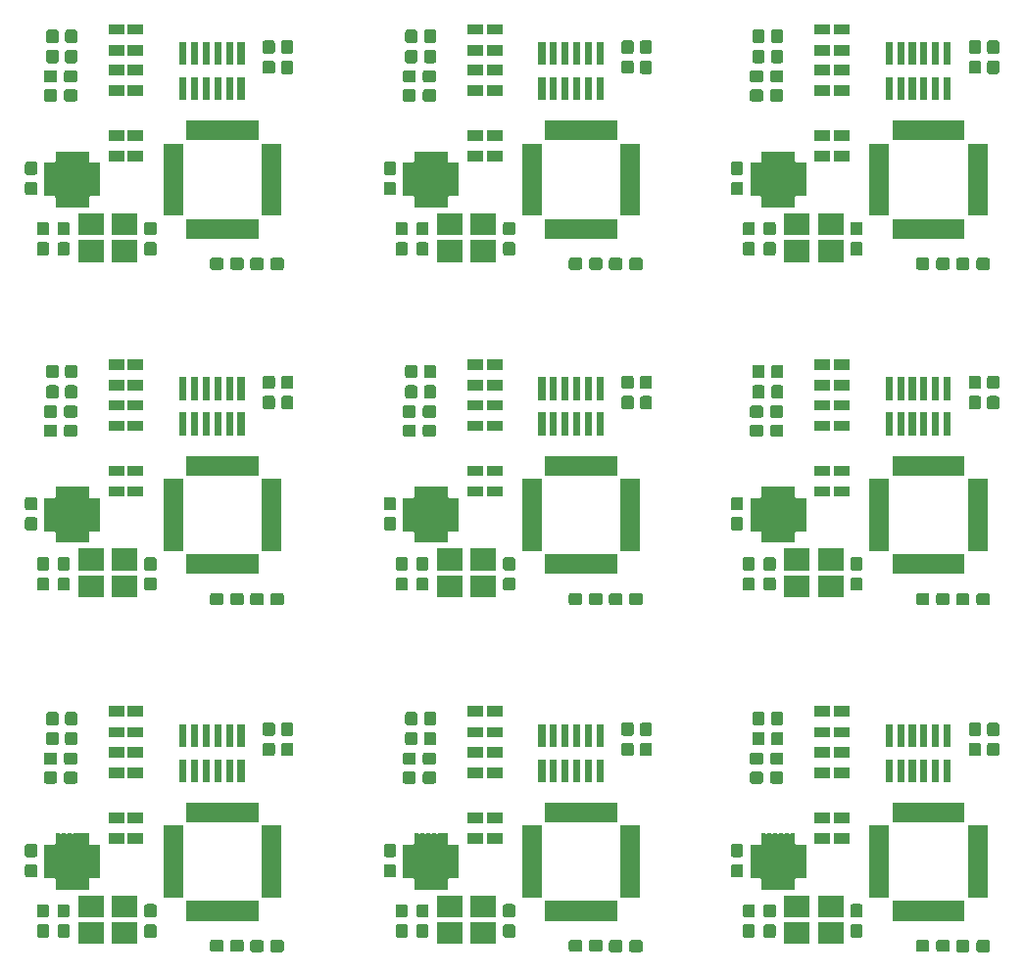
<source format=gts>
%MOIN*%
%OFA0B0*%
%FSLAX46Y46*%
%IPPOS*%
%LPD*%
%ADD10C,0.0039370078740157488*%
%ADD21C,0.0039370078740157488*%
%ADD22C,0.0039370078740157488*%
%ADD23C,0.0039370078740157488*%
%ADD24C,0.0039370078740157488*%
%ADD25C,0.0039370078740157488*%
%ADD26C,0.0039370078740157488*%
%ADD27C,0.0039370078740157488*%
%ADD28C,0.0039370078740157488*%
D10*
G36*
X0001188366Y0002706321D02*
G01*
X0001189842Y0002705873D01*
X0001191202Y0002705145D01*
X0001192395Y0002704167D01*
X0001193374Y0002702974D01*
X0001194101Y0002701613D01*
X0001194549Y0002700137D01*
X0001194724Y0002698360D01*
X0001194724Y0002673214D01*
X0001194549Y0002671437D01*
X0001194101Y0002669960D01*
X0001193374Y0002668600D01*
X0001192395Y0002667407D01*
X0001191202Y0002666428D01*
X0001189842Y0002665701D01*
X0001188366Y0002665253D01*
X0001186589Y0002665078D01*
X0001157505Y0002665078D01*
X0001155728Y0002665253D01*
X0001154252Y0002665701D01*
X0001152891Y0002666428D01*
X0001151698Y0002667407D01*
X0001150720Y0002668600D01*
X0001149992Y0002669960D01*
X0001149545Y0002671437D01*
X0001149370Y0002673214D01*
X0001149370Y0002698360D01*
X0001149545Y0002700137D01*
X0001149992Y0002701613D01*
X0001150720Y0002702974D01*
X0001151698Y0002704167D01*
X0001152891Y0002705145D01*
X0001154252Y0002705873D01*
X0001155728Y0002706321D01*
X0001157505Y0002706496D01*
X0001186589Y0002706496D01*
X0001188366Y0002706321D01*
X0001188366Y0002706321D01*
G37*
G36*
X0001119468Y0002706321D02*
G01*
X0001120944Y0002705873D01*
X0001122305Y0002705145D01*
X0001123497Y0002704167D01*
X0001124476Y0002702974D01*
X0001125203Y0002701613D01*
X0001125651Y0002700137D01*
X0001125826Y0002698360D01*
X0001125826Y0002673214D01*
X0001125651Y0002671437D01*
X0001125203Y0002669960D01*
X0001124476Y0002668600D01*
X0001123497Y0002667407D01*
X0001122305Y0002666428D01*
X0001120944Y0002665701D01*
X0001119468Y0002665253D01*
X0001117691Y0002665078D01*
X0001088607Y0002665078D01*
X0001086830Y0002665253D01*
X0001085354Y0002665701D01*
X0001083993Y0002666428D01*
X0001082801Y0002667407D01*
X0001081822Y0002668600D01*
X0001081095Y0002669960D01*
X0001080647Y0002671437D01*
X0001080472Y0002673214D01*
X0001080472Y0002698360D01*
X0001080647Y0002700137D01*
X0001081095Y0002701613D01*
X0001081822Y0002702974D01*
X0001082801Y0002704167D01*
X0001083993Y0002705145D01*
X0001085354Y0002705873D01*
X0001086830Y0002706321D01*
X0001088607Y0002706496D01*
X0001117691Y0002706496D01*
X0001119468Y0002706321D01*
X0001119468Y0002706321D01*
G37*
G36*
X0000982775Y0002707265D02*
G01*
X0000984251Y0002706818D01*
X0000985612Y0002706090D01*
X0000986804Y0002705112D01*
X0000987783Y0002703919D01*
X0000988511Y0002702558D01*
X0000988958Y0002701082D01*
X0000989133Y0002699305D01*
X0000989133Y0002674158D01*
X0000988958Y0002672381D01*
X0000988511Y0002670905D01*
X0000987783Y0002669545D01*
X0000986804Y0002668352D01*
X0000985612Y0002667373D01*
X0000984251Y0002666646D01*
X0000982775Y0002666198D01*
X0000980998Y0002666023D01*
X0000951914Y0002666023D01*
X0000950137Y0002666198D01*
X0000948661Y0002666646D01*
X0000947300Y0002667373D01*
X0000946108Y0002668352D01*
X0000945129Y0002669545D01*
X0000944402Y0002670905D01*
X0000943954Y0002672381D01*
X0000943779Y0002674158D01*
X0000943779Y0002699305D01*
X0000943954Y0002701082D01*
X0000944402Y0002702558D01*
X0000945129Y0002703919D01*
X0000946108Y0002705112D01*
X0000947300Y0002706090D01*
X0000948661Y0002706818D01*
X0000950137Y0002707265D01*
X0000951914Y0002707440D01*
X0000980998Y0002707440D01*
X0000982775Y0002707265D01*
X0000982775Y0002707265D01*
G37*
G36*
X0001051673Y0002707265D02*
G01*
X0001053149Y0002706818D01*
X0001054510Y0002706090D01*
X0001055702Y0002705112D01*
X0001056681Y0002703919D01*
X0001057408Y0002702558D01*
X0001057856Y0002701082D01*
X0001058031Y0002699305D01*
X0001058031Y0002674158D01*
X0001057856Y0002672381D01*
X0001057408Y0002670905D01*
X0001056681Y0002669545D01*
X0001055702Y0002668352D01*
X0001054510Y0002667373D01*
X0001053149Y0002666646D01*
X0001051673Y0002666198D01*
X0001049896Y0002666023D01*
X0001020812Y0002666023D01*
X0001019035Y0002666198D01*
X0001017559Y0002666646D01*
X0001016198Y0002667373D01*
X0001015005Y0002668352D01*
X0001014027Y0002669545D01*
X0001013300Y0002670905D01*
X0001012852Y0002672381D01*
X0001012677Y0002674158D01*
X0001012677Y0002699305D01*
X0001012852Y0002701082D01*
X0001013300Y0002702558D01*
X0001014027Y0002703919D01*
X0001015005Y0002705112D01*
X0001016198Y0002706090D01*
X0001017559Y0002706818D01*
X0001019035Y0002707265D01*
X0001020812Y0002707440D01*
X0001049896Y0002707440D01*
X0001051673Y0002707265D01*
X0001051673Y0002707265D01*
G37*
G36*
X0000696220Y0002692480D02*
G01*
X0000609527Y0002692480D01*
X0000609527Y0002767362D01*
X0000696220Y0002767362D01*
X0000696220Y0002692480D01*
X0000696220Y0002692480D01*
G37*
G36*
X0000582047Y0002692480D02*
G01*
X0000495354Y0002692480D01*
X0000495354Y0002767362D01*
X0000582047Y0002767362D01*
X0000582047Y0002692480D01*
X0000582047Y0002692480D01*
G37*
G36*
X0000389586Y0002759824D02*
G01*
X0000391062Y0002759377D01*
X0000392423Y0002758649D01*
X0000393616Y0002757671D01*
X0000394594Y0002756478D01*
X0000395322Y0002755117D01*
X0000395769Y0002753641D01*
X0000395944Y0002751864D01*
X0000395944Y0002722781D01*
X0000395769Y0002721003D01*
X0000395322Y0002719527D01*
X0000394594Y0002718167D01*
X0000393616Y0002716974D01*
X0000392423Y0002715995D01*
X0000391062Y0002715268D01*
X0000389586Y0002714820D01*
X0000387809Y0002714645D01*
X0000362662Y0002714645D01*
X0000360885Y0002714820D01*
X0000359409Y0002715268D01*
X0000358049Y0002715995D01*
X0000356856Y0002716974D01*
X0000355877Y0002718167D01*
X0000355150Y0002719527D01*
X0000354702Y0002721003D01*
X0000354527Y0002722781D01*
X0000354527Y0002751864D01*
X0000354702Y0002753641D01*
X0000355150Y0002755117D01*
X0000355877Y0002756478D01*
X0000356856Y0002757671D01*
X0000358049Y0002758649D01*
X0000359409Y0002759377D01*
X0000360885Y0002759824D01*
X0000362662Y0002760000D01*
X0000387809Y0002760000D01*
X0000389586Y0002759824D01*
X0000389586Y0002759824D01*
G37*
G36*
X0000460177Y0002759903D02*
G01*
X0000461653Y0002759455D01*
X0000463013Y0002758728D01*
X0000464206Y0002757749D01*
X0000465185Y0002756557D01*
X0000465912Y0002755196D01*
X0000466360Y0002753720D01*
X0000466535Y0002751943D01*
X0000466535Y0002722859D01*
X0000466360Y0002721082D01*
X0000465912Y0002719606D01*
X0000465185Y0002718245D01*
X0000464206Y0002717053D01*
X0000463013Y0002716074D01*
X0000461653Y0002715347D01*
X0000460177Y0002714899D01*
X0000458400Y0002714724D01*
X0000433253Y0002714724D01*
X0000431476Y0002714899D01*
X0000430000Y0002715347D01*
X0000428639Y0002716074D01*
X0000427446Y0002717053D01*
X0000426468Y0002718245D01*
X0000425740Y0002719606D01*
X0000425293Y0002721082D01*
X0000425118Y0002722859D01*
X0000425118Y0002751943D01*
X0000425293Y0002753720D01*
X0000425740Y0002755196D01*
X0000426468Y0002756557D01*
X0000427446Y0002757749D01*
X0000428639Y0002758728D01*
X0000430000Y0002759455D01*
X0000431476Y0002759903D01*
X0000433253Y0002760078D01*
X0000458400Y0002760078D01*
X0000460177Y0002759903D01*
X0000460177Y0002759903D01*
G37*
G36*
X0000755413Y0002759943D02*
G01*
X0000756889Y0002759495D01*
X0000758250Y0002758768D01*
X0000759442Y0002757789D01*
X0000760421Y0002756596D01*
X0000761148Y0002755236D01*
X0000761596Y0002753759D01*
X0000761771Y0002751982D01*
X0000761771Y0002722899D01*
X0000761596Y0002721122D01*
X0000761148Y0002719645D01*
X0000760421Y0002718285D01*
X0000759442Y0002717092D01*
X0000758250Y0002716113D01*
X0000756889Y0002715386D01*
X0000755413Y0002714938D01*
X0000753636Y0002714763D01*
X0000728489Y0002714763D01*
X0000726712Y0002714938D01*
X0000725236Y0002715386D01*
X0000723875Y0002716113D01*
X0000722683Y0002717092D01*
X0000721704Y0002718285D01*
X0000720977Y0002719645D01*
X0000720529Y0002721122D01*
X0000720354Y0002722899D01*
X0000720354Y0002751982D01*
X0000720529Y0002753759D01*
X0000720977Y0002755236D01*
X0000721704Y0002756596D01*
X0000722683Y0002757789D01*
X0000723875Y0002758768D01*
X0000725236Y0002759495D01*
X0000726712Y0002759943D01*
X0000728489Y0002760118D01*
X0000753636Y0002760118D01*
X0000755413Y0002759943D01*
X0000755413Y0002759943D01*
G37*
G36*
X0001109370Y0002772047D02*
G01*
X0000863228Y0002772047D01*
X0000863228Y0002839055D01*
X0001109370Y0002839055D01*
X0001109370Y0002772047D01*
X0001109370Y0002772047D01*
G37*
G36*
X0000696220Y0002783031D02*
G01*
X0000609527Y0002783031D01*
X0000609527Y0002857913D01*
X0000696220Y0002857913D01*
X0000696220Y0002783031D01*
X0000696220Y0002783031D01*
G37*
G36*
X0000582047Y0002783031D02*
G01*
X0000495354Y0002783031D01*
X0000495354Y0002857913D01*
X0000582047Y0002857913D01*
X0000582047Y0002783031D01*
X0000582047Y0002783031D01*
G37*
G36*
X0000389586Y0002828722D02*
G01*
X0000391062Y0002828274D01*
X0000392423Y0002827547D01*
X0000393616Y0002826568D01*
X0000394594Y0002825376D01*
X0000395322Y0002824015D01*
X0000395769Y0002822539D01*
X0000395944Y0002820762D01*
X0000395944Y0002791678D01*
X0000395769Y0002789901D01*
X0000395322Y0002788425D01*
X0000394594Y0002787064D01*
X0000393616Y0002785872D01*
X0000392423Y0002784893D01*
X0000391062Y0002784166D01*
X0000389586Y0002783718D01*
X0000387809Y0002783543D01*
X0000362662Y0002783543D01*
X0000360885Y0002783718D01*
X0000359409Y0002784166D01*
X0000358049Y0002784893D01*
X0000356856Y0002785872D01*
X0000355877Y0002787064D01*
X0000355150Y0002788425D01*
X0000354702Y0002789901D01*
X0000354527Y0002791678D01*
X0000354527Y0002820762D01*
X0000354702Y0002822539D01*
X0000355150Y0002824015D01*
X0000355877Y0002825376D01*
X0000356856Y0002826568D01*
X0000358049Y0002827547D01*
X0000359409Y0002828274D01*
X0000360885Y0002828722D01*
X0000362662Y0002828897D01*
X0000387809Y0002828897D01*
X0000389586Y0002828722D01*
X0000389586Y0002828722D01*
G37*
G36*
X0000460177Y0002828801D02*
G01*
X0000461653Y0002828353D01*
X0000463013Y0002827626D01*
X0000464206Y0002826647D01*
X0000465185Y0002825454D01*
X0000465912Y0002824094D01*
X0000466360Y0002822618D01*
X0000466535Y0002820841D01*
X0000466535Y0002791757D01*
X0000466360Y0002789980D01*
X0000465912Y0002788504D01*
X0000465185Y0002787143D01*
X0000464206Y0002785950D01*
X0000463013Y0002784972D01*
X0000461653Y0002784244D01*
X0000460177Y0002783797D01*
X0000458400Y0002783622D01*
X0000433253Y0002783622D01*
X0000431476Y0002783797D01*
X0000430000Y0002784244D01*
X0000428639Y0002784972D01*
X0000427446Y0002785950D01*
X0000426468Y0002787143D01*
X0000425740Y0002788504D01*
X0000425293Y0002789980D01*
X0000425118Y0002791757D01*
X0000425118Y0002820841D01*
X0000425293Y0002822618D01*
X0000425740Y0002824094D01*
X0000426468Y0002825454D01*
X0000427446Y0002826647D01*
X0000428639Y0002827626D01*
X0000430000Y0002828353D01*
X0000431476Y0002828801D01*
X0000433253Y0002828976D01*
X0000458400Y0002828976D01*
X0000460177Y0002828801D01*
X0000460177Y0002828801D01*
G37*
G36*
X0000755413Y0002828840D02*
G01*
X0000756889Y0002828392D01*
X0000758250Y0002827665D01*
X0000759442Y0002826686D01*
X0000760421Y0002825494D01*
X0000761148Y0002824133D01*
X0000761596Y0002822657D01*
X0000761771Y0002820880D01*
X0000761771Y0002791796D01*
X0000761596Y0002790019D01*
X0000761148Y0002788543D01*
X0000760421Y0002787182D01*
X0000759442Y0002785990D01*
X0000758250Y0002785011D01*
X0000756889Y0002784284D01*
X0000755413Y0002783836D01*
X0000753636Y0002783661D01*
X0000728489Y0002783661D01*
X0000726712Y0002783836D01*
X0000725236Y0002784284D01*
X0000723875Y0002785011D01*
X0000722683Y0002785990D01*
X0000721704Y0002787182D01*
X0000720977Y0002788543D01*
X0000720529Y0002790019D01*
X0000720354Y0002791796D01*
X0000720354Y0002820880D01*
X0000720529Y0002822657D01*
X0000720977Y0002824133D01*
X0000721704Y0002825494D01*
X0000722683Y0002826686D01*
X0000723875Y0002827665D01*
X0000725236Y0002828392D01*
X0000726712Y0002828840D01*
X0000728489Y0002829015D01*
X0000753636Y0002829015D01*
X0000755413Y0002828840D01*
X0000755413Y0002828840D01*
G37*
G36*
X0000852480Y0002849803D02*
G01*
X0000785472Y0002849803D01*
X0000785472Y0003095944D01*
X0000852480Y0003095944D01*
X0000852480Y0002849803D01*
X0000852480Y0002849803D01*
G37*
G36*
X0001187125Y0002849803D02*
G01*
X0001120118Y0002849803D01*
X0001120118Y0003095944D01*
X0001187125Y0003095944D01*
X0001187125Y0002849803D01*
X0001187125Y0002849803D01*
G37*
G36*
X0000432452Y0003069121D02*
G01*
X0000432728Y0003069037D01*
X0000433270Y0003068747D01*
X0000434162Y0003068378D01*
X0000435108Y0003068190D01*
X0000436072Y0003068190D01*
X0000437019Y0003068378D01*
X0000437910Y0003068747D01*
X0000438452Y0003069037D01*
X0000438728Y0003069121D01*
X0000439257Y0003069173D01*
X0000451608Y0003069173D01*
X0000452137Y0003069121D01*
X0000452413Y0003069037D01*
X0000452955Y0003068747D01*
X0000453847Y0003068378D01*
X0000454793Y0003068190D01*
X0000455757Y0003068190D01*
X0000456704Y0003068378D01*
X0000457595Y0003068747D01*
X0000458137Y0003069037D01*
X0000458413Y0003069121D01*
X0000458942Y0003069173D01*
X0000471293Y0003069173D01*
X0000471822Y0003069121D01*
X0000472098Y0003069037D01*
X0000472640Y0003068747D01*
X0000473532Y0003068378D01*
X0000474478Y0003068190D01*
X0000475443Y0003068190D01*
X0000476389Y0003068378D01*
X0000477280Y0003068747D01*
X0000477822Y0003069037D01*
X0000478098Y0003069121D01*
X0000478627Y0003069173D01*
X0000490978Y0003069173D01*
X0000491507Y0003069121D01*
X0000491783Y0003069037D01*
X0000492325Y0003068747D01*
X0000493217Y0003068378D01*
X0000494163Y0003068190D01*
X0000495128Y0003068190D01*
X0000496074Y0003068378D01*
X0000496965Y0003068747D01*
X0000497507Y0003069037D01*
X0000497783Y0003069121D01*
X0000498312Y0003069173D01*
X0000510663Y0003069173D01*
X0000511192Y0003069121D01*
X0000511468Y0003069037D01*
X0000512010Y0003068747D01*
X0000512902Y0003068378D01*
X0000513848Y0003068190D01*
X0000514813Y0003068190D01*
X0000515759Y0003068378D01*
X0000516650Y0003068747D01*
X0000517192Y0003069037D01*
X0000517468Y0003069121D01*
X0000517997Y0003069173D01*
X0000530348Y0003069173D01*
X0000530877Y0003069121D01*
X0000531153Y0003069037D01*
X0000531408Y0003068901D01*
X0000531631Y0003068718D01*
X0000531814Y0003068495D01*
X0000531950Y0003068240D01*
X0000532034Y0003067964D01*
X0000532086Y0003067435D01*
X0000532086Y0003035708D01*
X0000532181Y0003034748D01*
X0000532461Y0003033825D01*
X0000532915Y0003032974D01*
X0000533527Y0003032228D01*
X0000534273Y0003031616D01*
X0000535124Y0003031162D01*
X0000536047Y0003030881D01*
X0000537007Y0003030787D01*
X0000568734Y0003030787D01*
X0000569263Y0003030735D01*
X0000569539Y0003030651D01*
X0000569794Y0003030515D01*
X0000570017Y0003030332D01*
X0000570200Y0003030109D01*
X0000570336Y0003029854D01*
X0000570420Y0003029578D01*
X0000570472Y0003029049D01*
X0000570472Y0003016698D01*
X0000570420Y0003016169D01*
X0000570336Y0003015893D01*
X0000570046Y0003015351D01*
X0000569677Y0003014460D01*
X0000569489Y0003013513D01*
X0000569489Y0003012549D01*
X0000569677Y0003011602D01*
X0000570046Y0003010711D01*
X0000570336Y0003010169D01*
X0000570420Y0003009893D01*
X0000570472Y0003009364D01*
X0000570472Y0002997013D01*
X0000570420Y0002996484D01*
X0000570336Y0002996208D01*
X0000570046Y0002995666D01*
X0000569677Y0002994774D01*
X0000569489Y0002993828D01*
X0000569489Y0002992864D01*
X0000569677Y0002991917D01*
X0000570046Y0002991026D01*
X0000570336Y0002990484D01*
X0000570420Y0002990208D01*
X0000570472Y0002989679D01*
X0000570472Y0002977328D01*
X0000570420Y0002976799D01*
X0000570336Y0002976523D01*
X0000570046Y0002975981D01*
X0000569677Y0002975089D01*
X0000569489Y0002974143D01*
X0000569489Y0002973179D01*
X0000569677Y0002972232D01*
X0000570046Y0002971341D01*
X0000570336Y0002970799D01*
X0000570420Y0002970523D01*
X0000570472Y0002969994D01*
X0000570472Y0002957643D01*
X0000570420Y0002957114D01*
X0000570336Y0002956838D01*
X0000570046Y0002956296D01*
X0000569677Y0002955404D01*
X0000569489Y0002954458D01*
X0000569489Y0002953493D01*
X0000569677Y0002952547D01*
X0000570046Y0002951656D01*
X0000570336Y0002951114D01*
X0000570420Y0002950838D01*
X0000570472Y0002950309D01*
X0000570472Y0002937958D01*
X0000570420Y0002937429D01*
X0000570336Y0002937153D01*
X0000570046Y0002936611D01*
X0000569677Y0002935719D01*
X0000569489Y0002934773D01*
X0000569489Y0002933808D01*
X0000569677Y0002932862D01*
X0000570046Y0002931971D01*
X0000570336Y0002931429D01*
X0000570420Y0002931153D01*
X0000570472Y0002930624D01*
X0000570472Y0002918273D01*
X0000570420Y0002917744D01*
X0000570336Y0002917468D01*
X0000570200Y0002917213D01*
X0000570017Y0002916990D01*
X0000569794Y0002916807D01*
X0000569539Y0002916671D01*
X0000569263Y0002916587D01*
X0000568734Y0002916535D01*
X0000537007Y0002916535D01*
X0000536047Y0002916440D01*
X0000535124Y0002916160D01*
X0000534273Y0002915706D01*
X0000533527Y0002915094D01*
X0000532915Y0002914348D01*
X0000532461Y0002913497D01*
X0000532181Y0002912574D01*
X0000532086Y0002911614D01*
X0000532086Y0002879887D01*
X0000532034Y0002879358D01*
X0000531950Y0002879082D01*
X0000531814Y0002878827D01*
X0000531631Y0002878604D01*
X0000531408Y0002878421D01*
X0000531153Y0002878285D01*
X0000530877Y0002878201D01*
X0000530348Y0002878149D01*
X0000517997Y0002878149D01*
X0000517468Y0002878201D01*
X0000517192Y0002878285D01*
X0000516650Y0002878575D01*
X0000515759Y0002878944D01*
X0000514813Y0002879132D01*
X0000513848Y0002879132D01*
X0000512902Y0002878944D01*
X0000512010Y0002878575D01*
X0000511468Y0002878285D01*
X0000511192Y0002878201D01*
X0000510663Y0002878149D01*
X0000498312Y0002878149D01*
X0000497783Y0002878201D01*
X0000497507Y0002878285D01*
X0000496965Y0002878575D01*
X0000496074Y0002878944D01*
X0000495127Y0002879132D01*
X0000494163Y0002879132D01*
X0000493217Y0002878944D01*
X0000492325Y0002878575D01*
X0000491783Y0002878285D01*
X0000491507Y0002878201D01*
X0000490978Y0002878149D01*
X0000478627Y0002878149D01*
X0000478098Y0002878201D01*
X0000477822Y0002878285D01*
X0000477280Y0002878575D01*
X0000476389Y0002878944D01*
X0000475442Y0002879132D01*
X0000474478Y0002879132D01*
X0000473532Y0002878944D01*
X0000472640Y0002878575D01*
X0000472098Y0002878285D01*
X0000471822Y0002878201D01*
X0000471293Y0002878149D01*
X0000458942Y0002878149D01*
X0000458413Y0002878201D01*
X0000458137Y0002878285D01*
X0000457595Y0002878575D01*
X0000456704Y0002878944D01*
X0000455757Y0002879132D01*
X0000454793Y0002879132D01*
X0000453847Y0002878944D01*
X0000452955Y0002878575D01*
X0000452413Y0002878285D01*
X0000452137Y0002878201D01*
X0000451608Y0002878149D01*
X0000439257Y0002878149D01*
X0000438728Y0002878201D01*
X0000438452Y0002878285D01*
X0000437910Y0002878575D01*
X0000437019Y0002878944D01*
X0000436072Y0002879132D01*
X0000435108Y0002879132D01*
X0000434161Y0002878944D01*
X0000433270Y0002878575D01*
X0000432728Y0002878285D01*
X0000432452Y0002878201D01*
X0000431923Y0002878149D01*
X0000419572Y0002878149D01*
X0000419043Y0002878201D01*
X0000418767Y0002878285D01*
X0000418512Y0002878421D01*
X0000418289Y0002878604D01*
X0000418106Y0002878827D01*
X0000417970Y0002879082D01*
X0000417886Y0002879358D01*
X0000417834Y0002879887D01*
X0000417834Y0002911614D01*
X0000417740Y0002912574D01*
X0000417460Y0002913497D01*
X0000417005Y0002914348D01*
X0000416393Y0002915094D01*
X0000415647Y0002915706D01*
X0000414796Y0002916160D01*
X0000413873Y0002916440D01*
X0000412913Y0002916535D01*
X0000381186Y0002916535D01*
X0000380657Y0002916587D01*
X0000380381Y0002916671D01*
X0000380126Y0002916807D01*
X0000379903Y0002916990D01*
X0000379720Y0002917213D01*
X0000379584Y0002917468D01*
X0000379500Y0002917744D01*
X0000379448Y0002918273D01*
X0000379448Y0002930624D01*
X0000379500Y0002931153D01*
X0000379584Y0002931429D01*
X0000379874Y0002931971D01*
X0000380243Y0002932862D01*
X0000380431Y0002933809D01*
X0000380431Y0002934773D01*
X0000380243Y0002935719D01*
X0000379874Y0002936611D01*
X0000379584Y0002937153D01*
X0000379500Y0002937429D01*
X0000379448Y0002937958D01*
X0000379448Y0002950309D01*
X0000379500Y0002950838D01*
X0000379584Y0002951114D01*
X0000379874Y0002951656D01*
X0000380243Y0002952547D01*
X0000380431Y0002953494D01*
X0000380431Y0002954458D01*
X0000380243Y0002955404D01*
X0000379874Y0002956296D01*
X0000379584Y0002956838D01*
X0000379500Y0002957114D01*
X0000379448Y0002957643D01*
X0000379448Y0002969994D01*
X0000379500Y0002970523D01*
X0000379584Y0002970799D01*
X0000379874Y0002971341D01*
X0000380243Y0002972232D01*
X0000380431Y0002973179D01*
X0000380431Y0002974143D01*
X0000380243Y0002975090D01*
X0000379874Y0002975981D01*
X0000379584Y0002976523D01*
X0000379500Y0002976799D01*
X0000379448Y0002977328D01*
X0000379448Y0002989679D01*
X0000379500Y0002990208D01*
X0000379584Y0002990484D01*
X0000379874Y0002991026D01*
X0000380243Y0002991917D01*
X0000380431Y0002992864D01*
X0000380431Y0002993828D01*
X0000380243Y0002994775D01*
X0000379874Y0002995666D01*
X0000379584Y0002996208D01*
X0000379500Y0002996484D01*
X0000379448Y0002997013D01*
X0000379448Y0003009364D01*
X0000379500Y0003009893D01*
X0000379584Y0003010169D01*
X0000379874Y0003010711D01*
X0000380243Y0003011602D01*
X0000380431Y0003012549D01*
X0000380431Y0003013513D01*
X0000380243Y0003014460D01*
X0000379874Y0003015351D01*
X0000379584Y0003015893D01*
X0000379500Y0003016169D01*
X0000379448Y0003016698D01*
X0000379448Y0003029049D01*
X0000379500Y0003029578D01*
X0000379584Y0003029854D01*
X0000379720Y0003030109D01*
X0000379903Y0003030332D01*
X0000380126Y0003030515D01*
X0000380381Y0003030651D01*
X0000380657Y0003030735D01*
X0000381186Y0003030787D01*
X0000412913Y0003030787D01*
X0000413873Y0003030881D01*
X0000414796Y0003031162D01*
X0000415647Y0003031616D01*
X0000416393Y0003032228D01*
X0000417005Y0003032974D01*
X0000417460Y0003033825D01*
X0000417740Y0003034748D01*
X0000417834Y0003035708D01*
X0000417834Y0003067435D01*
X0000417886Y0003067964D01*
X0000417970Y0003068240D01*
X0000418106Y0003068495D01*
X0000418289Y0003068718D01*
X0000418512Y0003068901D01*
X0000418767Y0003069037D01*
X0000419043Y0003069121D01*
X0000419572Y0003069173D01*
X0000431923Y0003069173D01*
X0000432452Y0003069121D01*
X0000432452Y0003069121D01*
G37*
G36*
X0000349350Y0002965139D02*
G01*
X0000350826Y0002964692D01*
X0000352187Y0002963964D01*
X0000353379Y0002962986D01*
X0000354358Y0002961793D01*
X0000355085Y0002960432D01*
X0000355533Y0002958956D01*
X0000355708Y0002957179D01*
X0000355708Y0002928095D01*
X0000355533Y0002926318D01*
X0000355085Y0002924842D01*
X0000354358Y0002923482D01*
X0000353379Y0002922289D01*
X0000352187Y0002921310D01*
X0000350826Y0002920583D01*
X0000349350Y0002920135D01*
X0000347573Y0002919960D01*
X0000322426Y0002919960D01*
X0000320649Y0002920135D01*
X0000319173Y0002920583D01*
X0000317812Y0002921310D01*
X0000316620Y0002922289D01*
X0000315641Y0002923482D01*
X0000314914Y0002924842D01*
X0000314466Y0002926318D01*
X0000314291Y0002928095D01*
X0000314291Y0002957179D01*
X0000314466Y0002958956D01*
X0000314914Y0002960432D01*
X0000315641Y0002961793D01*
X0000316620Y0002962986D01*
X0000317812Y0002963964D01*
X0000319173Y0002964692D01*
X0000320649Y0002965139D01*
X0000322426Y0002965314D01*
X0000347573Y0002965314D01*
X0000349350Y0002965139D01*
X0000349350Y0002965139D01*
G37*
G36*
X0000349350Y0003034037D02*
G01*
X0000350826Y0003033589D01*
X0000352187Y0003032862D01*
X0000353379Y0003031883D01*
X0000354358Y0003030691D01*
X0000355085Y0003029330D01*
X0000355533Y0003027854D01*
X0000355708Y0003026077D01*
X0000355708Y0002996993D01*
X0000355533Y0002995216D01*
X0000355085Y0002993740D01*
X0000354358Y0002992379D01*
X0000353379Y0002991187D01*
X0000352187Y0002990208D01*
X0000350826Y0002989481D01*
X0000349350Y0002989033D01*
X0000347573Y0002988858D01*
X0000322426Y0002988858D01*
X0000320649Y0002989033D01*
X0000319173Y0002989481D01*
X0000317812Y0002990208D01*
X0000316620Y0002991187D01*
X0000315641Y0002992379D01*
X0000314914Y0002993740D01*
X0000314466Y0002995216D01*
X0000314291Y0002996993D01*
X0000314291Y0003026077D01*
X0000314466Y0003027854D01*
X0000314914Y0003029330D01*
X0000315641Y0003030691D01*
X0000316620Y0003031883D01*
X0000317812Y0003032862D01*
X0000319173Y0003033589D01*
X0000320649Y0003034037D01*
X0000322426Y0003034212D01*
X0000347573Y0003034212D01*
X0000349350Y0003034037D01*
X0000349350Y0003034037D01*
G37*
G36*
X0000717559Y0003034645D02*
G01*
X0000664330Y0003034645D01*
X0000664330Y0003070157D01*
X0000717559Y0003070157D01*
X0000717559Y0003034645D01*
X0000717559Y0003034645D01*
G37*
G36*
X0000652598Y0003034645D02*
G01*
X0000599370Y0003034645D01*
X0000599370Y0003070157D01*
X0000652598Y0003070157D01*
X0000652598Y0003034645D01*
X0000652598Y0003034645D01*
G37*
G36*
X0000717559Y0003105511D02*
G01*
X0000664330Y0003105511D01*
X0000664330Y0003141023D01*
X0000717559Y0003141023D01*
X0000717559Y0003105511D01*
X0000717559Y0003105511D01*
G37*
G36*
X0000652598Y0003105511D02*
G01*
X0000599370Y0003105511D01*
X0000599370Y0003141023D01*
X0000652598Y0003141023D01*
X0000652598Y0003105511D01*
X0000652598Y0003105511D01*
G37*
G36*
X0001109370Y0003106692D02*
G01*
X0000863228Y0003106692D01*
X0000863228Y0003173700D01*
X0001109370Y0003173700D01*
X0001109370Y0003106692D01*
X0001109370Y0003106692D01*
G37*
G36*
X0000486122Y0003280139D02*
G01*
X0000487598Y0003279692D01*
X0000488958Y0003278964D01*
X0000490151Y0003277986D01*
X0000491130Y0003276793D01*
X0000491857Y0003275432D01*
X0000492305Y0003273956D01*
X0000492480Y0003272179D01*
X0000492480Y0003247032D01*
X0000492305Y0003245255D01*
X0000491857Y0003243779D01*
X0000491130Y0003242419D01*
X0000490151Y0003241226D01*
X0000488958Y0003240247D01*
X0000487598Y0003239520D01*
X0000486122Y0003239072D01*
X0000484344Y0003238897D01*
X0000455261Y0003238897D01*
X0000453484Y0003239072D01*
X0000452008Y0003239520D01*
X0000450647Y0003240247D01*
X0000449454Y0003241226D01*
X0000448476Y0003242419D01*
X0000447748Y0003243779D01*
X0000447300Y0003245255D01*
X0000447125Y0003247032D01*
X0000447125Y0003272179D01*
X0000447300Y0003273956D01*
X0000447748Y0003275432D01*
X0000448476Y0003276793D01*
X0000449454Y0003277986D01*
X0000450647Y0003278964D01*
X0000452008Y0003279692D01*
X0000453484Y0003280139D01*
X0000455261Y0003280314D01*
X0000484344Y0003280314D01*
X0000486122Y0003280139D01*
X0000486122Y0003280139D01*
G37*
G36*
X0000417224Y0003280139D02*
G01*
X0000418700Y0003279692D01*
X0000420061Y0003278964D01*
X0000421253Y0003277986D01*
X0000422232Y0003276793D01*
X0000422959Y0003275432D01*
X0000423407Y0003273956D01*
X0000423582Y0003272179D01*
X0000423582Y0003247032D01*
X0000423407Y0003245255D01*
X0000422959Y0003243779D01*
X0000422232Y0003242419D01*
X0000421253Y0003241226D01*
X0000420061Y0003240247D01*
X0000418700Y0003239520D01*
X0000417224Y0003239072D01*
X0000415447Y0003238897D01*
X0000386363Y0003238897D01*
X0000384586Y0003239072D01*
X0000383110Y0003239520D01*
X0000381749Y0003240247D01*
X0000380557Y0003241226D01*
X0000379578Y0003242419D01*
X0000378851Y0003243779D01*
X0000378403Y0003245255D01*
X0000378228Y0003247032D01*
X0000378228Y0003272179D01*
X0000378403Y0003273956D01*
X0000378851Y0003275432D01*
X0000379578Y0003276793D01*
X0000380557Y0003277986D01*
X0000381749Y0003278964D01*
X0000383110Y0003279692D01*
X0000384586Y0003280139D01*
X0000386363Y0003280314D01*
X0000415447Y0003280314D01*
X0000417224Y0003280139D01*
X0000417224Y0003280139D01*
G37*
G36*
X0001021692Y0003244448D02*
G01*
X0000997992Y0003244448D01*
X0000997992Y0003321299D01*
X0001021692Y0003321299D01*
X0001021692Y0003244448D01*
X0001021692Y0003244448D01*
G37*
G36*
X0000982322Y0003244448D02*
G01*
X0000958622Y0003244448D01*
X0000958622Y0003321299D01*
X0000982322Y0003321299D01*
X0000982322Y0003244448D01*
X0000982322Y0003244448D01*
G37*
G36*
X0000942952Y0003244448D02*
G01*
X0000919251Y0003244448D01*
X0000919251Y0003321299D01*
X0000942952Y0003321299D01*
X0000942952Y0003244448D01*
X0000942952Y0003244448D01*
G37*
G36*
X0000903582Y0003244448D02*
G01*
X0000879881Y0003244448D01*
X0000879881Y0003321299D01*
X0000903582Y0003321299D01*
X0000903582Y0003244448D01*
X0000903582Y0003244448D01*
G37*
G36*
X0000864212Y0003244448D02*
G01*
X0000840511Y0003244448D01*
X0000840511Y0003321299D01*
X0000864212Y0003321299D01*
X0000864212Y0003244448D01*
X0000864212Y0003244448D01*
G37*
G36*
X0001061062Y0003244448D02*
G01*
X0001037362Y0003244448D01*
X0001037362Y0003321299D01*
X0001061062Y0003321299D01*
X0001061062Y0003244448D01*
X0001061062Y0003244448D01*
G37*
G36*
X0000717559Y0003258070D02*
G01*
X0000664330Y0003258070D01*
X0000664330Y0003293582D01*
X0000717559Y0003293582D01*
X0000717559Y0003258070D01*
X0000717559Y0003258070D01*
G37*
G36*
X0000652598Y0003258070D02*
G01*
X0000599370Y0003258070D01*
X0000599370Y0003293582D01*
X0000652598Y0003293582D01*
X0000652598Y0003258070D01*
X0000652598Y0003258070D01*
G37*
G36*
X0000417224Y0003345454D02*
G01*
X0000418700Y0003345007D01*
X0000420061Y0003344279D01*
X0000421253Y0003343301D01*
X0000422232Y0003342108D01*
X0000422959Y0003340747D01*
X0000423407Y0003339271D01*
X0000423582Y0003337494D01*
X0000423582Y0003312347D01*
X0000423407Y0003310570D01*
X0000422959Y0003309094D01*
X0000422232Y0003307734D01*
X0000421253Y0003306541D01*
X0000420061Y0003305562D01*
X0000418700Y0003304835D01*
X0000417224Y0003304387D01*
X0000415447Y0003304212D01*
X0000386363Y0003304212D01*
X0000384586Y0003304387D01*
X0000383110Y0003304835D01*
X0000381749Y0003305562D01*
X0000380557Y0003306541D01*
X0000379578Y0003307734D01*
X0000378851Y0003309094D01*
X0000378403Y0003310570D01*
X0000378228Y0003312347D01*
X0000378228Y0003337494D01*
X0000378403Y0003339271D01*
X0000378851Y0003340747D01*
X0000379578Y0003342108D01*
X0000380557Y0003343301D01*
X0000381749Y0003344279D01*
X0000383110Y0003345007D01*
X0000384586Y0003345454D01*
X0000386363Y0003345629D01*
X0000415447Y0003345629D01*
X0000417224Y0003345454D01*
X0000417224Y0003345454D01*
G37*
G36*
X0000486122Y0003345454D02*
G01*
X0000487598Y0003345007D01*
X0000488958Y0003344279D01*
X0000490151Y0003343301D01*
X0000491130Y0003342108D01*
X0000491857Y0003340747D01*
X0000492305Y0003339271D01*
X0000492480Y0003337494D01*
X0000492480Y0003312347D01*
X0000492305Y0003310570D01*
X0000491857Y0003309094D01*
X0000491130Y0003307734D01*
X0000490151Y0003306541D01*
X0000488958Y0003305562D01*
X0000487598Y0003304835D01*
X0000486122Y0003304387D01*
X0000484344Y0003304212D01*
X0000455261Y0003304212D01*
X0000453484Y0003304387D01*
X0000452008Y0003304835D01*
X0000450647Y0003305562D01*
X0000449454Y0003306541D01*
X0000448476Y0003307734D01*
X0000447748Y0003309094D01*
X0000447300Y0003310570D01*
X0000447125Y0003312347D01*
X0000447125Y0003337494D01*
X0000447300Y0003339271D01*
X0000447748Y0003340747D01*
X0000448476Y0003342108D01*
X0000449454Y0003343301D01*
X0000450647Y0003344279D01*
X0000452008Y0003345007D01*
X0000453484Y0003345454D01*
X0000455261Y0003345629D01*
X0000484344Y0003345629D01*
X0000486122Y0003345454D01*
X0000486122Y0003345454D01*
G37*
G36*
X0000652598Y0003328937D02*
G01*
X0000599370Y0003328937D01*
X0000599370Y0003364448D01*
X0000652598Y0003364448D01*
X0000652598Y0003328937D01*
X0000652598Y0003328937D01*
G37*
G36*
X0000717559Y0003328937D02*
G01*
X0000664330Y0003328937D01*
X0000664330Y0003364448D01*
X0000717559Y0003364448D01*
X0000717559Y0003328937D01*
X0000717559Y0003328937D01*
G37*
G36*
X0001220807Y0003377817D02*
G01*
X0001222283Y0003377369D01*
X0001223643Y0003376642D01*
X0001224836Y0003375663D01*
X0001225815Y0003374470D01*
X0001226542Y0003373110D01*
X0001226990Y0003371633D01*
X0001227165Y0003369856D01*
X0001227165Y0003340773D01*
X0001226990Y0003338996D01*
X0001226542Y0003337519D01*
X0001225815Y0003336159D01*
X0001224836Y0003334966D01*
X0001223643Y0003333987D01*
X0001222283Y0003333260D01*
X0001220807Y0003332812D01*
X0001219029Y0003332637D01*
X0001193883Y0003332637D01*
X0001192106Y0003332812D01*
X0001190630Y0003333260D01*
X0001189269Y0003333987D01*
X0001188076Y0003334966D01*
X0001187098Y0003336159D01*
X0001186370Y0003337519D01*
X0001185923Y0003338996D01*
X0001185747Y0003340773D01*
X0001185747Y0003369856D01*
X0001185923Y0003371633D01*
X0001186370Y0003373110D01*
X0001187098Y0003374470D01*
X0001188076Y0003375663D01*
X0001189269Y0003376642D01*
X0001190630Y0003377369D01*
X0001192106Y0003377817D01*
X0001193883Y0003377992D01*
X0001219029Y0003377992D01*
X0001220807Y0003377817D01*
X0001220807Y0003377817D01*
G37*
G36*
X0001158011Y0003378132D02*
G01*
X0001159487Y0003377684D01*
X0001160848Y0003376957D01*
X0001162041Y0003375978D01*
X0001163019Y0003374785D01*
X0001163747Y0003373425D01*
X0001164195Y0003371948D01*
X0001164370Y0003370171D01*
X0001164370Y0003341088D01*
X0001164195Y0003339311D01*
X0001163747Y0003337834D01*
X0001163019Y0003336474D01*
X0001162041Y0003335281D01*
X0001160848Y0003334302D01*
X0001159487Y0003333575D01*
X0001158011Y0003333127D01*
X0001156234Y0003332952D01*
X0001131088Y0003332952D01*
X0001129311Y0003333127D01*
X0001127834Y0003333575D01*
X0001126474Y0003334302D01*
X0001125281Y0003335281D01*
X0001124302Y0003336474D01*
X0001123575Y0003337834D01*
X0001123127Y0003339311D01*
X0001122952Y0003341088D01*
X0001122952Y0003370171D01*
X0001123127Y0003371948D01*
X0001123575Y0003373425D01*
X0001124302Y0003374785D01*
X0001125281Y0003375978D01*
X0001126474Y0003376957D01*
X0001127834Y0003377684D01*
X0001129311Y0003378132D01*
X0001131088Y0003378307D01*
X0001156234Y0003378307D01*
X0001158011Y0003378132D01*
X0001158011Y0003378132D01*
G37*
G36*
X0000864212Y0003364527D02*
G01*
X0000840511Y0003364527D01*
X0000840511Y0003441377D01*
X0000864212Y0003441377D01*
X0000864212Y0003364527D01*
X0000864212Y0003364527D01*
G37*
G36*
X0000903582Y0003364527D02*
G01*
X0000879881Y0003364527D01*
X0000879881Y0003441377D01*
X0000903582Y0003441377D01*
X0000903582Y0003364527D01*
X0000903582Y0003364527D01*
G37*
G36*
X0000942952Y0003364527D02*
G01*
X0000919251Y0003364527D01*
X0000919251Y0003441377D01*
X0000942952Y0003441377D01*
X0000942952Y0003364527D01*
X0000942952Y0003364527D01*
G37*
G36*
X0000982322Y0003364527D02*
G01*
X0000958622Y0003364527D01*
X0000958622Y0003441377D01*
X0000982322Y0003441377D01*
X0000982322Y0003364527D01*
X0000982322Y0003364527D01*
G37*
G36*
X0001021692Y0003364527D02*
G01*
X0000997992Y0003364527D01*
X0000997992Y0003441377D01*
X0001021692Y0003441377D01*
X0001021692Y0003364527D01*
X0001021692Y0003364527D01*
G37*
G36*
X0001061062Y0003364527D02*
G01*
X0001037362Y0003364527D01*
X0001037362Y0003441377D01*
X0001061062Y0003441377D01*
X0001061062Y0003364527D01*
X0001061062Y0003364527D01*
G37*
G36*
X0000422106Y0003414510D02*
G01*
X0000423582Y0003414062D01*
X0000424943Y0003413334D01*
X0000426135Y0003412356D01*
X0000427114Y0003411163D01*
X0000427841Y0003409802D01*
X0000428289Y0003408326D01*
X0000428464Y0003406549D01*
X0000428464Y0003377466D01*
X0000428289Y0003375689D01*
X0000427841Y0003374212D01*
X0000427114Y0003372852D01*
X0000426135Y0003371659D01*
X0000424943Y0003370680D01*
X0000423582Y0003369953D01*
X0000422106Y0003369505D01*
X0000420329Y0003369330D01*
X0000395182Y0003369330D01*
X0000393405Y0003369505D01*
X0000391929Y0003369953D01*
X0000390568Y0003370680D01*
X0000389376Y0003371659D01*
X0000388397Y0003372852D01*
X0000387670Y0003374212D01*
X0000387222Y0003375689D01*
X0000387047Y0003377466D01*
X0000387047Y0003406549D01*
X0000387222Y0003408326D01*
X0000387670Y0003409802D01*
X0000388397Y0003411163D01*
X0000389376Y0003412356D01*
X0000390568Y0003413334D01*
X0000391929Y0003414062D01*
X0000393405Y0003414510D01*
X0000395182Y0003414685D01*
X0000420329Y0003414685D01*
X0000422106Y0003414510D01*
X0000422106Y0003414510D01*
G37*
G36*
X0000485925Y0003414510D02*
G01*
X0000487401Y0003414062D01*
X0000488761Y0003413334D01*
X0000489954Y0003412356D01*
X0000490933Y0003411163D01*
X0000491660Y0003409802D01*
X0000492108Y0003408326D01*
X0000492283Y0003406549D01*
X0000492283Y0003377466D01*
X0000492108Y0003375689D01*
X0000491660Y0003374212D01*
X0000490933Y0003372852D01*
X0000489954Y0003371659D01*
X0000488761Y0003370680D01*
X0000487401Y0003369953D01*
X0000485925Y0003369505D01*
X0000484148Y0003369330D01*
X0000459001Y0003369330D01*
X0000457224Y0003369505D01*
X0000455748Y0003369953D01*
X0000454387Y0003370680D01*
X0000453195Y0003371659D01*
X0000452216Y0003372852D01*
X0000451488Y0003374212D01*
X0000451041Y0003375689D01*
X0000450866Y0003377466D01*
X0000450866Y0003406549D01*
X0000451041Y0003408326D01*
X0000451488Y0003409802D01*
X0000452216Y0003411163D01*
X0000453195Y0003412356D01*
X0000454387Y0003413334D01*
X0000455748Y0003414062D01*
X0000457224Y0003414510D01*
X0000459001Y0003414685D01*
X0000484148Y0003414685D01*
X0000485925Y0003414510D01*
X0000485925Y0003414510D01*
G37*
G36*
X0000652598Y0003396062D02*
G01*
X0000599370Y0003396062D01*
X0000599370Y0003431574D01*
X0000652598Y0003431574D01*
X0000652598Y0003396062D01*
X0000652598Y0003396062D01*
G37*
G36*
X0000717559Y0003396062D02*
G01*
X0000664330Y0003396062D01*
X0000664330Y0003431574D01*
X0000717559Y0003431574D01*
X0000717559Y0003396062D01*
X0000717559Y0003396062D01*
G37*
G36*
X0001220807Y0003446714D02*
G01*
X0001222283Y0003446266D01*
X0001223643Y0003445539D01*
X0001224836Y0003444560D01*
X0001225815Y0003443368D01*
X0001226542Y0003442007D01*
X0001226990Y0003440531D01*
X0001227165Y0003438754D01*
X0001227165Y0003409670D01*
X0001226990Y0003407893D01*
X0001226542Y0003406417D01*
X0001225815Y0003405056D01*
X0001224836Y0003403864D01*
X0001223643Y0003402885D01*
X0001222283Y0003402158D01*
X0001220807Y0003401710D01*
X0001219029Y0003401535D01*
X0001193883Y0003401535D01*
X0001192106Y0003401710D01*
X0001190630Y0003402158D01*
X0001189269Y0003402885D01*
X0001188076Y0003403864D01*
X0001187098Y0003405056D01*
X0001186370Y0003406417D01*
X0001185923Y0003407893D01*
X0001185747Y0003409670D01*
X0001185747Y0003438754D01*
X0001185923Y0003440531D01*
X0001186370Y0003442007D01*
X0001187098Y0003443368D01*
X0001188076Y0003444560D01*
X0001189269Y0003445539D01*
X0001190630Y0003446266D01*
X0001192106Y0003446714D01*
X0001193883Y0003446889D01*
X0001219029Y0003446889D01*
X0001220807Y0003446714D01*
X0001220807Y0003446714D01*
G37*
G36*
X0001158011Y0003447029D02*
G01*
X0001159487Y0003446581D01*
X0001160848Y0003445854D01*
X0001162041Y0003444875D01*
X0001163019Y0003443683D01*
X0001163747Y0003442322D01*
X0001164195Y0003440846D01*
X0001164370Y0003439069D01*
X0001164370Y0003409985D01*
X0001164195Y0003408208D01*
X0001163747Y0003406732D01*
X0001163019Y0003405371D01*
X0001162041Y0003404179D01*
X0001160848Y0003403200D01*
X0001159487Y0003402473D01*
X0001158011Y0003402025D01*
X0001156234Y0003401850D01*
X0001131088Y0003401850D01*
X0001129311Y0003402025D01*
X0001127834Y0003402473D01*
X0001126474Y0003403200D01*
X0001125281Y0003404179D01*
X0001124302Y0003405371D01*
X0001123575Y0003406732D01*
X0001123127Y0003408208D01*
X0001122952Y0003409985D01*
X0001122952Y0003439069D01*
X0001123127Y0003440846D01*
X0001123575Y0003442322D01*
X0001124302Y0003443683D01*
X0001125281Y0003444875D01*
X0001126474Y0003445854D01*
X0001127834Y0003446581D01*
X0001129311Y0003447029D01*
X0001131088Y0003447204D01*
X0001156234Y0003447204D01*
X0001158011Y0003447029D01*
X0001158011Y0003447029D01*
G37*
G36*
X0000485925Y0003483407D02*
G01*
X0000487401Y0003482959D01*
X0000488761Y0003482232D01*
X0000489954Y0003481253D01*
X0000490933Y0003480061D01*
X0000491660Y0003478700D01*
X0000492108Y0003477224D01*
X0000492283Y0003475447D01*
X0000492283Y0003446363D01*
X0000492108Y0003444586D01*
X0000491660Y0003443110D01*
X0000490933Y0003441749D01*
X0000489954Y0003440557D01*
X0000488761Y0003439578D01*
X0000487401Y0003438851D01*
X0000485925Y0003438403D01*
X0000484148Y0003438228D01*
X0000459001Y0003438228D01*
X0000457224Y0003438403D01*
X0000455748Y0003438851D01*
X0000454387Y0003439578D01*
X0000453195Y0003440557D01*
X0000452216Y0003441749D01*
X0000451488Y0003443110D01*
X0000451041Y0003444586D01*
X0000450866Y0003446363D01*
X0000450866Y0003475447D01*
X0000451041Y0003477224D01*
X0000451488Y0003478700D01*
X0000452216Y0003480061D01*
X0000453195Y0003481253D01*
X0000454387Y0003482232D01*
X0000455748Y0003482959D01*
X0000457224Y0003483407D01*
X0000459001Y0003483582D01*
X0000484148Y0003483582D01*
X0000485925Y0003483407D01*
X0000485925Y0003483407D01*
G37*
G36*
X0000422106Y0003483407D02*
G01*
X0000423582Y0003482959D01*
X0000424943Y0003482232D01*
X0000426135Y0003481253D01*
X0000427114Y0003480061D01*
X0000427841Y0003478700D01*
X0000428289Y0003477224D01*
X0000428464Y0003475447D01*
X0000428464Y0003446363D01*
X0000428289Y0003444586D01*
X0000427841Y0003443110D01*
X0000427114Y0003441749D01*
X0000426135Y0003440557D01*
X0000424943Y0003439578D01*
X0000423582Y0003438851D01*
X0000422106Y0003438403D01*
X0000420329Y0003438228D01*
X0000395182Y0003438228D01*
X0000393405Y0003438403D01*
X0000391929Y0003438851D01*
X0000390568Y0003439578D01*
X0000389376Y0003440557D01*
X0000388397Y0003441749D01*
X0000387670Y0003443110D01*
X0000387222Y0003444586D01*
X0000387047Y0003446363D01*
X0000387047Y0003475447D01*
X0000387222Y0003477224D01*
X0000387670Y0003478700D01*
X0000388397Y0003480061D01*
X0000389376Y0003481253D01*
X0000390568Y0003482232D01*
X0000391929Y0003482959D01*
X0000393405Y0003483407D01*
X0000395182Y0003483582D01*
X0000420329Y0003483582D01*
X0000422106Y0003483407D01*
X0000422106Y0003483407D01*
G37*
G36*
X0000652598Y0003466929D02*
G01*
X0000599370Y0003466929D01*
X0000599370Y0003502440D01*
X0000652598Y0003502440D01*
X0000652598Y0003466929D01*
X0000652598Y0003466929D01*
G37*
G36*
X0000717559Y0003466929D02*
G01*
X0000664330Y0003466929D01*
X0000664330Y0003502440D01*
X0000717559Y0003502440D01*
X0000717559Y0003466929D01*
X0000717559Y0003466929D01*
G37*
G04 next file*
G04 #@! TF.GenerationSoftware,KiCad,Pcbnew,(5.1.2)-1*
G04 #@! TF.CreationDate,2019-11-14T17:32:28+05:30*
G04 #@! TF.ProjectId,Frame,4672616d-652e-46b6-9963-61645f706362,rev?*
G04 #@! TF.SameCoordinates,Original*
G04 #@! TF.FileFunction,Soldermask,Top*
G04 #@! TF.FilePolarity,Negative*
G04 Gerber Fmt 4.6, Leading zero omitted, Abs format (unit mm)*
G04 Created by KiCad (PCBNEW (5.1.2)-1) date 2019-11-14 17:32:28*
G04 APERTURE LIST*
G04 APERTURE END LIST*
G04 next file*
G04 #@! TF.GenerationSoftware,KiCad,Pcbnew,(5.1.2)-1*
G04 #@! TF.CreationDate,2019-11-08T13:50:46+05:30*
G04 #@! TF.ProjectId,TALK,54414c4b-2e6b-4696-9361-645f70636258,rev?*
G04 #@! TF.SameCoordinates,Original*
G04 #@! TF.FileFunction,Soldermask,Top*
G04 #@! TF.FilePolarity,Negative*
G04 Gerber Fmt 4.6, Leading zero omitted, Abs format (unit mm)*
G04 Created by KiCad (PCBNEW (5.1.2)-1) date 2019-11-08 13:50:46*
G04 APERTURE LIST*
G04 APERTURE END LIST*
D21*
G36*
X0002408838Y0002706321D02*
G01*
X0002410314Y0002705873D01*
X0002411675Y0002705145D01*
X0002412867Y0002704167D01*
X0002413846Y0002702974D01*
X0002414574Y0002701613D01*
X0002415021Y0002700137D01*
X0002415196Y0002698360D01*
X0002415196Y0002673214D01*
X0002415021Y0002671437D01*
X0002414574Y0002669960D01*
X0002413846Y0002668600D01*
X0002412867Y0002667407D01*
X0002411675Y0002666428D01*
X0002410314Y0002665701D01*
X0002408838Y0002665253D01*
X0002407061Y0002665078D01*
X0002377977Y0002665078D01*
X0002376200Y0002665253D01*
X0002374724Y0002665701D01*
X0002373364Y0002666428D01*
X0002372171Y0002667407D01*
X0002371192Y0002668600D01*
X0002370465Y0002669960D01*
X0002370017Y0002671437D01*
X0002369842Y0002673214D01*
X0002369842Y0002698360D01*
X0002370017Y0002700137D01*
X0002370465Y0002701613D01*
X0002371192Y0002702974D01*
X0002372171Y0002704167D01*
X0002373364Y0002705145D01*
X0002374724Y0002705873D01*
X0002376200Y0002706321D01*
X0002377977Y0002706496D01*
X0002407061Y0002706496D01*
X0002408838Y0002706321D01*
X0002408838Y0002706321D01*
G37*
G36*
X0002339940Y0002706321D02*
G01*
X0002341417Y0002705873D01*
X0002342777Y0002705145D01*
X0002343970Y0002704167D01*
X0002344949Y0002702974D01*
X0002345676Y0002701613D01*
X0002346124Y0002700137D01*
X0002346299Y0002698360D01*
X0002346299Y0002673214D01*
X0002346124Y0002671437D01*
X0002345676Y0002669960D01*
X0002344949Y0002668600D01*
X0002343970Y0002667407D01*
X0002342777Y0002666428D01*
X0002341417Y0002665701D01*
X0002339940Y0002665253D01*
X0002338163Y0002665078D01*
X0002309080Y0002665078D01*
X0002307303Y0002665253D01*
X0002305826Y0002665701D01*
X0002304466Y0002666428D01*
X0002303273Y0002667407D01*
X0002302294Y0002668600D01*
X0002301567Y0002669960D01*
X0002301119Y0002671437D01*
X0002300944Y0002673214D01*
X0002300944Y0002698360D01*
X0002301119Y0002700137D01*
X0002301567Y0002701613D01*
X0002302294Y0002702974D01*
X0002303273Y0002704167D01*
X0002304466Y0002705145D01*
X0002305826Y0002705873D01*
X0002307303Y0002706321D01*
X0002309080Y0002706496D01*
X0002338163Y0002706496D01*
X0002339940Y0002706321D01*
X0002339940Y0002706321D01*
G37*
G36*
X0002203247Y0002707265D02*
G01*
X0002204724Y0002706818D01*
X0002206084Y0002706090D01*
X0002207277Y0002705112D01*
X0002208256Y0002703919D01*
X0002208983Y0002702558D01*
X0002209431Y0002701082D01*
X0002209606Y0002699305D01*
X0002209606Y0002674158D01*
X0002209431Y0002672381D01*
X0002208983Y0002670905D01*
X0002208256Y0002669545D01*
X0002207277Y0002668352D01*
X0002206084Y0002667373D01*
X0002204724Y0002666646D01*
X0002203247Y0002666198D01*
X0002201470Y0002666023D01*
X0002172387Y0002666023D01*
X0002170610Y0002666198D01*
X0002169134Y0002666646D01*
X0002167773Y0002667373D01*
X0002166580Y0002668352D01*
X0002165602Y0002669545D01*
X0002164874Y0002670905D01*
X0002164426Y0002672381D01*
X0002164251Y0002674158D01*
X0002164251Y0002699305D01*
X0002164426Y0002701082D01*
X0002164874Y0002702558D01*
X0002165602Y0002703919D01*
X0002166580Y0002705112D01*
X0002167773Y0002706090D01*
X0002169134Y0002706818D01*
X0002170610Y0002707265D01*
X0002172387Y0002707440D01*
X0002201470Y0002707440D01*
X0002203247Y0002707265D01*
X0002203247Y0002707265D01*
G37*
G36*
X0002272145Y0002707265D02*
G01*
X0002273621Y0002706818D01*
X0002274982Y0002706090D01*
X0002276175Y0002705112D01*
X0002277153Y0002703919D01*
X0002277881Y0002702558D01*
X0002278328Y0002701082D01*
X0002278503Y0002699305D01*
X0002278503Y0002674158D01*
X0002278328Y0002672381D01*
X0002277881Y0002670905D01*
X0002277153Y0002669545D01*
X0002276175Y0002668352D01*
X0002274982Y0002667373D01*
X0002273621Y0002666646D01*
X0002272145Y0002666198D01*
X0002270368Y0002666023D01*
X0002241284Y0002666023D01*
X0002239507Y0002666198D01*
X0002238031Y0002666646D01*
X0002236671Y0002667373D01*
X0002235478Y0002668352D01*
X0002234499Y0002669545D01*
X0002233772Y0002670905D01*
X0002233324Y0002672381D01*
X0002233149Y0002674158D01*
X0002233149Y0002699305D01*
X0002233324Y0002701082D01*
X0002233772Y0002702558D01*
X0002234499Y0002703919D01*
X0002235478Y0002705112D01*
X0002236671Y0002706090D01*
X0002238031Y0002706818D01*
X0002239507Y0002707265D01*
X0002241284Y0002707440D01*
X0002270368Y0002707440D01*
X0002272145Y0002707265D01*
X0002272145Y0002707265D01*
G37*
G36*
X0001916692Y0002692480D02*
G01*
X0001830000Y0002692480D01*
X0001830000Y0002767362D01*
X0001916692Y0002767362D01*
X0001916692Y0002692480D01*
X0001916692Y0002692480D01*
G37*
G36*
X0001802519Y0002692480D02*
G01*
X0001715826Y0002692480D01*
X0001715826Y0002767362D01*
X0001802519Y0002767362D01*
X0001802519Y0002692480D01*
X0001802519Y0002692480D01*
G37*
G36*
X0001610059Y0002759824D02*
G01*
X0001611535Y0002759377D01*
X0001612895Y0002758649D01*
X0001614088Y0002757671D01*
X0001615067Y0002756478D01*
X0001615794Y0002755117D01*
X0001616242Y0002753641D01*
X0001616417Y0002751864D01*
X0001616417Y0002722781D01*
X0001616242Y0002721003D01*
X0001615794Y0002719527D01*
X0001615067Y0002718167D01*
X0001614088Y0002716974D01*
X0001612895Y0002715995D01*
X0001611535Y0002715268D01*
X0001610059Y0002714820D01*
X0001608281Y0002714645D01*
X0001583135Y0002714645D01*
X0001581358Y0002714820D01*
X0001579882Y0002715268D01*
X0001578521Y0002715995D01*
X0001577328Y0002716974D01*
X0001576350Y0002718167D01*
X0001575622Y0002719527D01*
X0001575175Y0002721003D01*
X0001574999Y0002722781D01*
X0001574999Y0002751864D01*
X0001575175Y0002753641D01*
X0001575622Y0002755117D01*
X0001576350Y0002756478D01*
X0001577328Y0002757671D01*
X0001578521Y0002758649D01*
X0001579882Y0002759377D01*
X0001581358Y0002759824D01*
X0001583135Y0002760000D01*
X0001608281Y0002760000D01*
X0001610059Y0002759824D01*
X0001610059Y0002759824D01*
G37*
G36*
X0001680649Y0002759903D02*
G01*
X0001682125Y0002759455D01*
X0001683486Y0002758728D01*
X0001684679Y0002757749D01*
X0001685657Y0002756557D01*
X0001686385Y0002755196D01*
X0001686832Y0002753720D01*
X0001687007Y0002751943D01*
X0001687007Y0002722859D01*
X0001686832Y0002721082D01*
X0001686385Y0002719606D01*
X0001685657Y0002718245D01*
X0001684679Y0002717053D01*
X0001683486Y0002716074D01*
X0001682125Y0002715347D01*
X0001680649Y0002714899D01*
X0001678872Y0002714724D01*
X0001653725Y0002714724D01*
X0001651948Y0002714899D01*
X0001650472Y0002715347D01*
X0001649112Y0002716074D01*
X0001647919Y0002717053D01*
X0001646940Y0002718245D01*
X0001646213Y0002719606D01*
X0001645765Y0002721082D01*
X0001645590Y0002722859D01*
X0001645590Y0002751943D01*
X0001645765Y0002753720D01*
X0001646213Y0002755196D01*
X0001646940Y0002756557D01*
X0001647919Y0002757749D01*
X0001649112Y0002758728D01*
X0001650472Y0002759455D01*
X0001651948Y0002759903D01*
X0001653725Y0002760078D01*
X0001678872Y0002760078D01*
X0001680649Y0002759903D01*
X0001680649Y0002759903D01*
G37*
G36*
X0001975885Y0002759943D02*
G01*
X0001977362Y0002759495D01*
X0001978722Y0002758768D01*
X0001979915Y0002757789D01*
X0001980893Y0002756596D01*
X0001981621Y0002755236D01*
X0001982069Y0002753759D01*
X0001982244Y0002751982D01*
X0001982244Y0002722899D01*
X0001982069Y0002721122D01*
X0001981621Y0002719645D01*
X0001980893Y0002718285D01*
X0001979915Y0002717092D01*
X0001978722Y0002716113D01*
X0001977362Y0002715386D01*
X0001975885Y0002714938D01*
X0001974108Y0002714763D01*
X0001948962Y0002714763D01*
X0001947185Y0002714938D01*
X0001945708Y0002715386D01*
X0001944348Y0002716113D01*
X0001943155Y0002717092D01*
X0001942176Y0002718285D01*
X0001941449Y0002719645D01*
X0001941001Y0002721122D01*
X0001940826Y0002722899D01*
X0001940826Y0002751982D01*
X0001941001Y0002753759D01*
X0001941449Y0002755236D01*
X0001942176Y0002756596D01*
X0001943155Y0002757789D01*
X0001944348Y0002758768D01*
X0001945708Y0002759495D01*
X0001947185Y0002759943D01*
X0001948962Y0002760118D01*
X0001974108Y0002760118D01*
X0001975885Y0002759943D01*
X0001975885Y0002759943D01*
G37*
G36*
X0002329842Y0002772047D02*
G01*
X0002083700Y0002772047D01*
X0002083700Y0002839055D01*
X0002329842Y0002839055D01*
X0002329842Y0002772047D01*
X0002329842Y0002772047D01*
G37*
G36*
X0001916692Y0002783031D02*
G01*
X0001830000Y0002783031D01*
X0001830000Y0002857913D01*
X0001916692Y0002857913D01*
X0001916692Y0002783031D01*
X0001916692Y0002783031D01*
G37*
G36*
X0001802519Y0002783031D02*
G01*
X0001715826Y0002783031D01*
X0001715826Y0002857913D01*
X0001802519Y0002857913D01*
X0001802519Y0002783031D01*
X0001802519Y0002783031D01*
G37*
G36*
X0001610059Y0002828722D02*
G01*
X0001611535Y0002828274D01*
X0001612895Y0002827547D01*
X0001614088Y0002826568D01*
X0001615067Y0002825376D01*
X0001615794Y0002824015D01*
X0001616242Y0002822539D01*
X0001616417Y0002820762D01*
X0001616417Y0002791678D01*
X0001616242Y0002789901D01*
X0001615794Y0002788425D01*
X0001615067Y0002787064D01*
X0001614088Y0002785872D01*
X0001612895Y0002784893D01*
X0001611535Y0002784166D01*
X0001610059Y0002783718D01*
X0001608281Y0002783543D01*
X0001583135Y0002783543D01*
X0001581358Y0002783718D01*
X0001579882Y0002784166D01*
X0001578521Y0002784893D01*
X0001577328Y0002785872D01*
X0001576350Y0002787064D01*
X0001575622Y0002788425D01*
X0001575175Y0002789901D01*
X0001574999Y0002791678D01*
X0001574999Y0002820762D01*
X0001575175Y0002822539D01*
X0001575622Y0002824015D01*
X0001576350Y0002825376D01*
X0001577328Y0002826568D01*
X0001578521Y0002827547D01*
X0001579882Y0002828274D01*
X0001581358Y0002828722D01*
X0001583135Y0002828897D01*
X0001608281Y0002828897D01*
X0001610059Y0002828722D01*
X0001610059Y0002828722D01*
G37*
G36*
X0001680649Y0002828801D02*
G01*
X0001682125Y0002828353D01*
X0001683486Y0002827626D01*
X0001684679Y0002826647D01*
X0001685657Y0002825454D01*
X0001686385Y0002824094D01*
X0001686832Y0002822618D01*
X0001687007Y0002820841D01*
X0001687007Y0002791757D01*
X0001686832Y0002789980D01*
X0001686385Y0002788504D01*
X0001685657Y0002787143D01*
X0001684679Y0002785950D01*
X0001683486Y0002784972D01*
X0001682125Y0002784244D01*
X0001680649Y0002783797D01*
X0001678872Y0002783622D01*
X0001653725Y0002783622D01*
X0001651948Y0002783797D01*
X0001650472Y0002784244D01*
X0001649112Y0002784972D01*
X0001647919Y0002785950D01*
X0001646940Y0002787143D01*
X0001646213Y0002788504D01*
X0001645765Y0002789980D01*
X0001645590Y0002791757D01*
X0001645590Y0002820841D01*
X0001645765Y0002822618D01*
X0001646213Y0002824094D01*
X0001646940Y0002825454D01*
X0001647919Y0002826647D01*
X0001649112Y0002827626D01*
X0001650472Y0002828353D01*
X0001651948Y0002828801D01*
X0001653725Y0002828976D01*
X0001678872Y0002828976D01*
X0001680649Y0002828801D01*
X0001680649Y0002828801D01*
G37*
G36*
X0001975885Y0002828840D02*
G01*
X0001977362Y0002828392D01*
X0001978722Y0002827665D01*
X0001979915Y0002826686D01*
X0001980893Y0002825494D01*
X0001981621Y0002824133D01*
X0001982069Y0002822657D01*
X0001982244Y0002820880D01*
X0001982244Y0002791796D01*
X0001982069Y0002790019D01*
X0001981621Y0002788543D01*
X0001980893Y0002787182D01*
X0001979915Y0002785990D01*
X0001978722Y0002785011D01*
X0001977362Y0002784284D01*
X0001975885Y0002783836D01*
X0001974108Y0002783661D01*
X0001948962Y0002783661D01*
X0001947185Y0002783836D01*
X0001945708Y0002784284D01*
X0001944348Y0002785011D01*
X0001943155Y0002785990D01*
X0001942176Y0002787182D01*
X0001941449Y0002788543D01*
X0001941001Y0002790019D01*
X0001940826Y0002791796D01*
X0001940826Y0002820880D01*
X0001941001Y0002822657D01*
X0001941449Y0002824133D01*
X0001942176Y0002825494D01*
X0001943155Y0002826686D01*
X0001944348Y0002827665D01*
X0001945708Y0002828392D01*
X0001947185Y0002828840D01*
X0001948962Y0002829015D01*
X0001974108Y0002829015D01*
X0001975885Y0002828840D01*
X0001975885Y0002828840D01*
G37*
G36*
X0002072952Y0002849803D02*
G01*
X0002005944Y0002849803D01*
X0002005944Y0003095944D01*
X0002072952Y0003095944D01*
X0002072952Y0002849803D01*
X0002072952Y0002849803D01*
G37*
G36*
X0002407598Y0002849803D02*
G01*
X0002340590Y0002849803D01*
X0002340590Y0003095944D01*
X0002407598Y0003095944D01*
X0002407598Y0002849803D01*
X0002407598Y0002849803D01*
G37*
G36*
X0001652925Y0003069121D02*
G01*
X0001653201Y0003069037D01*
X0001653743Y0003068747D01*
X0001654634Y0003068378D01*
X0001655580Y0003068190D01*
X0001656545Y0003068190D01*
X0001657491Y0003068378D01*
X0001658382Y0003068747D01*
X0001658924Y0003069037D01*
X0001659200Y0003069121D01*
X0001659729Y0003069173D01*
X0001672081Y0003069173D01*
X0001672610Y0003069121D01*
X0001672886Y0003069037D01*
X0001673428Y0003068747D01*
X0001674319Y0003068378D01*
X0001675265Y0003068190D01*
X0001676230Y0003068190D01*
X0001677176Y0003068378D01*
X0001678067Y0003068747D01*
X0001678609Y0003069037D01*
X0001678886Y0003069121D01*
X0001679414Y0003069173D01*
X0001691766Y0003069173D01*
X0001692295Y0003069121D01*
X0001692571Y0003069037D01*
X0001693113Y0003068747D01*
X0001694004Y0003068378D01*
X0001694950Y0003068190D01*
X0001695915Y0003068190D01*
X0001696861Y0003068378D01*
X0001697752Y0003068747D01*
X0001698294Y0003069037D01*
X0001698571Y0003069121D01*
X0001699100Y0003069173D01*
X0001711451Y0003069173D01*
X0001711980Y0003069121D01*
X0001712256Y0003069037D01*
X0001712798Y0003068747D01*
X0001713689Y0003068378D01*
X0001714635Y0003068190D01*
X0001715600Y0003068190D01*
X0001716546Y0003068378D01*
X0001717437Y0003068747D01*
X0001717979Y0003069037D01*
X0001718256Y0003069121D01*
X0001718785Y0003069173D01*
X0001731136Y0003069173D01*
X0001731665Y0003069121D01*
X0001731941Y0003069037D01*
X0001732483Y0003068747D01*
X0001733374Y0003068378D01*
X0001734320Y0003068190D01*
X0001735285Y0003068190D01*
X0001736231Y0003068378D01*
X0001737122Y0003068747D01*
X0001737665Y0003069037D01*
X0001737941Y0003069121D01*
X0001738470Y0003069173D01*
X0001750821Y0003069173D01*
X0001751350Y0003069121D01*
X0001751626Y0003069037D01*
X0001751880Y0003068901D01*
X0001752104Y0003068718D01*
X0001752287Y0003068495D01*
X0001752423Y0003068240D01*
X0001752506Y0003067964D01*
X0001752559Y0003067435D01*
X0001752559Y0003035708D01*
X0001752653Y0003034748D01*
X0001752933Y0003033825D01*
X0001753388Y0003032974D01*
X0001754000Y0003032228D01*
X0001754746Y0003031616D01*
X0001755597Y0003031162D01*
X0001756520Y0003030881D01*
X0001757480Y0003030787D01*
X0001789207Y0003030787D01*
X0001789736Y0003030735D01*
X0001790012Y0003030651D01*
X0001790266Y0003030515D01*
X0001790489Y0003030332D01*
X0001790672Y0003030109D01*
X0001790809Y0003029854D01*
X0001790892Y0003029578D01*
X0001790944Y0003029049D01*
X0001790944Y0003016698D01*
X0001790892Y0003016169D01*
X0001790809Y0003015893D01*
X0001790519Y0003015351D01*
X0001790150Y0003014460D01*
X0001789961Y0003013513D01*
X0001789961Y0003012549D01*
X0001790150Y0003011602D01*
X0001790519Y0003010711D01*
X0001790809Y0003010169D01*
X0001790892Y0003009893D01*
X0001790944Y0003009364D01*
X0001790944Y0002997013D01*
X0001790892Y0002996484D01*
X0001790809Y0002996208D01*
X0001790519Y0002995666D01*
X0001790150Y0002994774D01*
X0001789961Y0002993828D01*
X0001789961Y0002992864D01*
X0001790150Y0002991917D01*
X0001790519Y0002991026D01*
X0001790809Y0002990484D01*
X0001790892Y0002990208D01*
X0001790944Y0002989679D01*
X0001790944Y0002977328D01*
X0001790892Y0002976799D01*
X0001790809Y0002976523D01*
X0001790519Y0002975981D01*
X0001790150Y0002975089D01*
X0001789961Y0002974143D01*
X0001789961Y0002973179D01*
X0001790150Y0002972232D01*
X0001790519Y0002971341D01*
X0001790809Y0002970799D01*
X0001790892Y0002970523D01*
X0001790944Y0002969994D01*
X0001790944Y0002957643D01*
X0001790892Y0002957114D01*
X0001790809Y0002956838D01*
X0001790519Y0002956296D01*
X0001790150Y0002955404D01*
X0001789961Y0002954458D01*
X0001789961Y0002953493D01*
X0001790150Y0002952547D01*
X0001790519Y0002951656D01*
X0001790809Y0002951114D01*
X0001790892Y0002950838D01*
X0001790944Y0002950309D01*
X0001790944Y0002937958D01*
X0001790892Y0002937429D01*
X0001790809Y0002937153D01*
X0001790519Y0002936611D01*
X0001790150Y0002935719D01*
X0001789961Y0002934773D01*
X0001789961Y0002933808D01*
X0001790150Y0002932862D01*
X0001790519Y0002931971D01*
X0001790809Y0002931429D01*
X0001790892Y0002931153D01*
X0001790944Y0002930624D01*
X0001790944Y0002918273D01*
X0001790892Y0002917744D01*
X0001790809Y0002917468D01*
X0001790672Y0002917213D01*
X0001790489Y0002916990D01*
X0001790266Y0002916807D01*
X0001790012Y0002916671D01*
X0001789736Y0002916587D01*
X0001789207Y0002916535D01*
X0001757480Y0002916535D01*
X0001756520Y0002916440D01*
X0001755597Y0002916160D01*
X0001754746Y0002915706D01*
X0001754000Y0002915094D01*
X0001753388Y0002914348D01*
X0001752933Y0002913497D01*
X0001752653Y0002912574D01*
X0001752559Y0002911614D01*
X0001752559Y0002879887D01*
X0001752506Y0002879358D01*
X0001752423Y0002879082D01*
X0001752287Y0002878827D01*
X0001752104Y0002878604D01*
X0001751880Y0002878421D01*
X0001751626Y0002878285D01*
X0001751350Y0002878201D01*
X0001750821Y0002878149D01*
X0001738470Y0002878149D01*
X0001737941Y0002878201D01*
X0001737665Y0002878285D01*
X0001737122Y0002878575D01*
X0001736231Y0002878944D01*
X0001735285Y0002879132D01*
X0001734320Y0002879132D01*
X0001733374Y0002878944D01*
X0001732483Y0002878575D01*
X0001731941Y0002878285D01*
X0001731665Y0002878201D01*
X0001731136Y0002878149D01*
X0001718785Y0002878149D01*
X0001718256Y0002878201D01*
X0001717979Y0002878285D01*
X0001717437Y0002878575D01*
X0001716546Y0002878944D01*
X0001715600Y0002879132D01*
X0001714635Y0002879132D01*
X0001713689Y0002878944D01*
X0001712798Y0002878575D01*
X0001712256Y0002878285D01*
X0001711980Y0002878201D01*
X0001711451Y0002878149D01*
X0001699100Y0002878149D01*
X0001698571Y0002878201D01*
X0001698294Y0002878285D01*
X0001697752Y0002878575D01*
X0001696861Y0002878944D01*
X0001695915Y0002879132D01*
X0001694950Y0002879132D01*
X0001694004Y0002878944D01*
X0001693113Y0002878575D01*
X0001692571Y0002878285D01*
X0001692295Y0002878201D01*
X0001691766Y0002878149D01*
X0001679414Y0002878149D01*
X0001678886Y0002878201D01*
X0001678609Y0002878285D01*
X0001678067Y0002878575D01*
X0001677176Y0002878944D01*
X0001676230Y0002879132D01*
X0001675265Y0002879132D01*
X0001674319Y0002878944D01*
X0001673428Y0002878575D01*
X0001672886Y0002878285D01*
X0001672610Y0002878201D01*
X0001672081Y0002878149D01*
X0001659729Y0002878149D01*
X0001659200Y0002878201D01*
X0001658924Y0002878285D01*
X0001658382Y0002878575D01*
X0001657491Y0002878944D01*
X0001656545Y0002879132D01*
X0001655580Y0002879132D01*
X0001654634Y0002878944D01*
X0001653743Y0002878575D01*
X0001653201Y0002878285D01*
X0001652925Y0002878201D01*
X0001652396Y0002878149D01*
X0001640044Y0002878149D01*
X0001639515Y0002878201D01*
X0001639239Y0002878285D01*
X0001638985Y0002878421D01*
X0001638762Y0002878604D01*
X0001638579Y0002878827D01*
X0001638442Y0002879082D01*
X0001638359Y0002879358D01*
X0001638307Y0002879887D01*
X0001638307Y0002911614D01*
X0001638212Y0002912574D01*
X0001637932Y0002913497D01*
X0001637477Y0002914348D01*
X0001636865Y0002915094D01*
X0001636119Y0002915706D01*
X0001635269Y0002916160D01*
X0001634345Y0002916440D01*
X0001633385Y0002916535D01*
X0001601659Y0002916535D01*
X0001601130Y0002916587D01*
X0001600853Y0002916671D01*
X0001600599Y0002916807D01*
X0001600376Y0002916990D01*
X0001600193Y0002917213D01*
X0001600057Y0002917468D01*
X0001599973Y0002917744D01*
X0001599921Y0002918273D01*
X0001599921Y0002930624D01*
X0001599973Y0002931153D01*
X0001600057Y0002931429D01*
X0001600346Y0002931971D01*
X0001600716Y0002932862D01*
X0001600904Y0002933809D01*
X0001600904Y0002934773D01*
X0001600715Y0002935719D01*
X0001600346Y0002936611D01*
X0001600057Y0002937153D01*
X0001599973Y0002937429D01*
X0001599921Y0002937958D01*
X0001599921Y0002950309D01*
X0001599973Y0002950838D01*
X0001600057Y0002951114D01*
X0001600346Y0002951656D01*
X0001600716Y0002952547D01*
X0001600904Y0002953494D01*
X0001600904Y0002954458D01*
X0001600715Y0002955404D01*
X0001600346Y0002956296D01*
X0001600057Y0002956838D01*
X0001599973Y0002957114D01*
X0001599921Y0002957643D01*
X0001599921Y0002969994D01*
X0001599973Y0002970523D01*
X0001600057Y0002970799D01*
X0001600346Y0002971341D01*
X0001600716Y0002972232D01*
X0001600904Y0002973179D01*
X0001600904Y0002974143D01*
X0001600715Y0002975090D01*
X0001600346Y0002975981D01*
X0001600057Y0002976523D01*
X0001599973Y0002976799D01*
X0001599921Y0002977328D01*
X0001599921Y0002989679D01*
X0001599973Y0002990208D01*
X0001600057Y0002990484D01*
X0001600346Y0002991026D01*
X0001600716Y0002991917D01*
X0001600904Y0002992864D01*
X0001600904Y0002993828D01*
X0001600715Y0002994775D01*
X0001600346Y0002995666D01*
X0001600057Y0002996208D01*
X0001599973Y0002996484D01*
X0001599921Y0002997013D01*
X0001599921Y0003009364D01*
X0001599973Y0003009893D01*
X0001600057Y0003010169D01*
X0001600346Y0003010711D01*
X0001600716Y0003011602D01*
X0001600904Y0003012549D01*
X0001600904Y0003013513D01*
X0001600715Y0003014460D01*
X0001600346Y0003015351D01*
X0001600057Y0003015893D01*
X0001599973Y0003016169D01*
X0001599921Y0003016698D01*
X0001599921Y0003029049D01*
X0001599973Y0003029578D01*
X0001600057Y0003029854D01*
X0001600193Y0003030109D01*
X0001600376Y0003030332D01*
X0001600599Y0003030515D01*
X0001600853Y0003030651D01*
X0001601130Y0003030735D01*
X0001601659Y0003030787D01*
X0001633385Y0003030787D01*
X0001634345Y0003030881D01*
X0001635269Y0003031162D01*
X0001636119Y0003031616D01*
X0001636865Y0003032228D01*
X0001637477Y0003032974D01*
X0001637932Y0003033825D01*
X0001638212Y0003034748D01*
X0001638307Y0003035708D01*
X0001638307Y0003067435D01*
X0001638359Y0003067964D01*
X0001638442Y0003068240D01*
X0001638579Y0003068495D01*
X0001638762Y0003068718D01*
X0001638985Y0003068901D01*
X0001639239Y0003069037D01*
X0001639515Y0003069121D01*
X0001640044Y0003069173D01*
X0001652396Y0003069173D01*
X0001652925Y0003069121D01*
X0001652925Y0003069121D01*
G37*
G36*
X0001569822Y0002965139D02*
G01*
X0001571299Y0002964692D01*
X0001572659Y0002963964D01*
X0001573852Y0002962986D01*
X0001574831Y0002961793D01*
X0001575558Y0002960432D01*
X0001576006Y0002958956D01*
X0001576181Y0002957179D01*
X0001576181Y0002928095D01*
X0001576006Y0002926318D01*
X0001575558Y0002924842D01*
X0001574831Y0002923482D01*
X0001573852Y0002922289D01*
X0001572659Y0002921310D01*
X0001571299Y0002920583D01*
X0001569822Y0002920135D01*
X0001568045Y0002919960D01*
X0001542899Y0002919960D01*
X0001541122Y0002920135D01*
X0001539645Y0002920583D01*
X0001538285Y0002921310D01*
X0001537092Y0002922289D01*
X0001536113Y0002923482D01*
X0001535386Y0002924842D01*
X0001534938Y0002926318D01*
X0001534763Y0002928095D01*
X0001534763Y0002957179D01*
X0001534938Y0002958956D01*
X0001535386Y0002960432D01*
X0001536113Y0002961793D01*
X0001537092Y0002962986D01*
X0001538285Y0002963964D01*
X0001539645Y0002964692D01*
X0001541122Y0002965139D01*
X0001542899Y0002965314D01*
X0001568045Y0002965314D01*
X0001569822Y0002965139D01*
X0001569822Y0002965139D01*
G37*
G36*
X0001569822Y0003034037D02*
G01*
X0001571299Y0003033589D01*
X0001572659Y0003032862D01*
X0001573852Y0003031883D01*
X0001574831Y0003030691D01*
X0001575558Y0003029330D01*
X0001576006Y0003027854D01*
X0001576181Y0003026077D01*
X0001576181Y0002996993D01*
X0001576006Y0002995216D01*
X0001575558Y0002993740D01*
X0001574831Y0002992379D01*
X0001573852Y0002991187D01*
X0001572659Y0002990208D01*
X0001571299Y0002989481D01*
X0001569822Y0002989033D01*
X0001568045Y0002988858D01*
X0001542899Y0002988858D01*
X0001541122Y0002989033D01*
X0001539645Y0002989481D01*
X0001538285Y0002990208D01*
X0001537092Y0002991187D01*
X0001536113Y0002992379D01*
X0001535386Y0002993740D01*
X0001534938Y0002995216D01*
X0001534763Y0002996993D01*
X0001534763Y0003026077D01*
X0001534938Y0003027854D01*
X0001535386Y0003029330D01*
X0001536113Y0003030691D01*
X0001537092Y0003031883D01*
X0001538285Y0003032862D01*
X0001539645Y0003033589D01*
X0001541122Y0003034037D01*
X0001542899Y0003034212D01*
X0001568045Y0003034212D01*
X0001569822Y0003034037D01*
X0001569822Y0003034037D01*
G37*
G36*
X0001938031Y0003034645D02*
G01*
X0001884803Y0003034645D01*
X0001884803Y0003070157D01*
X0001938031Y0003070157D01*
X0001938031Y0003034645D01*
X0001938031Y0003034645D01*
G37*
G36*
X0001873070Y0003034645D02*
G01*
X0001819842Y0003034645D01*
X0001819842Y0003070157D01*
X0001873070Y0003070157D01*
X0001873070Y0003034645D01*
X0001873070Y0003034645D01*
G37*
G36*
X0001938031Y0003105511D02*
G01*
X0001884803Y0003105511D01*
X0001884803Y0003141023D01*
X0001938031Y0003141023D01*
X0001938031Y0003105511D01*
X0001938031Y0003105511D01*
G37*
G36*
X0001873070Y0003105511D02*
G01*
X0001819842Y0003105511D01*
X0001819842Y0003141023D01*
X0001873070Y0003141023D01*
X0001873070Y0003105511D01*
X0001873070Y0003105511D01*
G37*
G36*
X0002329842Y0003106692D02*
G01*
X0002083700Y0003106692D01*
X0002083700Y0003173700D01*
X0002329842Y0003173700D01*
X0002329842Y0003106692D01*
X0002329842Y0003106692D01*
G37*
G36*
X0001706594Y0003280139D02*
G01*
X0001708070Y0003279692D01*
X0001709431Y0003278964D01*
X0001710623Y0003277986D01*
X0001711602Y0003276793D01*
X0001712329Y0003275432D01*
X0001712777Y0003273956D01*
X0001712952Y0003272179D01*
X0001712952Y0003247032D01*
X0001712777Y0003245255D01*
X0001712329Y0003243779D01*
X0001711602Y0003242419D01*
X0001710623Y0003241226D01*
X0001709431Y0003240247D01*
X0001708070Y0003239520D01*
X0001706594Y0003239072D01*
X0001704817Y0003238897D01*
X0001675733Y0003238897D01*
X0001673956Y0003239072D01*
X0001672480Y0003239520D01*
X0001671119Y0003240247D01*
X0001669927Y0003241226D01*
X0001668948Y0003242419D01*
X0001668221Y0003243779D01*
X0001667773Y0003245255D01*
X0001667598Y0003247032D01*
X0001667598Y0003272179D01*
X0001667773Y0003273956D01*
X0001668221Y0003275432D01*
X0001668948Y0003276793D01*
X0001669927Y0003277986D01*
X0001671119Y0003278964D01*
X0001672480Y0003279692D01*
X0001673956Y0003280139D01*
X0001675733Y0003280314D01*
X0001704817Y0003280314D01*
X0001706594Y0003280139D01*
X0001706594Y0003280139D01*
G37*
G36*
X0001637696Y0003280139D02*
G01*
X0001639173Y0003279692D01*
X0001640533Y0003278964D01*
X0001641726Y0003277986D01*
X0001642705Y0003276793D01*
X0001643432Y0003275432D01*
X0001643880Y0003273956D01*
X0001644055Y0003272179D01*
X0001644055Y0003247032D01*
X0001643880Y0003245255D01*
X0001643432Y0003243779D01*
X0001642705Y0003242419D01*
X0001641726Y0003241226D01*
X0001640533Y0003240247D01*
X0001639173Y0003239520D01*
X0001637696Y0003239072D01*
X0001635919Y0003238897D01*
X0001606836Y0003238897D01*
X0001605059Y0003239072D01*
X0001603582Y0003239520D01*
X0001602222Y0003240247D01*
X0001601029Y0003241226D01*
X0001600050Y0003242419D01*
X0001599323Y0003243779D01*
X0001598875Y0003245255D01*
X0001598700Y0003247032D01*
X0001598700Y0003272179D01*
X0001598875Y0003273956D01*
X0001599323Y0003275432D01*
X0001600050Y0003276793D01*
X0001601029Y0003277986D01*
X0001602222Y0003278964D01*
X0001603582Y0003279692D01*
X0001605059Y0003280139D01*
X0001606836Y0003280314D01*
X0001635919Y0003280314D01*
X0001637696Y0003280139D01*
X0001637696Y0003280139D01*
G37*
G36*
X0002242165Y0003244448D02*
G01*
X0002218464Y0003244448D01*
X0002218464Y0003321299D01*
X0002242165Y0003321299D01*
X0002242165Y0003244448D01*
X0002242165Y0003244448D01*
G37*
G36*
X0002202795Y0003244448D02*
G01*
X0002179094Y0003244448D01*
X0002179094Y0003321299D01*
X0002202795Y0003321299D01*
X0002202795Y0003244448D01*
X0002202795Y0003244448D01*
G37*
G36*
X0002163425Y0003244448D02*
G01*
X0002139724Y0003244448D01*
X0002139724Y0003321299D01*
X0002163425Y0003321299D01*
X0002163425Y0003244448D01*
X0002163425Y0003244448D01*
G37*
G36*
X0002124055Y0003244448D02*
G01*
X0002100354Y0003244448D01*
X0002100354Y0003321299D01*
X0002124055Y0003321299D01*
X0002124055Y0003244448D01*
X0002124055Y0003244448D01*
G37*
G36*
X0002084685Y0003244448D02*
G01*
X0002060984Y0003244448D01*
X0002060984Y0003321299D01*
X0002084685Y0003321299D01*
X0002084685Y0003244448D01*
X0002084685Y0003244448D01*
G37*
G36*
X0002281535Y0003244448D02*
G01*
X0002257834Y0003244448D01*
X0002257834Y0003321299D01*
X0002281535Y0003321299D01*
X0002281535Y0003244448D01*
X0002281535Y0003244448D01*
G37*
G36*
X0001938031Y0003258070D02*
G01*
X0001884803Y0003258070D01*
X0001884803Y0003293582D01*
X0001938031Y0003293582D01*
X0001938031Y0003258070D01*
X0001938031Y0003258070D01*
G37*
G36*
X0001873070Y0003258070D02*
G01*
X0001819842Y0003258070D01*
X0001819842Y0003293582D01*
X0001873070Y0003293582D01*
X0001873070Y0003258070D01*
X0001873070Y0003258070D01*
G37*
G36*
X0001637696Y0003345454D02*
G01*
X0001639173Y0003345007D01*
X0001640533Y0003344279D01*
X0001641726Y0003343301D01*
X0001642705Y0003342108D01*
X0001643432Y0003340747D01*
X0001643880Y0003339271D01*
X0001644055Y0003337494D01*
X0001644055Y0003312347D01*
X0001643880Y0003310570D01*
X0001643432Y0003309094D01*
X0001642705Y0003307734D01*
X0001641726Y0003306541D01*
X0001640533Y0003305562D01*
X0001639173Y0003304835D01*
X0001637696Y0003304387D01*
X0001635919Y0003304212D01*
X0001606836Y0003304212D01*
X0001605059Y0003304387D01*
X0001603582Y0003304835D01*
X0001602222Y0003305562D01*
X0001601029Y0003306541D01*
X0001600050Y0003307734D01*
X0001599323Y0003309094D01*
X0001598875Y0003310570D01*
X0001598700Y0003312347D01*
X0001598700Y0003337494D01*
X0001598875Y0003339271D01*
X0001599323Y0003340747D01*
X0001600050Y0003342108D01*
X0001601029Y0003343301D01*
X0001602222Y0003344279D01*
X0001603582Y0003345007D01*
X0001605059Y0003345454D01*
X0001606836Y0003345629D01*
X0001635919Y0003345629D01*
X0001637696Y0003345454D01*
X0001637696Y0003345454D01*
G37*
G36*
X0001706594Y0003345454D02*
G01*
X0001708070Y0003345007D01*
X0001709431Y0003344279D01*
X0001710623Y0003343301D01*
X0001711602Y0003342108D01*
X0001712329Y0003340747D01*
X0001712777Y0003339271D01*
X0001712952Y0003337494D01*
X0001712952Y0003312347D01*
X0001712777Y0003310570D01*
X0001712329Y0003309094D01*
X0001711602Y0003307734D01*
X0001710623Y0003306541D01*
X0001709431Y0003305562D01*
X0001708070Y0003304835D01*
X0001706594Y0003304387D01*
X0001704817Y0003304212D01*
X0001675733Y0003304212D01*
X0001673956Y0003304387D01*
X0001672480Y0003304835D01*
X0001671119Y0003305562D01*
X0001669927Y0003306541D01*
X0001668948Y0003307734D01*
X0001668221Y0003309094D01*
X0001667773Y0003310570D01*
X0001667598Y0003312347D01*
X0001667598Y0003337494D01*
X0001667773Y0003339271D01*
X0001668221Y0003340747D01*
X0001668948Y0003342108D01*
X0001669927Y0003343301D01*
X0001671119Y0003344279D01*
X0001672480Y0003345007D01*
X0001673956Y0003345454D01*
X0001675733Y0003345629D01*
X0001704817Y0003345629D01*
X0001706594Y0003345454D01*
X0001706594Y0003345454D01*
G37*
G36*
X0001873070Y0003328937D02*
G01*
X0001819842Y0003328937D01*
X0001819842Y0003364448D01*
X0001873070Y0003364448D01*
X0001873070Y0003328937D01*
X0001873070Y0003328937D01*
G37*
G36*
X0001938031Y0003328937D02*
G01*
X0001884803Y0003328937D01*
X0001884803Y0003364448D01*
X0001938031Y0003364448D01*
X0001938031Y0003328937D01*
X0001938031Y0003328937D01*
G37*
G36*
X0002441279Y0003377817D02*
G01*
X0002442755Y0003377369D01*
X0002444116Y0003376642D01*
X0002445308Y0003375663D01*
X0002446287Y0003374470D01*
X0002447014Y0003373110D01*
X0002447462Y0003371633D01*
X0002447637Y0003369856D01*
X0002447637Y0003340773D01*
X0002447462Y0003338996D01*
X0002447014Y0003337519D01*
X0002446287Y0003336159D01*
X0002445308Y0003334966D01*
X0002444116Y0003333987D01*
X0002442755Y0003333260D01*
X0002441279Y0003332812D01*
X0002439502Y0003332637D01*
X0002414355Y0003332637D01*
X0002412578Y0003332812D01*
X0002411102Y0003333260D01*
X0002409741Y0003333987D01*
X0002408549Y0003334966D01*
X0002407570Y0003336159D01*
X0002406843Y0003337519D01*
X0002406395Y0003338996D01*
X0002406220Y0003340773D01*
X0002406220Y0003369856D01*
X0002406395Y0003371633D01*
X0002406843Y0003373110D01*
X0002407570Y0003374470D01*
X0002408549Y0003375663D01*
X0002409741Y0003376642D01*
X0002411102Y0003377369D01*
X0002412578Y0003377817D01*
X0002414355Y0003377992D01*
X0002439502Y0003377992D01*
X0002441279Y0003377817D01*
X0002441279Y0003377817D01*
G37*
G36*
X0002378484Y0003378132D02*
G01*
X0002379960Y0003377684D01*
X0002381321Y0003376957D01*
X0002382513Y0003375978D01*
X0002383492Y0003374785D01*
X0002384219Y0003373425D01*
X0002384667Y0003371948D01*
X0002384842Y0003370171D01*
X0002384842Y0003341088D01*
X0002384667Y0003339311D01*
X0002384219Y0003337834D01*
X0002383492Y0003336474D01*
X0002382513Y0003335281D01*
X0002381321Y0003334302D01*
X0002379960Y0003333575D01*
X0002378484Y0003333127D01*
X0002376707Y0003332952D01*
X0002351560Y0003332952D01*
X0002349783Y0003333127D01*
X0002348307Y0003333575D01*
X0002346946Y0003334302D01*
X0002345754Y0003335281D01*
X0002344775Y0003336474D01*
X0002344047Y0003337834D01*
X0002343600Y0003339311D01*
X0002343425Y0003341088D01*
X0002343425Y0003370171D01*
X0002343600Y0003371948D01*
X0002344047Y0003373425D01*
X0002344775Y0003374785D01*
X0002345754Y0003375978D01*
X0002346946Y0003376957D01*
X0002348307Y0003377684D01*
X0002349783Y0003378132D01*
X0002351560Y0003378307D01*
X0002376707Y0003378307D01*
X0002378484Y0003378132D01*
X0002378484Y0003378132D01*
G37*
G36*
X0002084685Y0003364527D02*
G01*
X0002060984Y0003364527D01*
X0002060984Y0003441377D01*
X0002084685Y0003441377D01*
X0002084685Y0003364527D01*
X0002084685Y0003364527D01*
G37*
G36*
X0002124055Y0003364527D02*
G01*
X0002100354Y0003364527D01*
X0002100354Y0003441377D01*
X0002124055Y0003441377D01*
X0002124055Y0003364527D01*
X0002124055Y0003364527D01*
G37*
G36*
X0002163425Y0003364527D02*
G01*
X0002139724Y0003364527D01*
X0002139724Y0003441377D01*
X0002163425Y0003441377D01*
X0002163425Y0003364527D01*
X0002163425Y0003364527D01*
G37*
G36*
X0002202795Y0003364527D02*
G01*
X0002179094Y0003364527D01*
X0002179094Y0003441377D01*
X0002202795Y0003441377D01*
X0002202795Y0003364527D01*
X0002202795Y0003364527D01*
G37*
G36*
X0002242165Y0003364527D02*
G01*
X0002218464Y0003364527D01*
X0002218464Y0003441377D01*
X0002242165Y0003441377D01*
X0002242165Y0003364527D01*
X0002242165Y0003364527D01*
G37*
G36*
X0002281535Y0003364527D02*
G01*
X0002257834Y0003364527D01*
X0002257834Y0003441377D01*
X0002281535Y0003441377D01*
X0002281535Y0003364527D01*
X0002281535Y0003364527D01*
G37*
G36*
X0001642578Y0003414510D02*
G01*
X0001644054Y0003414062D01*
X0001645415Y0003413334D01*
X0001646608Y0003412356D01*
X0001647586Y0003411163D01*
X0001648314Y0003409802D01*
X0001648762Y0003408326D01*
X0001648937Y0003406549D01*
X0001648937Y0003377466D01*
X0001648762Y0003375689D01*
X0001648314Y0003374212D01*
X0001647586Y0003372852D01*
X0001646608Y0003371659D01*
X0001645415Y0003370680D01*
X0001644054Y0003369953D01*
X0001642578Y0003369505D01*
X0001640801Y0003369330D01*
X0001615655Y0003369330D01*
X0001613877Y0003369505D01*
X0001612401Y0003369953D01*
X0001611041Y0003370680D01*
X0001609848Y0003371659D01*
X0001608869Y0003372852D01*
X0001608142Y0003374212D01*
X0001607694Y0003375689D01*
X0001607519Y0003377466D01*
X0001607519Y0003406549D01*
X0001607694Y0003408326D01*
X0001608142Y0003409802D01*
X0001608869Y0003411163D01*
X0001609848Y0003412356D01*
X0001611041Y0003413334D01*
X0001612401Y0003414062D01*
X0001613877Y0003414510D01*
X0001615655Y0003414685D01*
X0001640801Y0003414685D01*
X0001642578Y0003414510D01*
X0001642578Y0003414510D01*
G37*
G36*
X0001706397Y0003414510D02*
G01*
X0001707873Y0003414062D01*
X0001709234Y0003413334D01*
X0001710427Y0003412356D01*
X0001711405Y0003411163D01*
X0001712133Y0003409802D01*
X0001712580Y0003408326D01*
X0001712755Y0003406549D01*
X0001712755Y0003377466D01*
X0001712580Y0003375689D01*
X0001712133Y0003374212D01*
X0001711405Y0003372852D01*
X0001710427Y0003371659D01*
X0001709234Y0003370680D01*
X0001707873Y0003369953D01*
X0001706397Y0003369505D01*
X0001704620Y0003369330D01*
X0001679473Y0003369330D01*
X0001677696Y0003369505D01*
X0001676220Y0003369953D01*
X0001674860Y0003370680D01*
X0001673667Y0003371659D01*
X0001672688Y0003372852D01*
X0001671961Y0003374212D01*
X0001671513Y0003375689D01*
X0001671338Y0003377466D01*
X0001671338Y0003406549D01*
X0001671513Y0003408326D01*
X0001671961Y0003409802D01*
X0001672688Y0003411163D01*
X0001673667Y0003412356D01*
X0001674860Y0003413334D01*
X0001676220Y0003414062D01*
X0001677696Y0003414510D01*
X0001679473Y0003414685D01*
X0001704620Y0003414685D01*
X0001706397Y0003414510D01*
X0001706397Y0003414510D01*
G37*
G36*
X0001873070Y0003396062D02*
G01*
X0001819842Y0003396062D01*
X0001819842Y0003431574D01*
X0001873070Y0003431574D01*
X0001873070Y0003396062D01*
X0001873070Y0003396062D01*
G37*
G36*
X0001938031Y0003396062D02*
G01*
X0001884803Y0003396062D01*
X0001884803Y0003431574D01*
X0001938031Y0003431574D01*
X0001938031Y0003396062D01*
X0001938031Y0003396062D01*
G37*
G36*
X0002441279Y0003446714D02*
G01*
X0002442755Y0003446266D01*
X0002444116Y0003445539D01*
X0002445308Y0003444560D01*
X0002446287Y0003443368D01*
X0002447014Y0003442007D01*
X0002447462Y0003440531D01*
X0002447637Y0003438754D01*
X0002447637Y0003409670D01*
X0002447462Y0003407893D01*
X0002447014Y0003406417D01*
X0002446287Y0003405056D01*
X0002445308Y0003403864D01*
X0002444116Y0003402885D01*
X0002442755Y0003402158D01*
X0002441279Y0003401710D01*
X0002439502Y0003401535D01*
X0002414355Y0003401535D01*
X0002412578Y0003401710D01*
X0002411102Y0003402158D01*
X0002409741Y0003402885D01*
X0002408549Y0003403864D01*
X0002407570Y0003405056D01*
X0002406843Y0003406417D01*
X0002406395Y0003407893D01*
X0002406220Y0003409670D01*
X0002406220Y0003438754D01*
X0002406395Y0003440531D01*
X0002406843Y0003442007D01*
X0002407570Y0003443368D01*
X0002408549Y0003444560D01*
X0002409741Y0003445539D01*
X0002411102Y0003446266D01*
X0002412578Y0003446714D01*
X0002414355Y0003446889D01*
X0002439502Y0003446889D01*
X0002441279Y0003446714D01*
X0002441279Y0003446714D01*
G37*
G36*
X0002378484Y0003447029D02*
G01*
X0002379960Y0003446581D01*
X0002381321Y0003445854D01*
X0002382513Y0003444875D01*
X0002383492Y0003443683D01*
X0002384219Y0003442322D01*
X0002384667Y0003440846D01*
X0002384842Y0003439069D01*
X0002384842Y0003409985D01*
X0002384667Y0003408208D01*
X0002384219Y0003406732D01*
X0002383492Y0003405371D01*
X0002382513Y0003404179D01*
X0002381321Y0003403200D01*
X0002379960Y0003402473D01*
X0002378484Y0003402025D01*
X0002376707Y0003401850D01*
X0002351560Y0003401850D01*
X0002349783Y0003402025D01*
X0002348307Y0003402473D01*
X0002346946Y0003403200D01*
X0002345754Y0003404179D01*
X0002344775Y0003405371D01*
X0002344047Y0003406732D01*
X0002343600Y0003408208D01*
X0002343425Y0003409985D01*
X0002343425Y0003439069D01*
X0002343600Y0003440846D01*
X0002344047Y0003442322D01*
X0002344775Y0003443683D01*
X0002345754Y0003444875D01*
X0002346946Y0003445854D01*
X0002348307Y0003446581D01*
X0002349783Y0003447029D01*
X0002351560Y0003447204D01*
X0002376707Y0003447204D01*
X0002378484Y0003447029D01*
X0002378484Y0003447029D01*
G37*
G36*
X0001706397Y0003483407D02*
G01*
X0001707873Y0003482959D01*
X0001709234Y0003482232D01*
X0001710427Y0003481253D01*
X0001711405Y0003480061D01*
X0001712133Y0003478700D01*
X0001712580Y0003477224D01*
X0001712755Y0003475447D01*
X0001712755Y0003446363D01*
X0001712580Y0003444586D01*
X0001712133Y0003443110D01*
X0001711405Y0003441749D01*
X0001710427Y0003440557D01*
X0001709234Y0003439578D01*
X0001707873Y0003438851D01*
X0001706397Y0003438403D01*
X0001704620Y0003438228D01*
X0001679473Y0003438228D01*
X0001677696Y0003438403D01*
X0001676220Y0003438851D01*
X0001674860Y0003439578D01*
X0001673667Y0003440557D01*
X0001672688Y0003441749D01*
X0001671961Y0003443110D01*
X0001671513Y0003444586D01*
X0001671338Y0003446363D01*
X0001671338Y0003475447D01*
X0001671513Y0003477224D01*
X0001671961Y0003478700D01*
X0001672688Y0003480061D01*
X0001673667Y0003481253D01*
X0001674860Y0003482232D01*
X0001676220Y0003482959D01*
X0001677696Y0003483407D01*
X0001679473Y0003483582D01*
X0001704620Y0003483582D01*
X0001706397Y0003483407D01*
X0001706397Y0003483407D01*
G37*
G36*
X0001642578Y0003483407D02*
G01*
X0001644054Y0003482959D01*
X0001645415Y0003482232D01*
X0001646608Y0003481253D01*
X0001647586Y0003480061D01*
X0001648314Y0003478700D01*
X0001648762Y0003477224D01*
X0001648937Y0003475447D01*
X0001648937Y0003446363D01*
X0001648762Y0003444586D01*
X0001648314Y0003443110D01*
X0001647586Y0003441749D01*
X0001646608Y0003440557D01*
X0001645415Y0003439578D01*
X0001644054Y0003438851D01*
X0001642578Y0003438403D01*
X0001640801Y0003438228D01*
X0001615655Y0003438228D01*
X0001613877Y0003438403D01*
X0001612401Y0003438851D01*
X0001611041Y0003439578D01*
X0001609848Y0003440557D01*
X0001608869Y0003441749D01*
X0001608142Y0003443110D01*
X0001607694Y0003444586D01*
X0001607519Y0003446363D01*
X0001607519Y0003475447D01*
X0001607694Y0003477224D01*
X0001608142Y0003478700D01*
X0001608869Y0003480061D01*
X0001609848Y0003481253D01*
X0001611041Y0003482232D01*
X0001612401Y0003482959D01*
X0001613877Y0003483407D01*
X0001615655Y0003483582D01*
X0001640801Y0003483582D01*
X0001642578Y0003483407D01*
X0001642578Y0003483407D01*
G37*
G36*
X0001873070Y0003466929D02*
G01*
X0001819842Y0003466929D01*
X0001819842Y0003502440D01*
X0001873070Y0003502440D01*
X0001873070Y0003466929D01*
X0001873070Y0003466929D01*
G37*
G36*
X0001938031Y0003466929D02*
G01*
X0001884803Y0003466929D01*
X0001884803Y0003502440D01*
X0001938031Y0003502440D01*
X0001938031Y0003466929D01*
X0001938031Y0003466929D01*
G37*
G04 next file*
G04 #@! TF.GenerationSoftware,KiCad,Pcbnew,(5.1.2)-1*
G04 #@! TF.CreationDate,2019-11-08T13:50:46+05:30*
G04 #@! TF.ProjectId,TALK,54414c4b-2e6b-4696-9361-645f70636258,rev?*
G04 #@! TF.SameCoordinates,Original*
G04 #@! TF.FileFunction,Soldermask,Top*
G04 #@! TF.FilePolarity,Negative*
G04 Gerber Fmt 4.6, Leading zero omitted, Abs format (unit mm)*
G04 Created by KiCad (PCBNEW (5.1.2)-1) date 2019-11-08 13:50:46*
G04 APERTURE LIST*
G04 APERTURE END LIST*
D22*
G36*
X0003589940Y0002706321D02*
G01*
X0003591417Y0002705873D01*
X0003592777Y0002705145D01*
X0003593970Y0002704167D01*
X0003594949Y0002702974D01*
X0003595676Y0002701613D01*
X0003596124Y0002700137D01*
X0003596299Y0002698360D01*
X0003596299Y0002673214D01*
X0003596124Y0002671437D01*
X0003595676Y0002669960D01*
X0003594949Y0002668600D01*
X0003593970Y0002667407D01*
X0003592777Y0002666428D01*
X0003591417Y0002665701D01*
X0003589940Y0002665253D01*
X0003588163Y0002665078D01*
X0003559080Y0002665078D01*
X0003557303Y0002665253D01*
X0003555826Y0002665701D01*
X0003554466Y0002666428D01*
X0003553273Y0002667407D01*
X0003552294Y0002668600D01*
X0003551567Y0002669960D01*
X0003551119Y0002671437D01*
X0003550944Y0002673214D01*
X0003550944Y0002698360D01*
X0003551119Y0002700137D01*
X0003551567Y0002701613D01*
X0003552294Y0002702974D01*
X0003553273Y0002704167D01*
X0003554466Y0002705145D01*
X0003555826Y0002705873D01*
X0003557303Y0002706321D01*
X0003559080Y0002706496D01*
X0003588163Y0002706496D01*
X0003589940Y0002706321D01*
X0003589940Y0002706321D01*
G37*
G36*
X0003521043Y0002706321D02*
G01*
X0003522519Y0002705873D01*
X0003523880Y0002705145D01*
X0003525072Y0002704167D01*
X0003526051Y0002702974D01*
X0003526778Y0002701613D01*
X0003527226Y0002700137D01*
X0003527401Y0002698360D01*
X0003527401Y0002673214D01*
X0003527226Y0002671437D01*
X0003526778Y0002669960D01*
X0003526051Y0002668600D01*
X0003525072Y0002667407D01*
X0003523880Y0002666428D01*
X0003522519Y0002665701D01*
X0003521043Y0002665253D01*
X0003519266Y0002665078D01*
X0003490182Y0002665078D01*
X0003488405Y0002665253D01*
X0003486929Y0002665701D01*
X0003485568Y0002666428D01*
X0003484376Y0002667407D01*
X0003483397Y0002668600D01*
X0003482670Y0002669960D01*
X0003482222Y0002671437D01*
X0003482047Y0002673214D01*
X0003482047Y0002698360D01*
X0003482222Y0002700137D01*
X0003482670Y0002701613D01*
X0003483397Y0002702974D01*
X0003484376Y0002704167D01*
X0003485568Y0002705145D01*
X0003486929Y0002705873D01*
X0003488405Y0002706321D01*
X0003490182Y0002706496D01*
X0003519266Y0002706496D01*
X0003521043Y0002706321D01*
X0003521043Y0002706321D01*
G37*
G36*
X0003384350Y0002707265D02*
G01*
X0003385826Y0002706818D01*
X0003387187Y0002706090D01*
X0003388379Y0002705112D01*
X0003389358Y0002703919D01*
X0003390085Y0002702558D01*
X0003390533Y0002701082D01*
X0003390708Y0002699305D01*
X0003390708Y0002674158D01*
X0003390533Y0002672381D01*
X0003390085Y0002670905D01*
X0003389358Y0002669545D01*
X0003388379Y0002668352D01*
X0003387187Y0002667373D01*
X0003385826Y0002666646D01*
X0003384350Y0002666198D01*
X0003382573Y0002666023D01*
X0003353489Y0002666023D01*
X0003351712Y0002666198D01*
X0003350236Y0002666646D01*
X0003348875Y0002667373D01*
X0003347683Y0002668352D01*
X0003346704Y0002669545D01*
X0003345977Y0002670905D01*
X0003345529Y0002672381D01*
X0003345354Y0002674158D01*
X0003345354Y0002699305D01*
X0003345529Y0002701082D01*
X0003345977Y0002702558D01*
X0003346704Y0002703919D01*
X0003347683Y0002705112D01*
X0003348875Y0002706090D01*
X0003350236Y0002706818D01*
X0003351712Y0002707265D01*
X0003353489Y0002707440D01*
X0003382573Y0002707440D01*
X0003384350Y0002707265D01*
X0003384350Y0002707265D01*
G37*
G36*
X0003453247Y0002707265D02*
G01*
X0003454724Y0002706818D01*
X0003456084Y0002706090D01*
X0003457277Y0002705112D01*
X0003458256Y0002703919D01*
X0003458983Y0002702558D01*
X0003459431Y0002701082D01*
X0003459606Y0002699305D01*
X0003459606Y0002674158D01*
X0003459431Y0002672381D01*
X0003458983Y0002670905D01*
X0003458256Y0002669545D01*
X0003457277Y0002668352D01*
X0003456084Y0002667373D01*
X0003454724Y0002666646D01*
X0003453247Y0002666198D01*
X0003451470Y0002666023D01*
X0003422387Y0002666023D01*
X0003420610Y0002666198D01*
X0003419134Y0002666646D01*
X0003417773Y0002667373D01*
X0003416580Y0002668352D01*
X0003415602Y0002669545D01*
X0003414874Y0002670905D01*
X0003414426Y0002672381D01*
X0003414251Y0002674158D01*
X0003414251Y0002699305D01*
X0003414426Y0002701082D01*
X0003414874Y0002702558D01*
X0003415602Y0002703919D01*
X0003416580Y0002705112D01*
X0003417773Y0002706090D01*
X0003419134Y0002706818D01*
X0003420610Y0002707265D01*
X0003422387Y0002707440D01*
X0003451470Y0002707440D01*
X0003453247Y0002707265D01*
X0003453247Y0002707265D01*
G37*
G36*
X0003097795Y0002692480D02*
G01*
X0003011102Y0002692480D01*
X0003011102Y0002767362D01*
X0003097795Y0002767362D01*
X0003097795Y0002692480D01*
X0003097795Y0002692480D01*
G37*
G36*
X0002983622Y0002692480D02*
G01*
X0002896929Y0002692480D01*
X0002896929Y0002767362D01*
X0002983622Y0002767362D01*
X0002983622Y0002692480D01*
X0002983622Y0002692480D01*
G37*
G36*
X0002791161Y0002759824D02*
G01*
X0002792637Y0002759377D01*
X0002793998Y0002758649D01*
X0002795190Y0002757671D01*
X0002796169Y0002756478D01*
X0002796896Y0002755117D01*
X0002797344Y0002753641D01*
X0002797519Y0002751864D01*
X0002797519Y0002722781D01*
X0002797344Y0002721003D01*
X0002796896Y0002719527D01*
X0002796169Y0002718167D01*
X0002795190Y0002716974D01*
X0002793998Y0002715995D01*
X0002792637Y0002715268D01*
X0002791161Y0002714820D01*
X0002789384Y0002714645D01*
X0002764237Y0002714645D01*
X0002762460Y0002714820D01*
X0002760984Y0002715268D01*
X0002759623Y0002715995D01*
X0002758431Y0002716974D01*
X0002757452Y0002718167D01*
X0002756725Y0002719527D01*
X0002756277Y0002721003D01*
X0002756102Y0002722781D01*
X0002756102Y0002751864D01*
X0002756277Y0002753641D01*
X0002756725Y0002755117D01*
X0002757452Y0002756478D01*
X0002758431Y0002757671D01*
X0002759623Y0002758649D01*
X0002760984Y0002759377D01*
X0002762460Y0002759824D01*
X0002764237Y0002760000D01*
X0002789384Y0002760000D01*
X0002791161Y0002759824D01*
X0002791161Y0002759824D01*
G37*
G36*
X0002861751Y0002759903D02*
G01*
X0002863228Y0002759455D01*
X0002864588Y0002758728D01*
X0002865781Y0002757749D01*
X0002866760Y0002756557D01*
X0002867487Y0002755196D01*
X0002867935Y0002753720D01*
X0002868110Y0002751943D01*
X0002868110Y0002722859D01*
X0002867935Y0002721082D01*
X0002867487Y0002719606D01*
X0002866760Y0002718245D01*
X0002865781Y0002717053D01*
X0002864588Y0002716074D01*
X0002863228Y0002715347D01*
X0002861751Y0002714899D01*
X0002859974Y0002714724D01*
X0002834828Y0002714724D01*
X0002833051Y0002714899D01*
X0002831575Y0002715347D01*
X0002830214Y0002716074D01*
X0002829021Y0002717053D01*
X0002828042Y0002718245D01*
X0002827315Y0002719606D01*
X0002826867Y0002721082D01*
X0002826692Y0002722859D01*
X0002826692Y0002751943D01*
X0002826867Y0002753720D01*
X0002827315Y0002755196D01*
X0002828042Y0002756557D01*
X0002829021Y0002757749D01*
X0002830214Y0002758728D01*
X0002831575Y0002759455D01*
X0002833051Y0002759903D01*
X0002834828Y0002760078D01*
X0002859974Y0002760078D01*
X0002861751Y0002759903D01*
X0002861751Y0002759903D01*
G37*
G36*
X0003156988Y0002759943D02*
G01*
X0003158464Y0002759495D01*
X0003159824Y0002758768D01*
X0003161017Y0002757789D01*
X0003161996Y0002756596D01*
X0003162723Y0002755236D01*
X0003163171Y0002753759D01*
X0003163346Y0002751982D01*
X0003163346Y0002722899D01*
X0003163171Y0002721122D01*
X0003162723Y0002719645D01*
X0003161996Y0002718285D01*
X0003161017Y0002717092D01*
X0003159824Y0002716113D01*
X0003158464Y0002715386D01*
X0003156988Y0002714938D01*
X0003155211Y0002714763D01*
X0003130064Y0002714763D01*
X0003128287Y0002714938D01*
X0003126811Y0002715386D01*
X0003125450Y0002716113D01*
X0003124257Y0002717092D01*
X0003123279Y0002718285D01*
X0003122551Y0002719645D01*
X0003122104Y0002721122D01*
X0003121929Y0002722899D01*
X0003121929Y0002751982D01*
X0003122104Y0002753759D01*
X0003122551Y0002755236D01*
X0003123279Y0002756596D01*
X0003124257Y0002757789D01*
X0003125450Y0002758768D01*
X0003126811Y0002759495D01*
X0003128287Y0002759943D01*
X0003130064Y0002760118D01*
X0003155211Y0002760118D01*
X0003156988Y0002759943D01*
X0003156988Y0002759943D01*
G37*
G36*
X0003510944Y0002772047D02*
G01*
X0003264803Y0002772047D01*
X0003264803Y0002839055D01*
X0003510944Y0002839055D01*
X0003510944Y0002772047D01*
X0003510944Y0002772047D01*
G37*
G36*
X0003097795Y0002783031D02*
G01*
X0003011102Y0002783031D01*
X0003011102Y0002857913D01*
X0003097795Y0002857913D01*
X0003097795Y0002783031D01*
X0003097795Y0002783031D01*
G37*
G36*
X0002983622Y0002783031D02*
G01*
X0002896929Y0002783031D01*
X0002896929Y0002857913D01*
X0002983622Y0002857913D01*
X0002983622Y0002783031D01*
X0002983622Y0002783031D01*
G37*
G36*
X0002791161Y0002828722D02*
G01*
X0002792637Y0002828274D01*
X0002793998Y0002827547D01*
X0002795190Y0002826568D01*
X0002796169Y0002825376D01*
X0002796896Y0002824015D01*
X0002797344Y0002822539D01*
X0002797519Y0002820762D01*
X0002797519Y0002791678D01*
X0002797344Y0002789901D01*
X0002796896Y0002788425D01*
X0002796169Y0002787064D01*
X0002795190Y0002785872D01*
X0002793998Y0002784893D01*
X0002792637Y0002784166D01*
X0002791161Y0002783718D01*
X0002789384Y0002783543D01*
X0002764237Y0002783543D01*
X0002762460Y0002783718D01*
X0002760984Y0002784166D01*
X0002759623Y0002784893D01*
X0002758431Y0002785872D01*
X0002757452Y0002787064D01*
X0002756725Y0002788425D01*
X0002756277Y0002789901D01*
X0002756102Y0002791678D01*
X0002756102Y0002820762D01*
X0002756277Y0002822539D01*
X0002756725Y0002824015D01*
X0002757452Y0002825376D01*
X0002758431Y0002826568D01*
X0002759623Y0002827547D01*
X0002760984Y0002828274D01*
X0002762460Y0002828722D01*
X0002764237Y0002828897D01*
X0002789384Y0002828897D01*
X0002791161Y0002828722D01*
X0002791161Y0002828722D01*
G37*
G36*
X0002861751Y0002828801D02*
G01*
X0002863228Y0002828353D01*
X0002864588Y0002827626D01*
X0002865781Y0002826647D01*
X0002866760Y0002825454D01*
X0002867487Y0002824094D01*
X0002867935Y0002822618D01*
X0002868110Y0002820841D01*
X0002868110Y0002791757D01*
X0002867935Y0002789980D01*
X0002867487Y0002788504D01*
X0002866760Y0002787143D01*
X0002865781Y0002785950D01*
X0002864588Y0002784972D01*
X0002863228Y0002784244D01*
X0002861751Y0002783797D01*
X0002859974Y0002783622D01*
X0002834828Y0002783622D01*
X0002833051Y0002783797D01*
X0002831575Y0002784244D01*
X0002830214Y0002784972D01*
X0002829021Y0002785950D01*
X0002828042Y0002787143D01*
X0002827315Y0002788504D01*
X0002826867Y0002789980D01*
X0002826692Y0002791757D01*
X0002826692Y0002820841D01*
X0002826867Y0002822618D01*
X0002827315Y0002824094D01*
X0002828042Y0002825454D01*
X0002829021Y0002826647D01*
X0002830214Y0002827626D01*
X0002831575Y0002828353D01*
X0002833051Y0002828801D01*
X0002834828Y0002828976D01*
X0002859974Y0002828976D01*
X0002861751Y0002828801D01*
X0002861751Y0002828801D01*
G37*
G36*
X0003156988Y0002828840D02*
G01*
X0003158464Y0002828392D01*
X0003159824Y0002827665D01*
X0003161017Y0002826686D01*
X0003161996Y0002825494D01*
X0003162723Y0002824133D01*
X0003163171Y0002822657D01*
X0003163346Y0002820880D01*
X0003163346Y0002791796D01*
X0003163171Y0002790019D01*
X0003162723Y0002788543D01*
X0003161996Y0002787182D01*
X0003161017Y0002785990D01*
X0003159824Y0002785011D01*
X0003158464Y0002784284D01*
X0003156988Y0002783836D01*
X0003155211Y0002783661D01*
X0003130064Y0002783661D01*
X0003128287Y0002783836D01*
X0003126811Y0002784284D01*
X0003125450Y0002785011D01*
X0003124257Y0002785990D01*
X0003123279Y0002787182D01*
X0003122551Y0002788543D01*
X0003122104Y0002790019D01*
X0003121929Y0002791796D01*
X0003121929Y0002820880D01*
X0003122104Y0002822657D01*
X0003122551Y0002824133D01*
X0003123279Y0002825494D01*
X0003124257Y0002826686D01*
X0003125450Y0002827665D01*
X0003126811Y0002828392D01*
X0003128287Y0002828840D01*
X0003130064Y0002829015D01*
X0003155211Y0002829015D01*
X0003156988Y0002828840D01*
X0003156988Y0002828840D01*
G37*
G36*
X0003254055Y0002849803D02*
G01*
X0003187047Y0002849803D01*
X0003187047Y0003095944D01*
X0003254055Y0003095944D01*
X0003254055Y0002849803D01*
X0003254055Y0002849803D01*
G37*
G36*
X0003588700Y0002849803D02*
G01*
X0003521692Y0002849803D01*
X0003521692Y0003095944D01*
X0003588700Y0003095944D01*
X0003588700Y0002849803D01*
X0003588700Y0002849803D01*
G37*
G36*
X0002834027Y0003069121D02*
G01*
X0002834303Y0003069037D01*
X0002834845Y0003068747D01*
X0002835736Y0003068378D01*
X0002836683Y0003068190D01*
X0002837647Y0003068190D01*
X0002838593Y0003068378D01*
X0002839485Y0003068747D01*
X0002840027Y0003069037D01*
X0002840303Y0003069121D01*
X0002840832Y0003069173D01*
X0002853183Y0003069173D01*
X0002853712Y0003069121D01*
X0002853988Y0003069037D01*
X0002854530Y0003068747D01*
X0002855421Y0003068378D01*
X0002856368Y0003068190D01*
X0002857332Y0003068190D01*
X0002858278Y0003068378D01*
X0002859170Y0003068747D01*
X0002859712Y0003069037D01*
X0002859988Y0003069121D01*
X0002860517Y0003069173D01*
X0002872868Y0003069173D01*
X0002873397Y0003069121D01*
X0002873673Y0003069037D01*
X0002874215Y0003068747D01*
X0002875106Y0003068378D01*
X0002876053Y0003068190D01*
X0002877017Y0003068190D01*
X0002877964Y0003068378D01*
X0002878855Y0003068747D01*
X0002879397Y0003069037D01*
X0002879673Y0003069121D01*
X0002880202Y0003069173D01*
X0002892553Y0003069173D01*
X0002893082Y0003069121D01*
X0002893358Y0003069037D01*
X0002893900Y0003068747D01*
X0002894791Y0003068378D01*
X0002895738Y0003068190D01*
X0002896702Y0003068190D01*
X0002897649Y0003068378D01*
X0002898540Y0003068747D01*
X0002899082Y0003069037D01*
X0002899358Y0003069121D01*
X0002899887Y0003069173D01*
X0002912238Y0003069173D01*
X0002912767Y0003069121D01*
X0002913043Y0003069037D01*
X0002913585Y0003068747D01*
X0002914477Y0003068378D01*
X0002915423Y0003068190D01*
X0002916387Y0003068190D01*
X0002917334Y0003068378D01*
X0002918225Y0003068747D01*
X0002918767Y0003069037D01*
X0002919043Y0003069121D01*
X0002919572Y0003069173D01*
X0002931923Y0003069173D01*
X0002932452Y0003069121D01*
X0002932728Y0003069037D01*
X0002932983Y0003068901D01*
X0002933206Y0003068718D01*
X0002933389Y0003068495D01*
X0002933525Y0003068240D01*
X0002933609Y0003067964D01*
X0002933661Y0003067435D01*
X0002933661Y0003035708D01*
X0002933755Y0003034748D01*
X0002934036Y0003033825D01*
X0002934490Y0003032974D01*
X0002935102Y0003032228D01*
X0002935848Y0003031616D01*
X0002936699Y0003031162D01*
X0002937622Y0003030881D01*
X0002938582Y0003030787D01*
X0002970309Y0003030787D01*
X0002970838Y0003030735D01*
X0002971114Y0003030651D01*
X0002971369Y0003030515D01*
X0002971592Y0003030332D01*
X0002971775Y0003030109D01*
X0002971911Y0003029854D01*
X0002971995Y0003029578D01*
X0002972047Y0003029049D01*
X0002972047Y0003016698D01*
X0002971995Y0003016169D01*
X0002971911Y0003015893D01*
X0002971621Y0003015351D01*
X0002971252Y0003014460D01*
X0002971064Y0003013513D01*
X0002971064Y0003012549D01*
X0002971252Y0003011602D01*
X0002971621Y0003010711D01*
X0002971911Y0003010169D01*
X0002971995Y0003009893D01*
X0002972047Y0003009364D01*
X0002972047Y0002997013D01*
X0002971995Y0002996484D01*
X0002971911Y0002996208D01*
X0002971621Y0002995666D01*
X0002971252Y0002994774D01*
X0002971064Y0002993828D01*
X0002971064Y0002992864D01*
X0002971252Y0002991917D01*
X0002971621Y0002991026D01*
X0002971911Y0002990484D01*
X0002971995Y0002990208D01*
X0002972047Y0002989679D01*
X0002972047Y0002977328D01*
X0002971995Y0002976799D01*
X0002971911Y0002976523D01*
X0002971621Y0002975981D01*
X0002971252Y0002975089D01*
X0002971064Y0002974143D01*
X0002971064Y0002973179D01*
X0002971252Y0002972232D01*
X0002971621Y0002971341D01*
X0002971911Y0002970799D01*
X0002971995Y0002970523D01*
X0002972047Y0002969994D01*
X0002972047Y0002957643D01*
X0002971995Y0002957114D01*
X0002971911Y0002956838D01*
X0002971621Y0002956296D01*
X0002971252Y0002955404D01*
X0002971064Y0002954458D01*
X0002971064Y0002953493D01*
X0002971252Y0002952547D01*
X0002971621Y0002951656D01*
X0002971911Y0002951114D01*
X0002971995Y0002950838D01*
X0002972047Y0002950309D01*
X0002972047Y0002937958D01*
X0002971995Y0002937429D01*
X0002971911Y0002937153D01*
X0002971621Y0002936611D01*
X0002971252Y0002935719D01*
X0002971064Y0002934773D01*
X0002971064Y0002933808D01*
X0002971252Y0002932862D01*
X0002971621Y0002931971D01*
X0002971911Y0002931429D01*
X0002971995Y0002931153D01*
X0002972047Y0002930624D01*
X0002972047Y0002918273D01*
X0002971995Y0002917744D01*
X0002971911Y0002917468D01*
X0002971775Y0002917213D01*
X0002971592Y0002916990D01*
X0002971369Y0002916807D01*
X0002971114Y0002916671D01*
X0002970838Y0002916587D01*
X0002970309Y0002916535D01*
X0002938582Y0002916535D01*
X0002937622Y0002916440D01*
X0002936699Y0002916160D01*
X0002935848Y0002915706D01*
X0002935102Y0002915094D01*
X0002934490Y0002914348D01*
X0002934036Y0002913497D01*
X0002933755Y0002912574D01*
X0002933661Y0002911614D01*
X0002933661Y0002879887D01*
X0002933609Y0002879358D01*
X0002933525Y0002879082D01*
X0002933389Y0002878827D01*
X0002933206Y0002878604D01*
X0002932983Y0002878421D01*
X0002932728Y0002878285D01*
X0002932452Y0002878201D01*
X0002931923Y0002878149D01*
X0002919572Y0002878149D01*
X0002919043Y0002878201D01*
X0002918767Y0002878285D01*
X0002918225Y0002878575D01*
X0002917333Y0002878944D01*
X0002916387Y0002879132D01*
X0002915423Y0002879132D01*
X0002914476Y0002878944D01*
X0002913585Y0002878575D01*
X0002913043Y0002878285D01*
X0002912767Y0002878201D01*
X0002912238Y0002878149D01*
X0002899887Y0002878149D01*
X0002899358Y0002878201D01*
X0002899082Y0002878285D01*
X0002898540Y0002878575D01*
X0002897648Y0002878944D01*
X0002896702Y0002879132D01*
X0002895738Y0002879132D01*
X0002894791Y0002878944D01*
X0002893900Y0002878575D01*
X0002893358Y0002878285D01*
X0002893082Y0002878201D01*
X0002892553Y0002878149D01*
X0002880202Y0002878149D01*
X0002879673Y0002878201D01*
X0002879397Y0002878285D01*
X0002878855Y0002878575D01*
X0002877963Y0002878944D01*
X0002877017Y0002879132D01*
X0002876053Y0002879132D01*
X0002875106Y0002878944D01*
X0002874215Y0002878575D01*
X0002873673Y0002878285D01*
X0002873397Y0002878201D01*
X0002872868Y0002878149D01*
X0002860517Y0002878149D01*
X0002859988Y0002878201D01*
X0002859712Y0002878285D01*
X0002859170Y0002878575D01*
X0002858278Y0002878944D01*
X0002857332Y0002879132D01*
X0002856367Y0002879132D01*
X0002855421Y0002878944D01*
X0002854530Y0002878575D01*
X0002853988Y0002878285D01*
X0002853712Y0002878201D01*
X0002853183Y0002878149D01*
X0002840832Y0002878149D01*
X0002840303Y0002878201D01*
X0002840027Y0002878285D01*
X0002839485Y0002878575D01*
X0002838593Y0002878944D01*
X0002837647Y0002879132D01*
X0002836682Y0002879132D01*
X0002835736Y0002878944D01*
X0002834845Y0002878575D01*
X0002834303Y0002878285D01*
X0002834027Y0002878201D01*
X0002833498Y0002878149D01*
X0002821147Y0002878149D01*
X0002820618Y0002878201D01*
X0002820342Y0002878285D01*
X0002820087Y0002878421D01*
X0002819864Y0002878604D01*
X0002819681Y0002878827D01*
X0002819545Y0002879082D01*
X0002819461Y0002879358D01*
X0002819409Y0002879887D01*
X0002819409Y0002911614D01*
X0002819314Y0002912574D01*
X0002819034Y0002913497D01*
X0002818580Y0002914348D01*
X0002817968Y0002915094D01*
X0002817222Y0002915706D01*
X0002816371Y0002916160D01*
X0002815448Y0002916440D01*
X0002814488Y0002916535D01*
X0002782761Y0002916535D01*
X0002782232Y0002916587D01*
X0002781956Y0002916671D01*
X0002781701Y0002916807D01*
X0002781478Y0002916990D01*
X0002781295Y0002917213D01*
X0002781159Y0002917468D01*
X0002781075Y0002917744D01*
X0002781023Y0002918273D01*
X0002781023Y0002930624D01*
X0002781075Y0002931153D01*
X0002781159Y0002931429D01*
X0002781449Y0002931971D01*
X0002781818Y0002932862D01*
X0002782006Y0002933809D01*
X0002782006Y0002934773D01*
X0002781818Y0002935719D01*
X0002781449Y0002936611D01*
X0002781159Y0002937153D01*
X0002781075Y0002937429D01*
X0002781023Y0002937958D01*
X0002781023Y0002950309D01*
X0002781075Y0002950838D01*
X0002781159Y0002951114D01*
X0002781449Y0002951656D01*
X0002781818Y0002952547D01*
X0002782006Y0002953494D01*
X0002782006Y0002954458D01*
X0002781818Y0002955404D01*
X0002781449Y0002956296D01*
X0002781159Y0002956838D01*
X0002781075Y0002957114D01*
X0002781023Y0002957643D01*
X0002781023Y0002969994D01*
X0002781075Y0002970523D01*
X0002781159Y0002970799D01*
X0002781449Y0002971341D01*
X0002781818Y0002972232D01*
X0002782006Y0002973179D01*
X0002782006Y0002974143D01*
X0002781818Y0002975090D01*
X0002781449Y0002975981D01*
X0002781159Y0002976523D01*
X0002781075Y0002976799D01*
X0002781023Y0002977328D01*
X0002781023Y0002989679D01*
X0002781075Y0002990208D01*
X0002781159Y0002990484D01*
X0002781449Y0002991026D01*
X0002781818Y0002991917D01*
X0002782006Y0002992864D01*
X0002782006Y0002993828D01*
X0002781818Y0002994775D01*
X0002781449Y0002995666D01*
X0002781159Y0002996208D01*
X0002781075Y0002996484D01*
X0002781023Y0002997013D01*
X0002781023Y0003009364D01*
X0002781075Y0003009893D01*
X0002781159Y0003010169D01*
X0002781449Y0003010711D01*
X0002781818Y0003011602D01*
X0002782006Y0003012549D01*
X0002782006Y0003013513D01*
X0002781818Y0003014460D01*
X0002781449Y0003015351D01*
X0002781159Y0003015893D01*
X0002781075Y0003016169D01*
X0002781023Y0003016698D01*
X0002781023Y0003029049D01*
X0002781075Y0003029578D01*
X0002781159Y0003029854D01*
X0002781295Y0003030109D01*
X0002781478Y0003030332D01*
X0002781701Y0003030515D01*
X0002781956Y0003030651D01*
X0002782232Y0003030735D01*
X0002782761Y0003030787D01*
X0002814488Y0003030787D01*
X0002815448Y0003030881D01*
X0002816371Y0003031162D01*
X0002817222Y0003031616D01*
X0002817968Y0003032228D01*
X0002818580Y0003032974D01*
X0002819034Y0003033825D01*
X0002819314Y0003034748D01*
X0002819409Y0003035708D01*
X0002819409Y0003067435D01*
X0002819461Y0003067964D01*
X0002819545Y0003068240D01*
X0002819681Y0003068495D01*
X0002819864Y0003068718D01*
X0002820087Y0003068901D01*
X0002820342Y0003069037D01*
X0002820618Y0003069121D01*
X0002821147Y0003069173D01*
X0002833498Y0003069173D01*
X0002834027Y0003069121D01*
X0002834027Y0003069121D01*
G37*
G36*
X0002750925Y0002965139D02*
G01*
X0002752401Y0002964692D01*
X0002753761Y0002963964D01*
X0002754954Y0002962986D01*
X0002755933Y0002961793D01*
X0002756660Y0002960432D01*
X0002757108Y0002958956D01*
X0002757283Y0002957179D01*
X0002757283Y0002928095D01*
X0002757108Y0002926318D01*
X0002756660Y0002924842D01*
X0002755933Y0002923482D01*
X0002754954Y0002922289D01*
X0002753761Y0002921310D01*
X0002752401Y0002920583D01*
X0002750925Y0002920135D01*
X0002749148Y0002919960D01*
X0002724001Y0002919960D01*
X0002722224Y0002920135D01*
X0002720748Y0002920583D01*
X0002719387Y0002921310D01*
X0002718195Y0002922289D01*
X0002717216Y0002923482D01*
X0002716488Y0002924842D01*
X0002716041Y0002926318D01*
X0002715866Y0002928095D01*
X0002715866Y0002957179D01*
X0002716041Y0002958956D01*
X0002716488Y0002960432D01*
X0002717216Y0002961793D01*
X0002718195Y0002962986D01*
X0002719387Y0002963964D01*
X0002720748Y0002964692D01*
X0002722224Y0002965139D01*
X0002724001Y0002965314D01*
X0002749148Y0002965314D01*
X0002750925Y0002965139D01*
X0002750925Y0002965139D01*
G37*
G36*
X0002750925Y0003034037D02*
G01*
X0002752401Y0003033589D01*
X0002753761Y0003032862D01*
X0002754954Y0003031883D01*
X0002755933Y0003030691D01*
X0002756660Y0003029330D01*
X0002757108Y0003027854D01*
X0002757283Y0003026077D01*
X0002757283Y0002996993D01*
X0002757108Y0002995216D01*
X0002756660Y0002993740D01*
X0002755933Y0002992379D01*
X0002754954Y0002991187D01*
X0002753761Y0002990208D01*
X0002752401Y0002989481D01*
X0002750925Y0002989033D01*
X0002749148Y0002988858D01*
X0002724001Y0002988858D01*
X0002722224Y0002989033D01*
X0002720748Y0002989481D01*
X0002719387Y0002990208D01*
X0002718195Y0002991187D01*
X0002717216Y0002992379D01*
X0002716488Y0002993740D01*
X0002716041Y0002995216D01*
X0002715866Y0002996993D01*
X0002715866Y0003026077D01*
X0002716041Y0003027854D01*
X0002716488Y0003029330D01*
X0002717216Y0003030691D01*
X0002718195Y0003031883D01*
X0002719387Y0003032862D01*
X0002720748Y0003033589D01*
X0002722224Y0003034037D01*
X0002724001Y0003034212D01*
X0002749148Y0003034212D01*
X0002750925Y0003034037D01*
X0002750925Y0003034037D01*
G37*
G36*
X0003119133Y0003034645D02*
G01*
X0003065905Y0003034645D01*
X0003065905Y0003070157D01*
X0003119133Y0003070157D01*
X0003119133Y0003034645D01*
X0003119133Y0003034645D01*
G37*
G36*
X0003054173Y0003034645D02*
G01*
X0003000944Y0003034645D01*
X0003000944Y0003070157D01*
X0003054173Y0003070157D01*
X0003054173Y0003034645D01*
X0003054173Y0003034645D01*
G37*
G36*
X0003119133Y0003105511D02*
G01*
X0003065905Y0003105511D01*
X0003065905Y0003141023D01*
X0003119133Y0003141023D01*
X0003119133Y0003105511D01*
X0003119133Y0003105511D01*
G37*
G36*
X0003054173Y0003105511D02*
G01*
X0003000944Y0003105511D01*
X0003000944Y0003141023D01*
X0003054173Y0003141023D01*
X0003054173Y0003105511D01*
X0003054173Y0003105511D01*
G37*
G36*
X0003510944Y0003106692D02*
G01*
X0003264803Y0003106692D01*
X0003264803Y0003173700D01*
X0003510944Y0003173700D01*
X0003510944Y0003106692D01*
X0003510944Y0003106692D01*
G37*
G36*
X0002887696Y0003280139D02*
G01*
X0002889173Y0003279692D01*
X0002890533Y0003278964D01*
X0002891726Y0003277986D01*
X0002892705Y0003276793D01*
X0002893432Y0003275432D01*
X0002893880Y0003273956D01*
X0002894055Y0003272179D01*
X0002894055Y0003247032D01*
X0002893880Y0003245255D01*
X0002893432Y0003243779D01*
X0002892705Y0003242419D01*
X0002891726Y0003241226D01*
X0002890533Y0003240247D01*
X0002889173Y0003239520D01*
X0002887696Y0003239072D01*
X0002885919Y0003238897D01*
X0002856836Y0003238897D01*
X0002855059Y0003239072D01*
X0002853582Y0003239520D01*
X0002852222Y0003240247D01*
X0002851029Y0003241226D01*
X0002850050Y0003242419D01*
X0002849323Y0003243779D01*
X0002848875Y0003245255D01*
X0002848700Y0003247032D01*
X0002848700Y0003272179D01*
X0002848875Y0003273956D01*
X0002849323Y0003275432D01*
X0002850050Y0003276793D01*
X0002851029Y0003277986D01*
X0002852222Y0003278964D01*
X0002853582Y0003279692D01*
X0002855059Y0003280139D01*
X0002856836Y0003280314D01*
X0002885919Y0003280314D01*
X0002887696Y0003280139D01*
X0002887696Y0003280139D01*
G37*
G36*
X0002818799Y0003280139D02*
G01*
X0002820275Y0003279692D01*
X0002821635Y0003278964D01*
X0002822828Y0003277986D01*
X0002823807Y0003276793D01*
X0002824534Y0003275432D01*
X0002824982Y0003273956D01*
X0002825157Y0003272179D01*
X0002825157Y0003247032D01*
X0002824982Y0003245255D01*
X0002824534Y0003243779D01*
X0002823807Y0003242419D01*
X0002822828Y0003241226D01*
X0002821635Y0003240247D01*
X0002820275Y0003239520D01*
X0002818799Y0003239072D01*
X0002817022Y0003238897D01*
X0002787938Y0003238897D01*
X0002786161Y0003239072D01*
X0002784685Y0003239520D01*
X0002783324Y0003240247D01*
X0002782132Y0003241226D01*
X0002781153Y0003242419D01*
X0002780425Y0003243779D01*
X0002779978Y0003245255D01*
X0002779803Y0003247032D01*
X0002779803Y0003272179D01*
X0002779978Y0003273956D01*
X0002780425Y0003275432D01*
X0002781153Y0003276793D01*
X0002782132Y0003277986D01*
X0002783324Y0003278964D01*
X0002784685Y0003279692D01*
X0002786161Y0003280139D01*
X0002787938Y0003280314D01*
X0002817022Y0003280314D01*
X0002818799Y0003280139D01*
X0002818799Y0003280139D01*
G37*
G36*
X0003423267Y0003244448D02*
G01*
X0003399566Y0003244448D01*
X0003399566Y0003321299D01*
X0003423267Y0003321299D01*
X0003423267Y0003244448D01*
X0003423267Y0003244448D01*
G37*
G36*
X0003383897Y0003244448D02*
G01*
X0003360196Y0003244448D01*
X0003360196Y0003321299D01*
X0003383897Y0003321299D01*
X0003383897Y0003244448D01*
X0003383897Y0003244448D01*
G37*
G36*
X0003344527Y0003244448D02*
G01*
X0003320826Y0003244448D01*
X0003320826Y0003321299D01*
X0003344527Y0003321299D01*
X0003344527Y0003244448D01*
X0003344527Y0003244448D01*
G37*
G36*
X0003305157Y0003244448D02*
G01*
X0003281456Y0003244448D01*
X0003281456Y0003321299D01*
X0003305157Y0003321299D01*
X0003305157Y0003244448D01*
X0003305157Y0003244448D01*
G37*
G36*
X0003265787Y0003244448D02*
G01*
X0003242086Y0003244448D01*
X0003242086Y0003321299D01*
X0003265787Y0003321299D01*
X0003265787Y0003244448D01*
X0003265787Y0003244448D01*
G37*
G36*
X0003462637Y0003244448D02*
G01*
X0003438936Y0003244448D01*
X0003438936Y0003321299D01*
X0003462637Y0003321299D01*
X0003462637Y0003244448D01*
X0003462637Y0003244448D01*
G37*
G36*
X0003119133Y0003258070D02*
G01*
X0003065905Y0003258070D01*
X0003065905Y0003293582D01*
X0003119133Y0003293582D01*
X0003119133Y0003258070D01*
X0003119133Y0003258070D01*
G37*
G36*
X0003054173Y0003258070D02*
G01*
X0003000944Y0003258070D01*
X0003000944Y0003293582D01*
X0003054173Y0003293582D01*
X0003054173Y0003258070D01*
X0003054173Y0003258070D01*
G37*
G36*
X0002818799Y0003345454D02*
G01*
X0002820275Y0003345007D01*
X0002821635Y0003344279D01*
X0002822828Y0003343301D01*
X0002823807Y0003342108D01*
X0002824534Y0003340747D01*
X0002824982Y0003339271D01*
X0002825157Y0003337494D01*
X0002825157Y0003312347D01*
X0002824982Y0003310570D01*
X0002824534Y0003309094D01*
X0002823807Y0003307734D01*
X0002822828Y0003306541D01*
X0002821635Y0003305562D01*
X0002820275Y0003304835D01*
X0002818799Y0003304387D01*
X0002817022Y0003304212D01*
X0002787938Y0003304212D01*
X0002786161Y0003304387D01*
X0002784685Y0003304835D01*
X0002783324Y0003305562D01*
X0002782132Y0003306541D01*
X0002781153Y0003307734D01*
X0002780425Y0003309094D01*
X0002779978Y0003310570D01*
X0002779803Y0003312347D01*
X0002779803Y0003337494D01*
X0002779978Y0003339271D01*
X0002780425Y0003340747D01*
X0002781153Y0003342108D01*
X0002782132Y0003343301D01*
X0002783324Y0003344279D01*
X0002784685Y0003345007D01*
X0002786161Y0003345454D01*
X0002787938Y0003345629D01*
X0002817022Y0003345629D01*
X0002818799Y0003345454D01*
X0002818799Y0003345454D01*
G37*
G36*
X0002887696Y0003345454D02*
G01*
X0002889173Y0003345007D01*
X0002890533Y0003344279D01*
X0002891726Y0003343301D01*
X0002892705Y0003342108D01*
X0002893432Y0003340747D01*
X0002893880Y0003339271D01*
X0002894055Y0003337494D01*
X0002894055Y0003312347D01*
X0002893880Y0003310570D01*
X0002893432Y0003309094D01*
X0002892705Y0003307734D01*
X0002891726Y0003306541D01*
X0002890533Y0003305562D01*
X0002889173Y0003304835D01*
X0002887696Y0003304387D01*
X0002885919Y0003304212D01*
X0002856836Y0003304212D01*
X0002855059Y0003304387D01*
X0002853582Y0003304835D01*
X0002852222Y0003305562D01*
X0002851029Y0003306541D01*
X0002850050Y0003307734D01*
X0002849323Y0003309094D01*
X0002848875Y0003310570D01*
X0002848700Y0003312347D01*
X0002848700Y0003337494D01*
X0002848875Y0003339271D01*
X0002849323Y0003340747D01*
X0002850050Y0003342108D01*
X0002851029Y0003343301D01*
X0002852222Y0003344279D01*
X0002853582Y0003345007D01*
X0002855059Y0003345454D01*
X0002856836Y0003345629D01*
X0002885919Y0003345629D01*
X0002887696Y0003345454D01*
X0002887696Y0003345454D01*
G37*
G36*
X0003054173Y0003328937D02*
G01*
X0003000944Y0003328937D01*
X0003000944Y0003364448D01*
X0003054173Y0003364448D01*
X0003054173Y0003328937D01*
X0003054173Y0003328937D01*
G37*
G36*
X0003119133Y0003328937D02*
G01*
X0003065905Y0003328937D01*
X0003065905Y0003364448D01*
X0003119133Y0003364448D01*
X0003119133Y0003328937D01*
X0003119133Y0003328937D01*
G37*
G36*
X0003622381Y0003377817D02*
G01*
X0003623858Y0003377369D01*
X0003625218Y0003376642D01*
X0003626411Y0003375663D01*
X0003627390Y0003374470D01*
X0003628117Y0003373110D01*
X0003628565Y0003371633D01*
X0003628740Y0003369856D01*
X0003628740Y0003340773D01*
X0003628565Y0003338996D01*
X0003628117Y0003337519D01*
X0003627390Y0003336159D01*
X0003626411Y0003334966D01*
X0003625218Y0003333987D01*
X0003623858Y0003333260D01*
X0003622381Y0003332812D01*
X0003620604Y0003332637D01*
X0003595458Y0003332637D01*
X0003593681Y0003332812D01*
X0003592204Y0003333260D01*
X0003590844Y0003333987D01*
X0003589651Y0003334966D01*
X0003588672Y0003336159D01*
X0003587945Y0003337519D01*
X0003587497Y0003338996D01*
X0003587322Y0003340773D01*
X0003587322Y0003369856D01*
X0003587497Y0003371633D01*
X0003587945Y0003373110D01*
X0003588672Y0003374470D01*
X0003589651Y0003375663D01*
X0003590844Y0003376642D01*
X0003592204Y0003377369D01*
X0003593681Y0003377817D01*
X0003595458Y0003377992D01*
X0003620604Y0003377992D01*
X0003622381Y0003377817D01*
X0003622381Y0003377817D01*
G37*
G36*
X0003559586Y0003378132D02*
G01*
X0003561062Y0003377684D01*
X0003562423Y0003376957D01*
X0003563616Y0003375978D01*
X0003564594Y0003374785D01*
X0003565322Y0003373425D01*
X0003565769Y0003371948D01*
X0003565944Y0003370171D01*
X0003565944Y0003341088D01*
X0003565769Y0003339311D01*
X0003565322Y0003337834D01*
X0003564594Y0003336474D01*
X0003563616Y0003335281D01*
X0003562423Y0003334302D01*
X0003561062Y0003333575D01*
X0003559586Y0003333127D01*
X0003557809Y0003332952D01*
X0003532662Y0003332952D01*
X0003530885Y0003333127D01*
X0003529409Y0003333575D01*
X0003528049Y0003334302D01*
X0003526856Y0003335281D01*
X0003525877Y0003336474D01*
X0003525150Y0003337834D01*
X0003524702Y0003339311D01*
X0003524527Y0003341088D01*
X0003524527Y0003370171D01*
X0003524702Y0003371948D01*
X0003525150Y0003373425D01*
X0003525877Y0003374785D01*
X0003526856Y0003375978D01*
X0003528049Y0003376957D01*
X0003529409Y0003377684D01*
X0003530885Y0003378132D01*
X0003532662Y0003378307D01*
X0003557809Y0003378307D01*
X0003559586Y0003378132D01*
X0003559586Y0003378132D01*
G37*
G36*
X0003265787Y0003364527D02*
G01*
X0003242086Y0003364527D01*
X0003242086Y0003441377D01*
X0003265787Y0003441377D01*
X0003265787Y0003364527D01*
X0003265787Y0003364527D01*
G37*
G36*
X0003305157Y0003364527D02*
G01*
X0003281456Y0003364527D01*
X0003281456Y0003441377D01*
X0003305157Y0003441377D01*
X0003305157Y0003364527D01*
X0003305157Y0003364527D01*
G37*
G36*
X0003344527Y0003364527D02*
G01*
X0003320826Y0003364527D01*
X0003320826Y0003441377D01*
X0003344527Y0003441377D01*
X0003344527Y0003364527D01*
X0003344527Y0003364527D01*
G37*
G36*
X0003383897Y0003364527D02*
G01*
X0003360196Y0003364527D01*
X0003360196Y0003441377D01*
X0003383897Y0003441377D01*
X0003383897Y0003364527D01*
X0003383897Y0003364527D01*
G37*
G36*
X0003423267Y0003364527D02*
G01*
X0003399566Y0003364527D01*
X0003399566Y0003441377D01*
X0003423267Y0003441377D01*
X0003423267Y0003364527D01*
X0003423267Y0003364527D01*
G37*
G36*
X0003462637Y0003364527D02*
G01*
X0003438936Y0003364527D01*
X0003438936Y0003441377D01*
X0003462637Y0003441377D01*
X0003462637Y0003364527D01*
X0003462637Y0003364527D01*
G37*
G36*
X0002823681Y0003414510D02*
G01*
X0002825157Y0003414062D01*
X0002826517Y0003413334D01*
X0002827710Y0003412356D01*
X0002828689Y0003411163D01*
X0002829416Y0003409802D01*
X0002829864Y0003408326D01*
X0002830039Y0003406549D01*
X0002830039Y0003377466D01*
X0002829864Y0003375689D01*
X0002829416Y0003374212D01*
X0002828689Y0003372852D01*
X0002827710Y0003371659D01*
X0002826517Y0003370680D01*
X0002825157Y0003369953D01*
X0002823681Y0003369505D01*
X0002821904Y0003369330D01*
X0002796757Y0003369330D01*
X0002794980Y0003369505D01*
X0002793504Y0003369953D01*
X0002792143Y0003370680D01*
X0002790950Y0003371659D01*
X0002789972Y0003372852D01*
X0002789244Y0003374212D01*
X0002788797Y0003375689D01*
X0002788622Y0003377466D01*
X0002788622Y0003406549D01*
X0002788797Y0003408326D01*
X0002789244Y0003409802D01*
X0002789972Y0003411163D01*
X0002790950Y0003412356D01*
X0002792143Y0003413334D01*
X0002793504Y0003414062D01*
X0002794980Y0003414510D01*
X0002796757Y0003414685D01*
X0002821904Y0003414685D01*
X0002823681Y0003414510D01*
X0002823681Y0003414510D01*
G37*
G36*
X0002887499Y0003414510D02*
G01*
X0002888976Y0003414062D01*
X0002890336Y0003413334D01*
X0002891529Y0003412356D01*
X0002892508Y0003411163D01*
X0002893235Y0003409802D01*
X0002893683Y0003408326D01*
X0002893858Y0003406549D01*
X0002893858Y0003377466D01*
X0002893683Y0003375689D01*
X0002893235Y0003374212D01*
X0002892508Y0003372852D01*
X0002891529Y0003371659D01*
X0002890336Y0003370680D01*
X0002888976Y0003369953D01*
X0002887499Y0003369505D01*
X0002885722Y0003369330D01*
X0002860576Y0003369330D01*
X0002858799Y0003369505D01*
X0002857323Y0003369953D01*
X0002855962Y0003370680D01*
X0002854769Y0003371659D01*
X0002853790Y0003372852D01*
X0002853063Y0003374212D01*
X0002852615Y0003375689D01*
X0002852440Y0003377466D01*
X0002852440Y0003406549D01*
X0002852615Y0003408326D01*
X0002853063Y0003409802D01*
X0002853790Y0003411163D01*
X0002854769Y0003412356D01*
X0002855962Y0003413334D01*
X0002857323Y0003414062D01*
X0002858799Y0003414510D01*
X0002860576Y0003414685D01*
X0002885722Y0003414685D01*
X0002887499Y0003414510D01*
X0002887499Y0003414510D01*
G37*
G36*
X0003054173Y0003396062D02*
G01*
X0003000944Y0003396062D01*
X0003000944Y0003431574D01*
X0003054173Y0003431574D01*
X0003054173Y0003396062D01*
X0003054173Y0003396062D01*
G37*
G36*
X0003119133Y0003396062D02*
G01*
X0003065905Y0003396062D01*
X0003065905Y0003431574D01*
X0003119133Y0003431574D01*
X0003119133Y0003396062D01*
X0003119133Y0003396062D01*
G37*
G36*
X0003622381Y0003446714D02*
G01*
X0003623858Y0003446266D01*
X0003625218Y0003445539D01*
X0003626411Y0003444560D01*
X0003627390Y0003443368D01*
X0003628117Y0003442007D01*
X0003628565Y0003440531D01*
X0003628740Y0003438754D01*
X0003628740Y0003409670D01*
X0003628565Y0003407893D01*
X0003628117Y0003406417D01*
X0003627390Y0003405056D01*
X0003626411Y0003403864D01*
X0003625218Y0003402885D01*
X0003623858Y0003402158D01*
X0003622381Y0003401710D01*
X0003620604Y0003401535D01*
X0003595458Y0003401535D01*
X0003593681Y0003401710D01*
X0003592204Y0003402158D01*
X0003590844Y0003402885D01*
X0003589651Y0003403864D01*
X0003588672Y0003405056D01*
X0003587945Y0003406417D01*
X0003587497Y0003407893D01*
X0003587322Y0003409670D01*
X0003587322Y0003438754D01*
X0003587497Y0003440531D01*
X0003587945Y0003442007D01*
X0003588672Y0003443368D01*
X0003589651Y0003444560D01*
X0003590844Y0003445539D01*
X0003592204Y0003446266D01*
X0003593681Y0003446714D01*
X0003595458Y0003446889D01*
X0003620604Y0003446889D01*
X0003622381Y0003446714D01*
X0003622381Y0003446714D01*
G37*
G36*
X0003559586Y0003447029D02*
G01*
X0003561062Y0003446581D01*
X0003562423Y0003445854D01*
X0003563616Y0003444875D01*
X0003564594Y0003443683D01*
X0003565322Y0003442322D01*
X0003565769Y0003440846D01*
X0003565944Y0003439069D01*
X0003565944Y0003409985D01*
X0003565769Y0003408208D01*
X0003565322Y0003406732D01*
X0003564594Y0003405371D01*
X0003563616Y0003404179D01*
X0003562423Y0003403200D01*
X0003561062Y0003402473D01*
X0003559586Y0003402025D01*
X0003557809Y0003401850D01*
X0003532662Y0003401850D01*
X0003530885Y0003402025D01*
X0003529409Y0003402473D01*
X0003528049Y0003403200D01*
X0003526856Y0003404179D01*
X0003525877Y0003405371D01*
X0003525150Y0003406732D01*
X0003524702Y0003408208D01*
X0003524527Y0003409985D01*
X0003524527Y0003439069D01*
X0003524702Y0003440846D01*
X0003525150Y0003442322D01*
X0003525877Y0003443683D01*
X0003526856Y0003444875D01*
X0003528049Y0003445854D01*
X0003529409Y0003446581D01*
X0003530885Y0003447029D01*
X0003532662Y0003447204D01*
X0003557809Y0003447204D01*
X0003559586Y0003447029D01*
X0003559586Y0003447029D01*
G37*
G36*
X0002887499Y0003483407D02*
G01*
X0002888976Y0003482959D01*
X0002890336Y0003482232D01*
X0002891529Y0003481253D01*
X0002892508Y0003480061D01*
X0002893235Y0003478700D01*
X0002893683Y0003477224D01*
X0002893858Y0003475447D01*
X0002893858Y0003446363D01*
X0002893683Y0003444586D01*
X0002893235Y0003443110D01*
X0002892508Y0003441749D01*
X0002891529Y0003440557D01*
X0002890336Y0003439578D01*
X0002888976Y0003438851D01*
X0002887499Y0003438403D01*
X0002885722Y0003438228D01*
X0002860576Y0003438228D01*
X0002858799Y0003438403D01*
X0002857323Y0003438851D01*
X0002855962Y0003439578D01*
X0002854769Y0003440557D01*
X0002853790Y0003441749D01*
X0002853063Y0003443110D01*
X0002852615Y0003444586D01*
X0002852440Y0003446363D01*
X0002852440Y0003475447D01*
X0002852615Y0003477224D01*
X0002853063Y0003478700D01*
X0002853790Y0003480061D01*
X0002854769Y0003481253D01*
X0002855962Y0003482232D01*
X0002857323Y0003482959D01*
X0002858799Y0003483407D01*
X0002860576Y0003483582D01*
X0002885722Y0003483582D01*
X0002887499Y0003483407D01*
X0002887499Y0003483407D01*
G37*
G36*
X0002823681Y0003483407D02*
G01*
X0002825157Y0003482959D01*
X0002826517Y0003482232D01*
X0002827710Y0003481253D01*
X0002828689Y0003480061D01*
X0002829416Y0003478700D01*
X0002829864Y0003477224D01*
X0002830039Y0003475447D01*
X0002830039Y0003446363D01*
X0002829864Y0003444586D01*
X0002829416Y0003443110D01*
X0002828689Y0003441749D01*
X0002827710Y0003440557D01*
X0002826517Y0003439578D01*
X0002825157Y0003438851D01*
X0002823681Y0003438403D01*
X0002821904Y0003438228D01*
X0002796757Y0003438228D01*
X0002794980Y0003438403D01*
X0002793504Y0003438851D01*
X0002792143Y0003439578D01*
X0002790950Y0003440557D01*
X0002789972Y0003441749D01*
X0002789244Y0003443110D01*
X0002788797Y0003444586D01*
X0002788622Y0003446363D01*
X0002788622Y0003475447D01*
X0002788797Y0003477224D01*
X0002789244Y0003478700D01*
X0002789972Y0003480061D01*
X0002790950Y0003481253D01*
X0002792143Y0003482232D01*
X0002793504Y0003482959D01*
X0002794980Y0003483407D01*
X0002796757Y0003483582D01*
X0002821904Y0003483582D01*
X0002823681Y0003483407D01*
X0002823681Y0003483407D01*
G37*
G36*
X0003054173Y0003466929D02*
G01*
X0003000944Y0003466929D01*
X0003000944Y0003502440D01*
X0003054173Y0003502440D01*
X0003054173Y0003466929D01*
X0003054173Y0003466929D01*
G37*
G36*
X0003119133Y0003466929D02*
G01*
X0003065905Y0003466929D01*
X0003065905Y0003502440D01*
X0003119133Y0003502440D01*
X0003119133Y0003466929D01*
X0003119133Y0003466929D01*
G37*
G04 next file*
G04 #@! TF.GenerationSoftware,KiCad,Pcbnew,(5.1.2)-1*
G04 #@! TF.CreationDate,2019-11-08T13:50:46+05:30*
G04 #@! TF.ProjectId,TALK,54414c4b-2e6b-4696-9361-645f70636258,rev?*
G04 #@! TF.SameCoordinates,Original*
G04 #@! TF.FileFunction,Soldermask,Top*
G04 #@! TF.FilePolarity,Negative*
G04 Gerber Fmt 4.6, Leading zero omitted, Abs format (unit mm)*
G04 Created by KiCad (PCBNEW (5.1.2)-1) date 2019-11-08 13:50:46*
G04 APERTURE LIST*
G04 APERTURE END LIST*
D23*
G36*
X0001188366Y0001564588D02*
G01*
X0001189842Y0001564140D01*
X0001191202Y0001563413D01*
X0001192395Y0001562434D01*
X0001193374Y0001561242D01*
X0001194101Y0001559881D01*
X0001194549Y0001558405D01*
X0001194724Y0001556628D01*
X0001194724Y0001531481D01*
X0001194549Y0001529704D01*
X0001194101Y0001528228D01*
X0001193374Y0001526867D01*
X0001192395Y0001525675D01*
X0001191202Y0001524696D01*
X0001189842Y0001523969D01*
X0001188366Y0001523521D01*
X0001186589Y0001523346D01*
X0001157505Y0001523346D01*
X0001155728Y0001523521D01*
X0001154252Y0001523969D01*
X0001152891Y0001524696D01*
X0001151698Y0001525675D01*
X0001150720Y0001526867D01*
X0001149992Y0001528228D01*
X0001149545Y0001529704D01*
X0001149370Y0001531481D01*
X0001149370Y0001556628D01*
X0001149545Y0001558405D01*
X0001149992Y0001559881D01*
X0001150720Y0001561242D01*
X0001151698Y0001562434D01*
X0001152891Y0001563413D01*
X0001154252Y0001564140D01*
X0001155728Y0001564588D01*
X0001157505Y0001564763D01*
X0001186589Y0001564763D01*
X0001188366Y0001564588D01*
X0001188366Y0001564588D01*
G37*
G36*
X0001119468Y0001564588D02*
G01*
X0001120944Y0001564140D01*
X0001122305Y0001563413D01*
X0001123497Y0001562434D01*
X0001124476Y0001561242D01*
X0001125203Y0001559881D01*
X0001125651Y0001558405D01*
X0001125826Y0001556628D01*
X0001125826Y0001531481D01*
X0001125651Y0001529704D01*
X0001125203Y0001528228D01*
X0001124476Y0001526867D01*
X0001123497Y0001525675D01*
X0001122305Y0001524696D01*
X0001120944Y0001523969D01*
X0001119468Y0001523521D01*
X0001117691Y0001523346D01*
X0001088607Y0001523346D01*
X0001086830Y0001523521D01*
X0001085354Y0001523969D01*
X0001083993Y0001524696D01*
X0001082801Y0001525675D01*
X0001081822Y0001526867D01*
X0001081095Y0001528228D01*
X0001080647Y0001529704D01*
X0001080472Y0001531481D01*
X0001080472Y0001556628D01*
X0001080647Y0001558405D01*
X0001081095Y0001559881D01*
X0001081822Y0001561242D01*
X0001082801Y0001562434D01*
X0001083993Y0001563413D01*
X0001085354Y0001564140D01*
X0001086830Y0001564588D01*
X0001088607Y0001564763D01*
X0001117691Y0001564763D01*
X0001119468Y0001564588D01*
X0001119468Y0001564588D01*
G37*
G36*
X0000982775Y0001565533D02*
G01*
X0000984251Y0001565085D01*
X0000985612Y0001564358D01*
X0000986804Y0001563379D01*
X0000987783Y0001562187D01*
X0000988511Y0001560826D01*
X0000988958Y0001559350D01*
X0000989133Y0001557573D01*
X0000989133Y0001532426D01*
X0000988958Y0001530649D01*
X0000988511Y0001529173D01*
X0000987783Y0001527812D01*
X0000986804Y0001526620D01*
X0000985612Y0001525641D01*
X0000984251Y0001524914D01*
X0000982775Y0001524466D01*
X0000980998Y0001524291D01*
X0000951914Y0001524291D01*
X0000950137Y0001524466D01*
X0000948661Y0001524914D01*
X0000947300Y0001525641D01*
X0000946108Y0001526620D01*
X0000945129Y0001527812D01*
X0000944402Y0001529173D01*
X0000943954Y0001530649D01*
X0000943779Y0001532426D01*
X0000943779Y0001557573D01*
X0000943954Y0001559350D01*
X0000944402Y0001560826D01*
X0000945129Y0001562187D01*
X0000946108Y0001563379D01*
X0000947300Y0001564358D01*
X0000948661Y0001565085D01*
X0000950137Y0001565533D01*
X0000951914Y0001565708D01*
X0000980998Y0001565708D01*
X0000982775Y0001565533D01*
X0000982775Y0001565533D01*
G37*
G36*
X0001051673Y0001565533D02*
G01*
X0001053149Y0001565085D01*
X0001054510Y0001564358D01*
X0001055702Y0001563379D01*
X0001056681Y0001562187D01*
X0001057408Y0001560826D01*
X0001057856Y0001559350D01*
X0001058031Y0001557573D01*
X0001058031Y0001532426D01*
X0001057856Y0001530649D01*
X0001057408Y0001529173D01*
X0001056681Y0001527812D01*
X0001055702Y0001526620D01*
X0001054510Y0001525641D01*
X0001053149Y0001524914D01*
X0001051673Y0001524466D01*
X0001049896Y0001524291D01*
X0001020812Y0001524291D01*
X0001019035Y0001524466D01*
X0001017559Y0001524914D01*
X0001016198Y0001525641D01*
X0001015005Y0001526620D01*
X0001014027Y0001527812D01*
X0001013300Y0001529173D01*
X0001012852Y0001530649D01*
X0001012677Y0001532426D01*
X0001012677Y0001557573D01*
X0001012852Y0001559350D01*
X0001013300Y0001560826D01*
X0001014027Y0001562187D01*
X0001015005Y0001563379D01*
X0001016198Y0001564358D01*
X0001017559Y0001565085D01*
X0001019035Y0001565533D01*
X0001020812Y0001565708D01*
X0001049896Y0001565708D01*
X0001051673Y0001565533D01*
X0001051673Y0001565533D01*
G37*
G36*
X0000696220Y0001550747D02*
G01*
X0000609527Y0001550747D01*
X0000609527Y0001625629D01*
X0000696220Y0001625629D01*
X0000696220Y0001550747D01*
X0000696220Y0001550747D01*
G37*
G36*
X0000582047Y0001550747D02*
G01*
X0000495354Y0001550747D01*
X0000495354Y0001625629D01*
X0000582047Y0001625629D01*
X0000582047Y0001550747D01*
X0000582047Y0001550747D01*
G37*
G36*
X0000389586Y0001618092D02*
G01*
X0000391062Y0001617644D01*
X0000392423Y0001616917D01*
X0000393616Y0001615938D01*
X0000394594Y0001614746D01*
X0000395322Y0001613385D01*
X0000395769Y0001611909D01*
X0000395944Y0001610132D01*
X0000395944Y0001581048D01*
X0000395769Y0001579271D01*
X0000395322Y0001577795D01*
X0000394594Y0001576434D01*
X0000393616Y0001575242D01*
X0000392423Y0001574263D01*
X0000391062Y0001573536D01*
X0000389586Y0001573088D01*
X0000387809Y0001572913D01*
X0000362662Y0001572913D01*
X0000360885Y0001573088D01*
X0000359409Y0001573536D01*
X0000358049Y0001574263D01*
X0000356856Y0001575242D01*
X0000355877Y0001576434D01*
X0000355150Y0001577795D01*
X0000354702Y0001579271D01*
X0000354527Y0001581048D01*
X0000354527Y0001610132D01*
X0000354702Y0001611909D01*
X0000355150Y0001613385D01*
X0000355877Y0001614746D01*
X0000356856Y0001615938D01*
X0000358049Y0001616917D01*
X0000359409Y0001617644D01*
X0000360885Y0001618092D01*
X0000362662Y0001618267D01*
X0000387809Y0001618267D01*
X0000389586Y0001618092D01*
X0000389586Y0001618092D01*
G37*
G36*
X0000460177Y0001618171D02*
G01*
X0000461653Y0001617723D01*
X0000463013Y0001616996D01*
X0000464206Y0001616017D01*
X0000465185Y0001614824D01*
X0000465912Y0001613464D01*
X0000466360Y0001611988D01*
X0000466535Y0001610211D01*
X0000466535Y0001581127D01*
X0000466360Y0001579350D01*
X0000465912Y0001577874D01*
X0000465185Y0001576513D01*
X0000464206Y0001575320D01*
X0000463013Y0001574342D01*
X0000461653Y0001573614D01*
X0000460177Y0001573167D01*
X0000458400Y0001572992D01*
X0000433253Y0001572992D01*
X0000431476Y0001573167D01*
X0000430000Y0001573614D01*
X0000428639Y0001574342D01*
X0000427446Y0001575320D01*
X0000426468Y0001576513D01*
X0000425740Y0001577874D01*
X0000425293Y0001579350D01*
X0000425118Y0001581127D01*
X0000425118Y0001610211D01*
X0000425293Y0001611988D01*
X0000425740Y0001613464D01*
X0000426468Y0001614824D01*
X0000427446Y0001616017D01*
X0000428639Y0001616996D01*
X0000430000Y0001617723D01*
X0000431476Y0001618171D01*
X0000433253Y0001618346D01*
X0000458400Y0001618346D01*
X0000460177Y0001618171D01*
X0000460177Y0001618171D01*
G37*
G36*
X0000755413Y0001618210D02*
G01*
X0000756889Y0001617762D01*
X0000758250Y0001617035D01*
X0000759442Y0001616056D01*
X0000760421Y0001614864D01*
X0000761148Y0001613503D01*
X0000761596Y0001612027D01*
X0000761771Y0001610250D01*
X0000761771Y0001581166D01*
X0000761596Y0001579389D01*
X0000761148Y0001577913D01*
X0000760421Y0001576552D01*
X0000759442Y0001575360D01*
X0000758250Y0001574381D01*
X0000756889Y0001573654D01*
X0000755413Y0001573206D01*
X0000753636Y0001573031D01*
X0000728489Y0001573031D01*
X0000726712Y0001573206D01*
X0000725236Y0001573654D01*
X0000723875Y0001574381D01*
X0000722683Y0001575360D01*
X0000721704Y0001576552D01*
X0000720977Y0001577913D01*
X0000720529Y0001579389D01*
X0000720354Y0001581166D01*
X0000720354Y0001610250D01*
X0000720529Y0001612027D01*
X0000720977Y0001613503D01*
X0000721704Y0001614864D01*
X0000722683Y0001616056D01*
X0000723875Y0001617035D01*
X0000725236Y0001617762D01*
X0000726712Y0001618210D01*
X0000728489Y0001618385D01*
X0000753636Y0001618385D01*
X0000755413Y0001618210D01*
X0000755413Y0001618210D01*
G37*
G36*
X0001109370Y0001630314D02*
G01*
X0000863228Y0001630314D01*
X0000863228Y0001697322D01*
X0001109370Y0001697322D01*
X0001109370Y0001630314D01*
X0001109370Y0001630314D01*
G37*
G36*
X0000696220Y0001641299D02*
G01*
X0000609527Y0001641299D01*
X0000609527Y0001716181D01*
X0000696220Y0001716181D01*
X0000696220Y0001641299D01*
X0000696220Y0001641299D01*
G37*
G36*
X0000582047Y0001641299D02*
G01*
X0000495354Y0001641299D01*
X0000495354Y0001716181D01*
X0000582047Y0001716181D01*
X0000582047Y0001641299D01*
X0000582047Y0001641299D01*
G37*
G36*
X0000389586Y0001686990D02*
G01*
X0000391062Y0001686542D01*
X0000392423Y0001685815D01*
X0000393616Y0001684836D01*
X0000394594Y0001683643D01*
X0000395322Y0001682283D01*
X0000395769Y0001680807D01*
X0000395944Y0001679030D01*
X0000395944Y0001649946D01*
X0000395769Y0001648169D01*
X0000395322Y0001646693D01*
X0000394594Y0001645332D01*
X0000393616Y0001644139D01*
X0000392423Y0001643161D01*
X0000391062Y0001642433D01*
X0000389586Y0001641986D01*
X0000387809Y0001641811D01*
X0000362662Y0001641811D01*
X0000360885Y0001641986D01*
X0000359409Y0001642433D01*
X0000358049Y0001643161D01*
X0000356856Y0001644139D01*
X0000355877Y0001645332D01*
X0000355150Y0001646693D01*
X0000354702Y0001648169D01*
X0000354527Y0001649946D01*
X0000354527Y0001679030D01*
X0000354702Y0001680807D01*
X0000355150Y0001682283D01*
X0000355877Y0001683643D01*
X0000356856Y0001684836D01*
X0000358049Y0001685815D01*
X0000359409Y0001686542D01*
X0000360885Y0001686990D01*
X0000362662Y0001687165D01*
X0000387809Y0001687165D01*
X0000389586Y0001686990D01*
X0000389586Y0001686990D01*
G37*
G36*
X0000460177Y0001687069D02*
G01*
X0000461653Y0001686621D01*
X0000463013Y0001685894D01*
X0000464206Y0001684915D01*
X0000465185Y0001683722D01*
X0000465912Y0001682362D01*
X0000466360Y0001680885D01*
X0000466535Y0001679108D01*
X0000466535Y0001650025D01*
X0000466360Y0001648248D01*
X0000465912Y0001646771D01*
X0000465185Y0001645411D01*
X0000464206Y0001644218D01*
X0000463013Y0001643239D01*
X0000461653Y0001642512D01*
X0000460177Y0001642064D01*
X0000458400Y0001641889D01*
X0000433253Y0001641889D01*
X0000431476Y0001642064D01*
X0000430000Y0001642512D01*
X0000428639Y0001643239D01*
X0000427446Y0001644218D01*
X0000426468Y0001645411D01*
X0000425740Y0001646771D01*
X0000425293Y0001648248D01*
X0000425118Y0001650025D01*
X0000425118Y0001679108D01*
X0000425293Y0001680885D01*
X0000425740Y0001682362D01*
X0000426468Y0001683722D01*
X0000427446Y0001684915D01*
X0000428639Y0001685894D01*
X0000430000Y0001686621D01*
X0000431476Y0001687069D01*
X0000433253Y0001687244D01*
X0000458400Y0001687244D01*
X0000460177Y0001687069D01*
X0000460177Y0001687069D01*
G37*
G36*
X0000755413Y0001687108D02*
G01*
X0000756889Y0001686660D01*
X0000758250Y0001685933D01*
X0000759442Y0001684954D01*
X0000760421Y0001683761D01*
X0000761148Y0001682401D01*
X0000761596Y0001680925D01*
X0000761771Y0001679148D01*
X0000761771Y0001650064D01*
X0000761596Y0001648287D01*
X0000761148Y0001646811D01*
X0000760421Y0001645450D01*
X0000759442Y0001644257D01*
X0000758250Y0001643279D01*
X0000756889Y0001642551D01*
X0000755413Y0001642104D01*
X0000753636Y0001641929D01*
X0000728489Y0001641929D01*
X0000726712Y0001642104D01*
X0000725236Y0001642551D01*
X0000723875Y0001643279D01*
X0000722683Y0001644257D01*
X0000721704Y0001645450D01*
X0000720977Y0001646811D01*
X0000720529Y0001648287D01*
X0000720354Y0001650064D01*
X0000720354Y0001679148D01*
X0000720529Y0001680925D01*
X0000720977Y0001682401D01*
X0000721704Y0001683761D01*
X0000722683Y0001684954D01*
X0000723875Y0001685933D01*
X0000725236Y0001686660D01*
X0000726712Y0001687108D01*
X0000728489Y0001687283D01*
X0000753636Y0001687283D01*
X0000755413Y0001687108D01*
X0000755413Y0001687108D01*
G37*
G36*
X0000852480Y0001708070D02*
G01*
X0000785472Y0001708070D01*
X0000785472Y0001954212D01*
X0000852480Y0001954212D01*
X0000852480Y0001708070D01*
X0000852480Y0001708070D01*
G37*
G36*
X0001187125Y0001708070D02*
G01*
X0001120118Y0001708070D01*
X0001120118Y0001954212D01*
X0001187125Y0001954212D01*
X0001187125Y0001708070D01*
X0001187125Y0001708070D01*
G37*
G36*
X0000432452Y0001927388D02*
G01*
X0000432728Y0001927305D01*
X0000433270Y0001927015D01*
X0000434162Y0001926646D01*
X0000435108Y0001926457D01*
X0000436072Y0001926457D01*
X0000437019Y0001926646D01*
X0000437910Y0001927015D01*
X0000438452Y0001927305D01*
X0000438728Y0001927388D01*
X0000439257Y0001927440D01*
X0000451608Y0001927440D01*
X0000452137Y0001927388D01*
X0000452413Y0001927305D01*
X0000452955Y0001927015D01*
X0000453847Y0001926646D01*
X0000454793Y0001926457D01*
X0000455757Y0001926457D01*
X0000456704Y0001926646D01*
X0000457595Y0001927015D01*
X0000458137Y0001927305D01*
X0000458413Y0001927388D01*
X0000458942Y0001927440D01*
X0000471293Y0001927440D01*
X0000471822Y0001927388D01*
X0000472098Y0001927305D01*
X0000472640Y0001927015D01*
X0000473532Y0001926646D01*
X0000474478Y0001926457D01*
X0000475443Y0001926457D01*
X0000476389Y0001926646D01*
X0000477280Y0001927015D01*
X0000477822Y0001927305D01*
X0000478098Y0001927388D01*
X0000478627Y0001927440D01*
X0000490978Y0001927440D01*
X0000491507Y0001927388D01*
X0000491783Y0001927305D01*
X0000492325Y0001927015D01*
X0000493217Y0001926646D01*
X0000494163Y0001926457D01*
X0000495128Y0001926457D01*
X0000496074Y0001926646D01*
X0000496965Y0001927015D01*
X0000497507Y0001927305D01*
X0000497783Y0001927388D01*
X0000498312Y0001927440D01*
X0000510663Y0001927440D01*
X0000511192Y0001927388D01*
X0000511468Y0001927305D01*
X0000512010Y0001927015D01*
X0000512902Y0001926646D01*
X0000513848Y0001926457D01*
X0000514813Y0001926457D01*
X0000515759Y0001926646D01*
X0000516650Y0001927015D01*
X0000517192Y0001927305D01*
X0000517468Y0001927388D01*
X0000517997Y0001927440D01*
X0000530348Y0001927440D01*
X0000530877Y0001927388D01*
X0000531153Y0001927305D01*
X0000531408Y0001927168D01*
X0000531631Y0001926985D01*
X0000531814Y0001926762D01*
X0000531950Y0001926508D01*
X0000532034Y0001926232D01*
X0000532086Y0001925703D01*
X0000532086Y0001893976D01*
X0000532181Y0001893016D01*
X0000532461Y0001892093D01*
X0000532915Y0001891242D01*
X0000533527Y0001890496D01*
X0000534273Y0001889884D01*
X0000535124Y0001889429D01*
X0000536047Y0001889149D01*
X0000537007Y0001889055D01*
X0000568734Y0001889055D01*
X0000569263Y0001889003D01*
X0000569539Y0001888919D01*
X0000569794Y0001888783D01*
X0000570017Y0001888600D01*
X0000570200Y0001888377D01*
X0000570336Y0001888122D01*
X0000570420Y0001887846D01*
X0000570472Y0001887317D01*
X0000570472Y0001874966D01*
X0000570420Y0001874437D01*
X0000570336Y0001874161D01*
X0000570046Y0001873619D01*
X0000569677Y0001872727D01*
X0000569489Y0001871781D01*
X0000569489Y0001870816D01*
X0000569677Y0001869870D01*
X0000570046Y0001868979D01*
X0000570336Y0001868437D01*
X0000570420Y0001868161D01*
X0000570472Y0001867632D01*
X0000570472Y0001855281D01*
X0000570420Y0001854752D01*
X0000570336Y0001854476D01*
X0000570046Y0001853933D01*
X0000569677Y0001853042D01*
X0000569489Y0001852096D01*
X0000569489Y0001851131D01*
X0000569677Y0001850185D01*
X0000570046Y0001849294D01*
X0000570336Y0001848752D01*
X0000570420Y0001848476D01*
X0000570472Y0001847947D01*
X0000570472Y0001835596D01*
X0000570420Y0001835067D01*
X0000570336Y0001834790D01*
X0000570046Y0001834248D01*
X0000569677Y0001833357D01*
X0000569489Y0001832411D01*
X0000569489Y0001831446D01*
X0000569677Y0001830500D01*
X0000570046Y0001829609D01*
X0000570336Y0001829067D01*
X0000570420Y0001828791D01*
X0000570472Y0001828262D01*
X0000570472Y0001815911D01*
X0000570420Y0001815382D01*
X0000570336Y0001815105D01*
X0000570046Y0001814563D01*
X0000569677Y0001813672D01*
X0000569489Y0001812726D01*
X0000569489Y0001811761D01*
X0000569677Y0001810815D01*
X0000570046Y0001809924D01*
X0000570336Y0001809382D01*
X0000570420Y0001809106D01*
X0000570472Y0001808577D01*
X0000570472Y0001796225D01*
X0000570420Y0001795697D01*
X0000570336Y0001795420D01*
X0000570046Y0001794878D01*
X0000569677Y0001793987D01*
X0000569489Y0001793041D01*
X0000569489Y0001792076D01*
X0000569677Y0001791130D01*
X0000570046Y0001790239D01*
X0000570336Y0001789697D01*
X0000570420Y0001789421D01*
X0000570472Y0001788892D01*
X0000570472Y0001776540D01*
X0000570420Y0001776011D01*
X0000570336Y0001775735D01*
X0000570200Y0001775481D01*
X0000570017Y0001775258D01*
X0000569794Y0001775075D01*
X0000569539Y0001774939D01*
X0000569263Y0001774855D01*
X0000568734Y0001774803D01*
X0000537007Y0001774803D01*
X0000536047Y0001774708D01*
X0000535124Y0001774428D01*
X0000534273Y0001773973D01*
X0000533527Y0001773361D01*
X0000532915Y0001772615D01*
X0000532461Y0001771765D01*
X0000532181Y0001770842D01*
X0000532086Y0001769881D01*
X0000532086Y0001738155D01*
X0000532034Y0001737626D01*
X0000531950Y0001737350D01*
X0000531814Y0001737095D01*
X0000531631Y0001736872D01*
X0000531408Y0001736689D01*
X0000531153Y0001736553D01*
X0000530877Y0001736469D01*
X0000530348Y0001736417D01*
X0000517997Y0001736417D01*
X0000517468Y0001736469D01*
X0000517192Y0001736553D01*
X0000516650Y0001736842D01*
X0000515759Y0001737212D01*
X0000514813Y0001737400D01*
X0000513848Y0001737400D01*
X0000512902Y0001737212D01*
X0000512010Y0001736842D01*
X0000511468Y0001736553D01*
X0000511192Y0001736469D01*
X0000510663Y0001736417D01*
X0000498312Y0001736417D01*
X0000497783Y0001736469D01*
X0000497507Y0001736553D01*
X0000496965Y0001736842D01*
X0000496074Y0001737212D01*
X0000495127Y0001737400D01*
X0000494163Y0001737400D01*
X0000493217Y0001737212D01*
X0000492325Y0001736842D01*
X0000491783Y0001736553D01*
X0000491507Y0001736469D01*
X0000490978Y0001736417D01*
X0000478627Y0001736417D01*
X0000478098Y0001736469D01*
X0000477822Y0001736553D01*
X0000477280Y0001736842D01*
X0000476389Y0001737212D01*
X0000475442Y0001737400D01*
X0000474478Y0001737400D01*
X0000473532Y0001737212D01*
X0000472640Y0001736842D01*
X0000472098Y0001736553D01*
X0000471822Y0001736469D01*
X0000471293Y0001736417D01*
X0000458942Y0001736417D01*
X0000458413Y0001736469D01*
X0000458137Y0001736553D01*
X0000457595Y0001736842D01*
X0000456704Y0001737212D01*
X0000455757Y0001737400D01*
X0000454793Y0001737400D01*
X0000453847Y0001737212D01*
X0000452955Y0001736842D01*
X0000452413Y0001736553D01*
X0000452137Y0001736469D01*
X0000451608Y0001736417D01*
X0000439257Y0001736417D01*
X0000438728Y0001736469D01*
X0000438452Y0001736553D01*
X0000437910Y0001736842D01*
X0000437019Y0001737212D01*
X0000436072Y0001737400D01*
X0000435108Y0001737400D01*
X0000434161Y0001737212D01*
X0000433270Y0001736842D01*
X0000432728Y0001736553D01*
X0000432452Y0001736469D01*
X0000431923Y0001736417D01*
X0000419572Y0001736417D01*
X0000419043Y0001736469D01*
X0000418767Y0001736553D01*
X0000418512Y0001736689D01*
X0000418289Y0001736872D01*
X0000418106Y0001737095D01*
X0000417970Y0001737350D01*
X0000417886Y0001737626D01*
X0000417834Y0001738155D01*
X0000417834Y0001769881D01*
X0000417740Y0001770842D01*
X0000417460Y0001771765D01*
X0000417005Y0001772615D01*
X0000416393Y0001773361D01*
X0000415647Y0001773973D01*
X0000414796Y0001774428D01*
X0000413873Y0001774708D01*
X0000412913Y0001774803D01*
X0000381186Y0001774803D01*
X0000380657Y0001774855D01*
X0000380381Y0001774939D01*
X0000380126Y0001775075D01*
X0000379903Y0001775258D01*
X0000379720Y0001775481D01*
X0000379584Y0001775735D01*
X0000379500Y0001776011D01*
X0000379448Y0001776540D01*
X0000379448Y0001788892D01*
X0000379500Y0001789421D01*
X0000379584Y0001789697D01*
X0000379874Y0001790239D01*
X0000380243Y0001791130D01*
X0000380431Y0001792076D01*
X0000380431Y0001793041D01*
X0000380243Y0001793987D01*
X0000379874Y0001794878D01*
X0000379584Y0001795420D01*
X0000379500Y0001795697D01*
X0000379448Y0001796225D01*
X0000379448Y0001808577D01*
X0000379500Y0001809106D01*
X0000379584Y0001809382D01*
X0000379874Y0001809924D01*
X0000380243Y0001810815D01*
X0000380431Y0001811761D01*
X0000380431Y0001812726D01*
X0000380243Y0001813672D01*
X0000379874Y0001814563D01*
X0000379584Y0001815105D01*
X0000379500Y0001815382D01*
X0000379448Y0001815911D01*
X0000379448Y0001828262D01*
X0000379500Y0001828791D01*
X0000379584Y0001829067D01*
X0000379874Y0001829609D01*
X0000380243Y0001830500D01*
X0000380431Y0001831446D01*
X0000380431Y0001832411D01*
X0000380243Y0001833357D01*
X0000379874Y0001834248D01*
X0000379584Y0001834790D01*
X0000379500Y0001835067D01*
X0000379448Y0001835596D01*
X0000379448Y0001847947D01*
X0000379500Y0001848476D01*
X0000379584Y0001848752D01*
X0000379874Y0001849294D01*
X0000380243Y0001850185D01*
X0000380431Y0001851131D01*
X0000380431Y0001852096D01*
X0000380243Y0001853042D01*
X0000379874Y0001853933D01*
X0000379584Y0001854476D01*
X0000379500Y0001854752D01*
X0000379448Y0001855281D01*
X0000379448Y0001867632D01*
X0000379500Y0001868161D01*
X0000379584Y0001868437D01*
X0000379874Y0001868979D01*
X0000380243Y0001869870D01*
X0000380431Y0001870816D01*
X0000380431Y0001871781D01*
X0000380243Y0001872727D01*
X0000379874Y0001873619D01*
X0000379584Y0001874161D01*
X0000379500Y0001874437D01*
X0000379448Y0001874966D01*
X0000379448Y0001887317D01*
X0000379500Y0001887846D01*
X0000379584Y0001888122D01*
X0000379720Y0001888377D01*
X0000379903Y0001888600D01*
X0000380126Y0001888783D01*
X0000380381Y0001888919D01*
X0000380657Y0001889003D01*
X0000381186Y0001889055D01*
X0000412913Y0001889055D01*
X0000413873Y0001889149D01*
X0000414796Y0001889429D01*
X0000415647Y0001889884D01*
X0000416393Y0001890496D01*
X0000417005Y0001891242D01*
X0000417460Y0001892093D01*
X0000417740Y0001893016D01*
X0000417834Y0001893976D01*
X0000417834Y0001925703D01*
X0000417886Y0001926232D01*
X0000417970Y0001926508D01*
X0000418106Y0001926762D01*
X0000418289Y0001926985D01*
X0000418512Y0001927168D01*
X0000418767Y0001927305D01*
X0000419043Y0001927388D01*
X0000419572Y0001927440D01*
X0000431923Y0001927440D01*
X0000432452Y0001927388D01*
X0000432452Y0001927388D01*
G37*
G36*
X0000349350Y0001823407D02*
G01*
X0000350826Y0001822959D01*
X0000352187Y0001822232D01*
X0000353379Y0001821253D01*
X0000354358Y0001820061D01*
X0000355085Y0001818700D01*
X0000355533Y0001817224D01*
X0000355708Y0001815447D01*
X0000355708Y0001786363D01*
X0000355533Y0001784586D01*
X0000355085Y0001783110D01*
X0000354358Y0001781749D01*
X0000353379Y0001780557D01*
X0000352187Y0001779578D01*
X0000350826Y0001778851D01*
X0000349350Y0001778403D01*
X0000347573Y0001778228D01*
X0000322426Y0001778228D01*
X0000320649Y0001778403D01*
X0000319173Y0001778851D01*
X0000317812Y0001779578D01*
X0000316620Y0001780557D01*
X0000315641Y0001781749D01*
X0000314914Y0001783110D01*
X0000314466Y0001784586D01*
X0000314291Y0001786363D01*
X0000314291Y0001815447D01*
X0000314466Y0001817224D01*
X0000314914Y0001818700D01*
X0000315641Y0001820061D01*
X0000316620Y0001821253D01*
X0000317812Y0001822232D01*
X0000319173Y0001822959D01*
X0000320649Y0001823407D01*
X0000322426Y0001823582D01*
X0000347573Y0001823582D01*
X0000349350Y0001823407D01*
X0000349350Y0001823407D01*
G37*
G36*
X0000349350Y0001892305D02*
G01*
X0000350826Y0001891857D01*
X0000352187Y0001891130D01*
X0000353379Y0001890151D01*
X0000354358Y0001888958D01*
X0000355085Y0001887598D01*
X0000355533Y0001886122D01*
X0000355708Y0001884344D01*
X0000355708Y0001855261D01*
X0000355533Y0001853484D01*
X0000355085Y0001852008D01*
X0000354358Y0001850647D01*
X0000353379Y0001849454D01*
X0000352187Y0001848476D01*
X0000350826Y0001847748D01*
X0000349350Y0001847300D01*
X0000347573Y0001847125D01*
X0000322426Y0001847125D01*
X0000320649Y0001847300D01*
X0000319173Y0001847748D01*
X0000317812Y0001848476D01*
X0000316620Y0001849454D01*
X0000315641Y0001850647D01*
X0000314914Y0001852008D01*
X0000314466Y0001853484D01*
X0000314291Y0001855261D01*
X0000314291Y0001884344D01*
X0000314466Y0001886122D01*
X0000314914Y0001887598D01*
X0000315641Y0001888958D01*
X0000316620Y0001890151D01*
X0000317812Y0001891130D01*
X0000319173Y0001891857D01*
X0000320649Y0001892305D01*
X0000322426Y0001892480D01*
X0000347573Y0001892480D01*
X0000349350Y0001892305D01*
X0000349350Y0001892305D01*
G37*
G36*
X0000717559Y0001892913D02*
G01*
X0000664330Y0001892913D01*
X0000664330Y0001928425D01*
X0000717559Y0001928425D01*
X0000717559Y0001892913D01*
X0000717559Y0001892913D01*
G37*
G36*
X0000652598Y0001892913D02*
G01*
X0000599370Y0001892913D01*
X0000599370Y0001928425D01*
X0000652598Y0001928425D01*
X0000652598Y0001892913D01*
X0000652598Y0001892913D01*
G37*
G36*
X0000717559Y0001963779D02*
G01*
X0000664330Y0001963779D01*
X0000664330Y0001999291D01*
X0000717559Y0001999291D01*
X0000717559Y0001963779D01*
X0000717559Y0001963779D01*
G37*
G36*
X0000652598Y0001963779D02*
G01*
X0000599370Y0001963779D01*
X0000599370Y0001999291D01*
X0000652598Y0001999291D01*
X0000652598Y0001963779D01*
X0000652598Y0001963779D01*
G37*
G36*
X0001109370Y0001964960D02*
G01*
X0000863228Y0001964960D01*
X0000863228Y0002031968D01*
X0001109370Y0002031968D01*
X0001109370Y0001964960D01*
X0001109370Y0001964960D01*
G37*
G36*
X0000486122Y0002138407D02*
G01*
X0000487598Y0002137959D01*
X0000488958Y0002137232D01*
X0000490151Y0002136253D01*
X0000491130Y0002135061D01*
X0000491857Y0002133700D01*
X0000492305Y0002132224D01*
X0000492480Y0002130447D01*
X0000492480Y0002105300D01*
X0000492305Y0002103523D01*
X0000491857Y0002102047D01*
X0000491130Y0002100686D01*
X0000490151Y0002099494D01*
X0000488958Y0002098515D01*
X0000487598Y0002097788D01*
X0000486122Y0002097340D01*
X0000484344Y0002097165D01*
X0000455261Y0002097165D01*
X0000453484Y0002097340D01*
X0000452008Y0002097788D01*
X0000450647Y0002098515D01*
X0000449454Y0002099494D01*
X0000448476Y0002100686D01*
X0000447748Y0002102047D01*
X0000447300Y0002103523D01*
X0000447125Y0002105300D01*
X0000447125Y0002130447D01*
X0000447300Y0002132224D01*
X0000447748Y0002133700D01*
X0000448476Y0002135061D01*
X0000449454Y0002136253D01*
X0000450647Y0002137232D01*
X0000452008Y0002137959D01*
X0000453484Y0002138407D01*
X0000455261Y0002138582D01*
X0000484344Y0002138582D01*
X0000486122Y0002138407D01*
X0000486122Y0002138407D01*
G37*
G36*
X0000417224Y0002138407D02*
G01*
X0000418700Y0002137959D01*
X0000420061Y0002137232D01*
X0000421253Y0002136253D01*
X0000422232Y0002135061D01*
X0000422959Y0002133700D01*
X0000423407Y0002132224D01*
X0000423582Y0002130447D01*
X0000423582Y0002105300D01*
X0000423407Y0002103523D01*
X0000422959Y0002102047D01*
X0000422232Y0002100686D01*
X0000421253Y0002099494D01*
X0000420061Y0002098515D01*
X0000418700Y0002097788D01*
X0000417224Y0002097340D01*
X0000415447Y0002097165D01*
X0000386363Y0002097165D01*
X0000384586Y0002097340D01*
X0000383110Y0002097788D01*
X0000381749Y0002098515D01*
X0000380557Y0002099494D01*
X0000379578Y0002100686D01*
X0000378851Y0002102047D01*
X0000378403Y0002103523D01*
X0000378228Y0002105300D01*
X0000378228Y0002130447D01*
X0000378403Y0002132224D01*
X0000378851Y0002133700D01*
X0000379578Y0002135061D01*
X0000380557Y0002136253D01*
X0000381749Y0002137232D01*
X0000383110Y0002137959D01*
X0000384586Y0002138407D01*
X0000386363Y0002138582D01*
X0000415447Y0002138582D01*
X0000417224Y0002138407D01*
X0000417224Y0002138407D01*
G37*
G36*
X0001021692Y0002102716D02*
G01*
X0000997992Y0002102716D01*
X0000997992Y0002179566D01*
X0001021692Y0002179566D01*
X0001021692Y0002102716D01*
X0001021692Y0002102716D01*
G37*
G36*
X0000982322Y0002102716D02*
G01*
X0000958622Y0002102716D01*
X0000958622Y0002179566D01*
X0000982322Y0002179566D01*
X0000982322Y0002102716D01*
X0000982322Y0002102716D01*
G37*
G36*
X0000942952Y0002102716D02*
G01*
X0000919251Y0002102716D01*
X0000919251Y0002179566D01*
X0000942952Y0002179566D01*
X0000942952Y0002102716D01*
X0000942952Y0002102716D01*
G37*
G36*
X0000903582Y0002102716D02*
G01*
X0000879881Y0002102716D01*
X0000879881Y0002179566D01*
X0000903582Y0002179566D01*
X0000903582Y0002102716D01*
X0000903582Y0002102716D01*
G37*
G36*
X0000864212Y0002102716D02*
G01*
X0000840511Y0002102716D01*
X0000840511Y0002179566D01*
X0000864212Y0002179566D01*
X0000864212Y0002102716D01*
X0000864212Y0002102716D01*
G37*
G36*
X0001061062Y0002102716D02*
G01*
X0001037362Y0002102716D01*
X0001037362Y0002179566D01*
X0001061062Y0002179566D01*
X0001061062Y0002102716D01*
X0001061062Y0002102716D01*
G37*
G36*
X0000717559Y0002116338D02*
G01*
X0000664330Y0002116338D01*
X0000664330Y0002151850D01*
X0000717559Y0002151850D01*
X0000717559Y0002116338D01*
X0000717559Y0002116338D01*
G37*
G36*
X0000652598Y0002116338D02*
G01*
X0000599370Y0002116338D01*
X0000599370Y0002151850D01*
X0000652598Y0002151850D01*
X0000652598Y0002116338D01*
X0000652598Y0002116338D01*
G37*
G36*
X0000417224Y0002203722D02*
G01*
X0000418700Y0002203274D01*
X0000420061Y0002202547D01*
X0000421253Y0002201568D01*
X0000422232Y0002200376D01*
X0000422959Y0002199015D01*
X0000423407Y0002197539D01*
X0000423582Y0002195762D01*
X0000423582Y0002170615D01*
X0000423407Y0002168838D01*
X0000422959Y0002167362D01*
X0000422232Y0002166001D01*
X0000421253Y0002164809D01*
X0000420061Y0002163830D01*
X0000418700Y0002163103D01*
X0000417224Y0002162655D01*
X0000415447Y0002162480D01*
X0000386363Y0002162480D01*
X0000384586Y0002162655D01*
X0000383110Y0002163103D01*
X0000381749Y0002163830D01*
X0000380557Y0002164809D01*
X0000379578Y0002166001D01*
X0000378851Y0002167362D01*
X0000378403Y0002168838D01*
X0000378228Y0002170615D01*
X0000378228Y0002195762D01*
X0000378403Y0002197539D01*
X0000378851Y0002199015D01*
X0000379578Y0002200376D01*
X0000380557Y0002201568D01*
X0000381749Y0002202547D01*
X0000383110Y0002203274D01*
X0000384586Y0002203722D01*
X0000386363Y0002203897D01*
X0000415447Y0002203897D01*
X0000417224Y0002203722D01*
X0000417224Y0002203722D01*
G37*
G36*
X0000486122Y0002203722D02*
G01*
X0000487598Y0002203274D01*
X0000488958Y0002202547D01*
X0000490151Y0002201568D01*
X0000491130Y0002200376D01*
X0000491857Y0002199015D01*
X0000492305Y0002197539D01*
X0000492480Y0002195762D01*
X0000492480Y0002170615D01*
X0000492305Y0002168838D01*
X0000491857Y0002167362D01*
X0000491130Y0002166001D01*
X0000490151Y0002164809D01*
X0000488958Y0002163830D01*
X0000487598Y0002163103D01*
X0000486122Y0002162655D01*
X0000484344Y0002162480D01*
X0000455261Y0002162480D01*
X0000453484Y0002162655D01*
X0000452008Y0002163103D01*
X0000450647Y0002163830D01*
X0000449454Y0002164809D01*
X0000448476Y0002166001D01*
X0000447748Y0002167362D01*
X0000447300Y0002168838D01*
X0000447125Y0002170615D01*
X0000447125Y0002195762D01*
X0000447300Y0002197539D01*
X0000447748Y0002199015D01*
X0000448476Y0002200376D01*
X0000449454Y0002201568D01*
X0000450647Y0002202547D01*
X0000452008Y0002203274D01*
X0000453484Y0002203722D01*
X0000455261Y0002203897D01*
X0000484344Y0002203897D01*
X0000486122Y0002203722D01*
X0000486122Y0002203722D01*
G37*
G36*
X0000652598Y0002187204D02*
G01*
X0000599370Y0002187204D01*
X0000599370Y0002222716D01*
X0000652598Y0002222716D01*
X0000652598Y0002187204D01*
X0000652598Y0002187204D01*
G37*
G36*
X0000717559Y0002187204D02*
G01*
X0000664330Y0002187204D01*
X0000664330Y0002222716D01*
X0000717559Y0002222716D01*
X0000717559Y0002187204D01*
X0000717559Y0002187204D01*
G37*
G36*
X0001220807Y0002236084D02*
G01*
X0001222283Y0002235637D01*
X0001223643Y0002234909D01*
X0001224836Y0002233930D01*
X0001225815Y0002232738D01*
X0001226542Y0002231377D01*
X0001226990Y0002229901D01*
X0001227165Y0002228124D01*
X0001227165Y0002199040D01*
X0001226990Y0002197263D01*
X0001226542Y0002195787D01*
X0001225815Y0002194426D01*
X0001224836Y0002193234D01*
X0001223643Y0002192255D01*
X0001222283Y0002191528D01*
X0001220807Y0002191080D01*
X0001219029Y0002190905D01*
X0001193883Y0002190905D01*
X0001192106Y0002191080D01*
X0001190630Y0002191528D01*
X0001189269Y0002192255D01*
X0001188076Y0002193234D01*
X0001187098Y0002194426D01*
X0001186370Y0002195787D01*
X0001185923Y0002197263D01*
X0001185747Y0002199040D01*
X0001185747Y0002228124D01*
X0001185923Y0002229901D01*
X0001186370Y0002231377D01*
X0001187098Y0002232738D01*
X0001188076Y0002233930D01*
X0001189269Y0002234909D01*
X0001190630Y0002235637D01*
X0001192106Y0002236084D01*
X0001193883Y0002236259D01*
X0001219029Y0002236259D01*
X0001220807Y0002236084D01*
X0001220807Y0002236084D01*
G37*
G36*
X0001158011Y0002236399D02*
G01*
X0001159487Y0002235951D01*
X0001160848Y0002235224D01*
X0001162041Y0002234245D01*
X0001163019Y0002233053D01*
X0001163747Y0002231692D01*
X0001164195Y0002230216D01*
X0001164370Y0002228439D01*
X0001164370Y0002199355D01*
X0001164195Y0002197578D01*
X0001163747Y0002196102D01*
X0001163019Y0002194741D01*
X0001162041Y0002193549D01*
X0001160848Y0002192570D01*
X0001159487Y0002191843D01*
X0001158011Y0002191395D01*
X0001156234Y0002191220D01*
X0001131088Y0002191220D01*
X0001129311Y0002191395D01*
X0001127834Y0002191843D01*
X0001126474Y0002192570D01*
X0001125281Y0002193549D01*
X0001124302Y0002194741D01*
X0001123575Y0002196102D01*
X0001123127Y0002197578D01*
X0001122952Y0002199355D01*
X0001122952Y0002228439D01*
X0001123127Y0002230216D01*
X0001123575Y0002231692D01*
X0001124302Y0002233053D01*
X0001125281Y0002234245D01*
X0001126474Y0002235224D01*
X0001127834Y0002235951D01*
X0001129311Y0002236399D01*
X0001131088Y0002236574D01*
X0001156234Y0002236574D01*
X0001158011Y0002236399D01*
X0001158011Y0002236399D01*
G37*
G36*
X0000864212Y0002222795D02*
G01*
X0000840511Y0002222795D01*
X0000840511Y0002299645D01*
X0000864212Y0002299645D01*
X0000864212Y0002222795D01*
X0000864212Y0002222795D01*
G37*
G36*
X0000903582Y0002222795D02*
G01*
X0000879881Y0002222795D01*
X0000879881Y0002299645D01*
X0000903582Y0002299645D01*
X0000903582Y0002222795D01*
X0000903582Y0002222795D01*
G37*
G36*
X0000942952Y0002222795D02*
G01*
X0000919251Y0002222795D01*
X0000919251Y0002299645D01*
X0000942952Y0002299645D01*
X0000942952Y0002222795D01*
X0000942952Y0002222795D01*
G37*
G36*
X0000982322Y0002222795D02*
G01*
X0000958622Y0002222795D01*
X0000958622Y0002299645D01*
X0000982322Y0002299645D01*
X0000982322Y0002222795D01*
X0000982322Y0002222795D01*
G37*
G36*
X0001021692Y0002222795D02*
G01*
X0000997992Y0002222795D01*
X0000997992Y0002299645D01*
X0001021692Y0002299645D01*
X0001021692Y0002222795D01*
X0001021692Y0002222795D01*
G37*
G36*
X0001061062Y0002222795D02*
G01*
X0001037362Y0002222795D01*
X0001037362Y0002299645D01*
X0001061062Y0002299645D01*
X0001061062Y0002222795D01*
X0001061062Y0002222795D01*
G37*
G36*
X0000422106Y0002272777D02*
G01*
X0000423582Y0002272329D01*
X0000424943Y0002271602D01*
X0000426135Y0002270623D01*
X0000427114Y0002269431D01*
X0000427841Y0002268070D01*
X0000428289Y0002266594D01*
X0000428464Y0002264817D01*
X0000428464Y0002235733D01*
X0000428289Y0002233956D01*
X0000427841Y0002232480D01*
X0000427114Y0002231119D01*
X0000426135Y0002229927D01*
X0000424943Y0002228948D01*
X0000423582Y0002228221D01*
X0000422106Y0002227773D01*
X0000420329Y0002227598D01*
X0000395182Y0002227598D01*
X0000393405Y0002227773D01*
X0000391929Y0002228221D01*
X0000390568Y0002228948D01*
X0000389376Y0002229927D01*
X0000388397Y0002231119D01*
X0000387670Y0002232480D01*
X0000387222Y0002233956D01*
X0000387047Y0002235733D01*
X0000387047Y0002264817D01*
X0000387222Y0002266594D01*
X0000387670Y0002268070D01*
X0000388397Y0002269431D01*
X0000389376Y0002270623D01*
X0000390568Y0002271602D01*
X0000391929Y0002272329D01*
X0000393405Y0002272777D01*
X0000395182Y0002272952D01*
X0000420329Y0002272952D01*
X0000422106Y0002272777D01*
X0000422106Y0002272777D01*
G37*
G36*
X0000485925Y0002272777D02*
G01*
X0000487401Y0002272329D01*
X0000488761Y0002271602D01*
X0000489954Y0002270623D01*
X0000490933Y0002269431D01*
X0000491660Y0002268070D01*
X0000492108Y0002266594D01*
X0000492283Y0002264817D01*
X0000492283Y0002235733D01*
X0000492108Y0002233956D01*
X0000491660Y0002232480D01*
X0000490933Y0002231119D01*
X0000489954Y0002229927D01*
X0000488761Y0002228948D01*
X0000487401Y0002228221D01*
X0000485925Y0002227773D01*
X0000484148Y0002227598D01*
X0000459001Y0002227598D01*
X0000457224Y0002227773D01*
X0000455748Y0002228221D01*
X0000454387Y0002228948D01*
X0000453195Y0002229927D01*
X0000452216Y0002231119D01*
X0000451488Y0002232480D01*
X0000451041Y0002233956D01*
X0000450866Y0002235733D01*
X0000450866Y0002264817D01*
X0000451041Y0002266594D01*
X0000451488Y0002268070D01*
X0000452216Y0002269431D01*
X0000453195Y0002270623D01*
X0000454387Y0002271602D01*
X0000455748Y0002272329D01*
X0000457224Y0002272777D01*
X0000459001Y0002272952D01*
X0000484148Y0002272952D01*
X0000485925Y0002272777D01*
X0000485925Y0002272777D01*
G37*
G36*
X0000652598Y0002254330D02*
G01*
X0000599370Y0002254330D01*
X0000599370Y0002289842D01*
X0000652598Y0002289842D01*
X0000652598Y0002254330D01*
X0000652598Y0002254330D01*
G37*
G36*
X0000717559Y0002254330D02*
G01*
X0000664330Y0002254330D01*
X0000664330Y0002289842D01*
X0000717559Y0002289842D01*
X0000717559Y0002254330D01*
X0000717559Y0002254330D01*
G37*
G36*
X0001220807Y0002304982D02*
G01*
X0001222283Y0002304534D01*
X0001223643Y0002303807D01*
X0001224836Y0002302828D01*
X0001225815Y0002301635D01*
X0001226542Y0002300275D01*
X0001226990Y0002298799D01*
X0001227165Y0002297022D01*
X0001227165Y0002267938D01*
X0001226990Y0002266161D01*
X0001226542Y0002264685D01*
X0001225815Y0002263324D01*
X0001224836Y0002262131D01*
X0001223643Y0002261153D01*
X0001222283Y0002260425D01*
X0001220807Y0002259978D01*
X0001219029Y0002259803D01*
X0001193883Y0002259803D01*
X0001192106Y0002259978D01*
X0001190630Y0002260425D01*
X0001189269Y0002261153D01*
X0001188076Y0002262131D01*
X0001187098Y0002263324D01*
X0001186370Y0002264685D01*
X0001185923Y0002266161D01*
X0001185747Y0002267938D01*
X0001185747Y0002297022D01*
X0001185923Y0002298799D01*
X0001186370Y0002300275D01*
X0001187098Y0002301635D01*
X0001188076Y0002302828D01*
X0001189269Y0002303807D01*
X0001190630Y0002304534D01*
X0001192106Y0002304982D01*
X0001193883Y0002305157D01*
X0001219029Y0002305157D01*
X0001220807Y0002304982D01*
X0001220807Y0002304982D01*
G37*
G36*
X0001158011Y0002305297D02*
G01*
X0001159487Y0002304849D01*
X0001160848Y0002304122D01*
X0001162041Y0002303143D01*
X0001163019Y0002301950D01*
X0001163747Y0002300590D01*
X0001164195Y0002299114D01*
X0001164370Y0002297337D01*
X0001164370Y0002268253D01*
X0001164195Y0002266476D01*
X0001163747Y0002265000D01*
X0001163019Y0002263639D01*
X0001162041Y0002262446D01*
X0001160848Y0002261468D01*
X0001159487Y0002260740D01*
X0001158011Y0002260293D01*
X0001156234Y0002260118D01*
X0001131088Y0002260118D01*
X0001129311Y0002260293D01*
X0001127834Y0002260740D01*
X0001126474Y0002261468D01*
X0001125281Y0002262446D01*
X0001124302Y0002263639D01*
X0001123575Y0002265000D01*
X0001123127Y0002266476D01*
X0001122952Y0002268253D01*
X0001122952Y0002297337D01*
X0001123127Y0002299114D01*
X0001123575Y0002300590D01*
X0001124302Y0002301950D01*
X0001125281Y0002303143D01*
X0001126474Y0002304122D01*
X0001127834Y0002304849D01*
X0001129311Y0002305297D01*
X0001131088Y0002305472D01*
X0001156234Y0002305472D01*
X0001158011Y0002305297D01*
X0001158011Y0002305297D01*
G37*
G36*
X0000485925Y0002341675D02*
G01*
X0000487401Y0002341227D01*
X0000488761Y0002340500D01*
X0000489954Y0002339521D01*
X0000490933Y0002338328D01*
X0000491660Y0002336968D01*
X0000492108Y0002335492D01*
X0000492283Y0002333715D01*
X0000492283Y0002304631D01*
X0000492108Y0002302854D01*
X0000491660Y0002301378D01*
X0000490933Y0002300017D01*
X0000489954Y0002298824D01*
X0000488761Y0002297846D01*
X0000487401Y0002297118D01*
X0000485925Y0002296671D01*
X0000484148Y0002296496D01*
X0000459001Y0002296496D01*
X0000457224Y0002296671D01*
X0000455748Y0002297118D01*
X0000454387Y0002297846D01*
X0000453195Y0002298824D01*
X0000452216Y0002300017D01*
X0000451488Y0002301378D01*
X0000451041Y0002302854D01*
X0000450866Y0002304631D01*
X0000450866Y0002333715D01*
X0000451041Y0002335492D01*
X0000451488Y0002336968D01*
X0000452216Y0002338328D01*
X0000453195Y0002339521D01*
X0000454387Y0002340500D01*
X0000455748Y0002341227D01*
X0000457224Y0002341675D01*
X0000459001Y0002341850D01*
X0000484148Y0002341850D01*
X0000485925Y0002341675D01*
X0000485925Y0002341675D01*
G37*
G36*
X0000422106Y0002341675D02*
G01*
X0000423582Y0002341227D01*
X0000424943Y0002340500D01*
X0000426135Y0002339521D01*
X0000427114Y0002338328D01*
X0000427841Y0002336968D01*
X0000428289Y0002335492D01*
X0000428464Y0002333715D01*
X0000428464Y0002304631D01*
X0000428289Y0002302854D01*
X0000427841Y0002301378D01*
X0000427114Y0002300017D01*
X0000426135Y0002298824D01*
X0000424943Y0002297846D01*
X0000423582Y0002297118D01*
X0000422106Y0002296671D01*
X0000420329Y0002296496D01*
X0000395182Y0002296496D01*
X0000393405Y0002296671D01*
X0000391929Y0002297118D01*
X0000390568Y0002297846D01*
X0000389376Y0002298824D01*
X0000388397Y0002300017D01*
X0000387670Y0002301378D01*
X0000387222Y0002302854D01*
X0000387047Y0002304631D01*
X0000387047Y0002333715D01*
X0000387222Y0002335492D01*
X0000387670Y0002336968D01*
X0000388397Y0002338328D01*
X0000389376Y0002339521D01*
X0000390568Y0002340500D01*
X0000391929Y0002341227D01*
X0000393405Y0002341675D01*
X0000395182Y0002341850D01*
X0000420329Y0002341850D01*
X0000422106Y0002341675D01*
X0000422106Y0002341675D01*
G37*
G36*
X0000652598Y0002325196D02*
G01*
X0000599370Y0002325196D01*
X0000599370Y0002360708D01*
X0000652598Y0002360708D01*
X0000652598Y0002325196D01*
X0000652598Y0002325196D01*
G37*
G36*
X0000717559Y0002325196D02*
G01*
X0000664330Y0002325196D01*
X0000664330Y0002360708D01*
X0000717559Y0002360708D01*
X0000717559Y0002325196D01*
X0000717559Y0002325196D01*
G37*
G04 next file*
G04 #@! TF.GenerationSoftware,KiCad,Pcbnew,(5.1.2)-1*
G04 #@! TF.CreationDate,2019-11-08T13:50:46+05:30*
G04 #@! TF.ProjectId,TALK,54414c4b-2e6b-4696-9361-645f70636258,rev?*
G04 #@! TF.SameCoordinates,Original*
G04 #@! TF.FileFunction,Soldermask,Top*
G04 #@! TF.FilePolarity,Negative*
G04 Gerber Fmt 4.6, Leading zero omitted, Abs format (unit mm)*
G04 Created by KiCad (PCBNEW (5.1.2)-1) date 2019-11-08 13:50:46*
G04 APERTURE LIST*
G04 APERTURE END LIST*
D24*
G36*
X0001188366Y0000383486D02*
G01*
X0001189842Y0000383038D01*
X0001191202Y0000382311D01*
X0001192395Y0000381332D01*
X0001193374Y0000380139D01*
X0001194101Y0000378779D01*
X0001194549Y0000377303D01*
X0001194724Y0000375526D01*
X0001194724Y0000350379D01*
X0001194549Y0000348602D01*
X0001194101Y0000347126D01*
X0001193374Y0000345765D01*
X0001192395Y0000344572D01*
X0001191202Y0000343594D01*
X0001189842Y0000342866D01*
X0001188366Y0000342419D01*
X0001186589Y0000342244D01*
X0001157505Y0000342244D01*
X0001155728Y0000342419D01*
X0001154252Y0000342866D01*
X0001152891Y0000343594D01*
X0001151698Y0000344572D01*
X0001150720Y0000345765D01*
X0001149992Y0000347126D01*
X0001149545Y0000348602D01*
X0001149370Y0000350379D01*
X0001149370Y0000375526D01*
X0001149545Y0000377303D01*
X0001149992Y0000378779D01*
X0001150720Y0000380139D01*
X0001151698Y0000381332D01*
X0001152891Y0000382311D01*
X0001154252Y0000383038D01*
X0001155728Y0000383486D01*
X0001157505Y0000383661D01*
X0001186589Y0000383661D01*
X0001188366Y0000383486D01*
X0001188366Y0000383486D01*
G37*
G36*
X0001119468Y0000383486D02*
G01*
X0001120944Y0000383038D01*
X0001122305Y0000382311D01*
X0001123497Y0000381332D01*
X0001124476Y0000380139D01*
X0001125203Y0000378779D01*
X0001125651Y0000377303D01*
X0001125826Y0000375526D01*
X0001125826Y0000350379D01*
X0001125651Y0000348602D01*
X0001125203Y0000347126D01*
X0001124476Y0000345765D01*
X0001123497Y0000344572D01*
X0001122305Y0000343594D01*
X0001120944Y0000342866D01*
X0001119468Y0000342419D01*
X0001117691Y0000342244D01*
X0001088607Y0000342244D01*
X0001086830Y0000342419D01*
X0001085354Y0000342866D01*
X0001083993Y0000343594D01*
X0001082801Y0000344572D01*
X0001081822Y0000345765D01*
X0001081095Y0000347126D01*
X0001080647Y0000348602D01*
X0001080472Y0000350379D01*
X0001080472Y0000375526D01*
X0001080647Y0000377303D01*
X0001081095Y0000378779D01*
X0001081822Y0000380139D01*
X0001082801Y0000381332D01*
X0001083993Y0000382311D01*
X0001085354Y0000383038D01*
X0001086830Y0000383486D01*
X0001088607Y0000383661D01*
X0001117691Y0000383661D01*
X0001119468Y0000383486D01*
X0001119468Y0000383486D01*
G37*
G36*
X0000982775Y0000384431D02*
G01*
X0000984251Y0000383983D01*
X0000985612Y0000383256D01*
X0000986804Y0000382277D01*
X0000987783Y0000381084D01*
X0000988511Y0000379724D01*
X0000988958Y0000378247D01*
X0000989133Y0000376470D01*
X0000989133Y0000351324D01*
X0000988958Y0000349547D01*
X0000988511Y0000348071D01*
X0000987783Y0000346710D01*
X0000986804Y0000345517D01*
X0000985612Y0000344539D01*
X0000984251Y0000343811D01*
X0000982775Y0000343363D01*
X0000980998Y0000343188D01*
X0000951914Y0000343188D01*
X0000950137Y0000343363D01*
X0000948661Y0000343811D01*
X0000947300Y0000344539D01*
X0000946108Y0000345517D01*
X0000945129Y0000346710D01*
X0000944402Y0000348071D01*
X0000943954Y0000349547D01*
X0000943779Y0000351324D01*
X0000943779Y0000376470D01*
X0000943954Y0000378247D01*
X0000944402Y0000379724D01*
X0000945129Y0000381084D01*
X0000946108Y0000382277D01*
X0000947300Y0000383256D01*
X0000948661Y0000383983D01*
X0000950137Y0000384431D01*
X0000951914Y0000384606D01*
X0000980998Y0000384606D01*
X0000982775Y0000384431D01*
X0000982775Y0000384431D01*
G37*
G36*
X0001051673Y0000384431D02*
G01*
X0001053149Y0000383983D01*
X0001054510Y0000383256D01*
X0001055702Y0000382277D01*
X0001056681Y0000381084D01*
X0001057408Y0000379724D01*
X0001057856Y0000378247D01*
X0001058031Y0000376470D01*
X0001058031Y0000351324D01*
X0001057856Y0000349547D01*
X0001057408Y0000348071D01*
X0001056681Y0000346710D01*
X0001055702Y0000345517D01*
X0001054510Y0000344539D01*
X0001053149Y0000343811D01*
X0001051673Y0000343363D01*
X0001049896Y0000343188D01*
X0001020812Y0000343188D01*
X0001019035Y0000343363D01*
X0001017559Y0000343811D01*
X0001016198Y0000344539D01*
X0001015005Y0000345517D01*
X0001014027Y0000346710D01*
X0001013300Y0000348071D01*
X0001012852Y0000349547D01*
X0001012677Y0000351324D01*
X0001012677Y0000376470D01*
X0001012852Y0000378247D01*
X0001013300Y0000379724D01*
X0001014027Y0000381084D01*
X0001015005Y0000382277D01*
X0001016198Y0000383256D01*
X0001017559Y0000383983D01*
X0001019035Y0000384431D01*
X0001020812Y0000384606D01*
X0001049896Y0000384606D01*
X0001051673Y0000384431D01*
X0001051673Y0000384431D01*
G37*
G36*
X0000696220Y0000369645D02*
G01*
X0000609527Y0000369645D01*
X0000609527Y0000444527D01*
X0000696220Y0000444527D01*
X0000696220Y0000369645D01*
X0000696220Y0000369645D01*
G37*
G36*
X0000582047Y0000369645D02*
G01*
X0000495354Y0000369645D01*
X0000495354Y0000444527D01*
X0000582047Y0000444527D01*
X0000582047Y0000369645D01*
X0000582047Y0000369645D01*
G37*
G36*
X0000389586Y0000436990D02*
G01*
X0000391062Y0000436542D01*
X0000392423Y0000435815D01*
X0000393616Y0000434836D01*
X0000394594Y0000433643D01*
X0000395322Y0000432283D01*
X0000395769Y0000430807D01*
X0000395944Y0000429030D01*
X0000395944Y0000399946D01*
X0000395769Y0000398169D01*
X0000395322Y0000396693D01*
X0000394594Y0000395332D01*
X0000393616Y0000394139D01*
X0000392423Y0000393161D01*
X0000391062Y0000392433D01*
X0000389586Y0000391986D01*
X0000387809Y0000391810D01*
X0000362662Y0000391810D01*
X0000360885Y0000391986D01*
X0000359409Y0000392433D01*
X0000358049Y0000393161D01*
X0000356856Y0000394139D01*
X0000355877Y0000395332D01*
X0000355150Y0000396693D01*
X0000354702Y0000398169D01*
X0000354527Y0000399946D01*
X0000354527Y0000429030D01*
X0000354702Y0000430807D01*
X0000355150Y0000432283D01*
X0000355877Y0000433643D01*
X0000356856Y0000434836D01*
X0000358049Y0000435815D01*
X0000359409Y0000436542D01*
X0000360885Y0000436990D01*
X0000362662Y0000437165D01*
X0000387809Y0000437165D01*
X0000389586Y0000436990D01*
X0000389586Y0000436990D01*
G37*
G36*
X0000460177Y0000437069D02*
G01*
X0000461653Y0000436621D01*
X0000463013Y0000435894D01*
X0000464206Y0000434915D01*
X0000465185Y0000433722D01*
X0000465912Y0000432361D01*
X0000466360Y0000430885D01*
X0000466535Y0000429108D01*
X0000466535Y0000400025D01*
X0000466360Y0000398248D01*
X0000465912Y0000396771D01*
X0000465185Y0000395411D01*
X0000464206Y0000394218D01*
X0000463013Y0000393239D01*
X0000461653Y0000392512D01*
X0000460177Y0000392064D01*
X0000458400Y0000391889D01*
X0000433253Y0000391889D01*
X0000431476Y0000392064D01*
X0000430000Y0000392512D01*
X0000428639Y0000393239D01*
X0000427446Y0000394218D01*
X0000426468Y0000395411D01*
X0000425740Y0000396771D01*
X0000425293Y0000398248D01*
X0000425118Y0000400025D01*
X0000425118Y0000429108D01*
X0000425293Y0000430885D01*
X0000425740Y0000432361D01*
X0000426468Y0000433722D01*
X0000427446Y0000434915D01*
X0000428639Y0000435894D01*
X0000430000Y0000436621D01*
X0000431476Y0000437069D01*
X0000433253Y0000437244D01*
X0000458400Y0000437244D01*
X0000460177Y0000437069D01*
X0000460177Y0000437069D01*
G37*
G36*
X0000755413Y0000437108D02*
G01*
X0000756889Y0000436660D01*
X0000758250Y0000435933D01*
X0000759442Y0000434954D01*
X0000760421Y0000433761D01*
X0000761148Y0000432401D01*
X0000761596Y0000430925D01*
X0000761771Y0000429148D01*
X0000761771Y0000400064D01*
X0000761596Y0000398287D01*
X0000761148Y0000396811D01*
X0000760421Y0000395450D01*
X0000759442Y0000394257D01*
X0000758250Y0000393279D01*
X0000756889Y0000392551D01*
X0000755413Y0000392104D01*
X0000753636Y0000391929D01*
X0000728489Y0000391929D01*
X0000726712Y0000392104D01*
X0000725236Y0000392551D01*
X0000723875Y0000393279D01*
X0000722683Y0000394257D01*
X0000721704Y0000395450D01*
X0000720977Y0000396811D01*
X0000720529Y0000398287D01*
X0000720354Y0000400064D01*
X0000720354Y0000429148D01*
X0000720529Y0000430925D01*
X0000720977Y0000432401D01*
X0000721704Y0000433761D01*
X0000722683Y0000434954D01*
X0000723875Y0000435933D01*
X0000725236Y0000436660D01*
X0000726712Y0000437108D01*
X0000728489Y0000437283D01*
X0000753636Y0000437283D01*
X0000755413Y0000437108D01*
X0000755413Y0000437108D01*
G37*
G36*
X0001109370Y0000449212D02*
G01*
X0000863228Y0000449212D01*
X0000863228Y0000516220D01*
X0001109370Y0000516220D01*
X0001109370Y0000449212D01*
X0001109370Y0000449212D01*
G37*
G36*
X0000696220Y0000460196D02*
G01*
X0000609527Y0000460196D01*
X0000609527Y0000535078D01*
X0000696220Y0000535078D01*
X0000696220Y0000460196D01*
X0000696220Y0000460196D01*
G37*
G36*
X0000582047Y0000460196D02*
G01*
X0000495354Y0000460196D01*
X0000495354Y0000535078D01*
X0000582047Y0000535078D01*
X0000582047Y0000460196D01*
X0000582047Y0000460196D01*
G37*
G36*
X0000389586Y0000505887D02*
G01*
X0000391062Y0000505440D01*
X0000392423Y0000504712D01*
X0000393616Y0000503734D01*
X0000394594Y0000502541D01*
X0000395322Y0000501180D01*
X0000395769Y0000499704D01*
X0000395944Y0000497927D01*
X0000395944Y0000468843D01*
X0000395769Y0000467066D01*
X0000395322Y0000465590D01*
X0000394594Y0000464230D01*
X0000393616Y0000463037D01*
X0000392423Y0000462058D01*
X0000391062Y0000461331D01*
X0000389586Y0000460883D01*
X0000387809Y0000460708D01*
X0000362662Y0000460708D01*
X0000360885Y0000460883D01*
X0000359409Y0000461331D01*
X0000358049Y0000462058D01*
X0000356856Y0000463037D01*
X0000355877Y0000464230D01*
X0000355150Y0000465590D01*
X0000354702Y0000467066D01*
X0000354527Y0000468843D01*
X0000354527Y0000497927D01*
X0000354702Y0000499704D01*
X0000355150Y0000501180D01*
X0000355877Y0000502541D01*
X0000356856Y0000503734D01*
X0000358049Y0000504712D01*
X0000359409Y0000505440D01*
X0000360885Y0000505887D01*
X0000362662Y0000506062D01*
X0000387809Y0000506062D01*
X0000389586Y0000505887D01*
X0000389586Y0000505887D01*
G37*
G36*
X0000460177Y0000505966D02*
G01*
X0000461653Y0000505518D01*
X0000463013Y0000504791D01*
X0000464206Y0000503812D01*
X0000465185Y0000502620D01*
X0000465912Y0000501259D01*
X0000466360Y0000499783D01*
X0000466535Y0000498006D01*
X0000466535Y0000468922D01*
X0000466360Y0000467145D01*
X0000465912Y0000465669D01*
X0000465185Y0000464308D01*
X0000464206Y0000463116D01*
X0000463013Y0000462137D01*
X0000461653Y0000461410D01*
X0000460177Y0000460962D01*
X0000458400Y0000460787D01*
X0000433253Y0000460787D01*
X0000431476Y0000460962D01*
X0000430000Y0000461410D01*
X0000428639Y0000462137D01*
X0000427446Y0000463116D01*
X0000426468Y0000464308D01*
X0000425740Y0000465669D01*
X0000425293Y0000467145D01*
X0000425118Y0000468922D01*
X0000425118Y0000498006D01*
X0000425293Y0000499783D01*
X0000425740Y0000501259D01*
X0000426468Y0000502620D01*
X0000427446Y0000503812D01*
X0000428639Y0000504791D01*
X0000430000Y0000505518D01*
X0000431476Y0000505966D01*
X0000433253Y0000506141D01*
X0000458400Y0000506141D01*
X0000460177Y0000505966D01*
X0000460177Y0000505966D01*
G37*
G36*
X0000755413Y0000506006D02*
G01*
X0000756889Y0000505558D01*
X0000758250Y0000504831D01*
X0000759442Y0000503852D01*
X0000760421Y0000502659D01*
X0000761148Y0000501299D01*
X0000761596Y0000499822D01*
X0000761771Y0000498045D01*
X0000761771Y0000468962D01*
X0000761596Y0000467185D01*
X0000761148Y0000465708D01*
X0000760421Y0000464348D01*
X0000759442Y0000463155D01*
X0000758250Y0000462176D01*
X0000756889Y0000461449D01*
X0000755413Y0000461001D01*
X0000753636Y0000460826D01*
X0000728489Y0000460826D01*
X0000726712Y0000461001D01*
X0000725236Y0000461449D01*
X0000723875Y0000462176D01*
X0000722683Y0000463155D01*
X0000721704Y0000464348D01*
X0000720977Y0000465708D01*
X0000720529Y0000467185D01*
X0000720354Y0000468962D01*
X0000720354Y0000498045D01*
X0000720529Y0000499822D01*
X0000720977Y0000501299D01*
X0000721704Y0000502659D01*
X0000722683Y0000503852D01*
X0000723875Y0000504831D01*
X0000725236Y0000505558D01*
X0000726712Y0000506006D01*
X0000728489Y0000506181D01*
X0000753636Y0000506181D01*
X0000755413Y0000506006D01*
X0000755413Y0000506006D01*
G37*
G36*
X0000852480Y0000526968D02*
G01*
X0000785472Y0000526968D01*
X0000785472Y0000773110D01*
X0000852480Y0000773110D01*
X0000852480Y0000526968D01*
X0000852480Y0000526968D01*
G37*
G36*
X0001187125Y0000526968D02*
G01*
X0001120118Y0000526968D01*
X0001120118Y0000773110D01*
X0001187125Y0000773110D01*
X0001187125Y0000526968D01*
X0001187125Y0000526968D01*
G37*
G36*
X0000432452Y0000746286D02*
G01*
X0000432728Y0000746202D01*
X0000433270Y0000745912D01*
X0000434162Y0000745543D01*
X0000435108Y0000745355D01*
X0000436072Y0000745355D01*
X0000437019Y0000745543D01*
X0000437910Y0000745912D01*
X0000438452Y0000746202D01*
X0000438728Y0000746286D01*
X0000439257Y0000746338D01*
X0000451608Y0000746338D01*
X0000452137Y0000746286D01*
X0000452413Y0000746202D01*
X0000452955Y0000745912D01*
X0000453847Y0000745543D01*
X0000454793Y0000745355D01*
X0000455757Y0000745355D01*
X0000456704Y0000745543D01*
X0000457595Y0000745912D01*
X0000458137Y0000746202D01*
X0000458413Y0000746286D01*
X0000458942Y0000746338D01*
X0000471293Y0000746338D01*
X0000471822Y0000746286D01*
X0000472098Y0000746202D01*
X0000472640Y0000745912D01*
X0000473532Y0000745543D01*
X0000474478Y0000745355D01*
X0000475443Y0000745355D01*
X0000476389Y0000745543D01*
X0000477280Y0000745912D01*
X0000477822Y0000746202D01*
X0000478098Y0000746286D01*
X0000478627Y0000746338D01*
X0000490978Y0000746338D01*
X0000491507Y0000746286D01*
X0000491783Y0000746202D01*
X0000492325Y0000745912D01*
X0000493217Y0000745543D01*
X0000494163Y0000745355D01*
X0000495128Y0000745355D01*
X0000496074Y0000745543D01*
X0000496965Y0000745912D01*
X0000497507Y0000746202D01*
X0000497783Y0000746286D01*
X0000498312Y0000746338D01*
X0000510663Y0000746338D01*
X0000511192Y0000746286D01*
X0000511468Y0000746202D01*
X0000512010Y0000745912D01*
X0000512902Y0000745543D01*
X0000513848Y0000745355D01*
X0000514813Y0000745355D01*
X0000515759Y0000745543D01*
X0000516650Y0000745912D01*
X0000517192Y0000746202D01*
X0000517468Y0000746286D01*
X0000517997Y0000746338D01*
X0000530348Y0000746338D01*
X0000530877Y0000746286D01*
X0000531153Y0000746202D01*
X0000531408Y0000746066D01*
X0000531631Y0000745883D01*
X0000531814Y0000745660D01*
X0000531950Y0000745405D01*
X0000532034Y0000745129D01*
X0000532086Y0000744600D01*
X0000532086Y0000712873D01*
X0000532181Y0000711913D01*
X0000532461Y0000710990D01*
X0000532915Y0000710139D01*
X0000533527Y0000709394D01*
X0000534273Y0000708782D01*
X0000535124Y0000708327D01*
X0000536047Y0000708047D01*
X0000537007Y0000707952D01*
X0000568734Y0000707952D01*
X0000569263Y0000707900D01*
X0000569539Y0000707816D01*
X0000569794Y0000707680D01*
X0000570017Y0000707497D01*
X0000570200Y0000707274D01*
X0000570336Y0000707020D01*
X0000570420Y0000706743D01*
X0000570472Y0000706214D01*
X0000570472Y0000693863D01*
X0000570420Y0000693334D01*
X0000570336Y0000693058D01*
X0000570046Y0000692516D01*
X0000569677Y0000691625D01*
X0000569489Y0000690679D01*
X0000569489Y0000689714D01*
X0000569677Y0000688768D01*
X0000570046Y0000687877D01*
X0000570336Y0000687335D01*
X0000570420Y0000687058D01*
X0000570472Y0000686529D01*
X0000570472Y0000674178D01*
X0000570420Y0000673649D01*
X0000570336Y0000673373D01*
X0000570046Y0000672831D01*
X0000569677Y0000671940D01*
X0000569489Y0000670994D01*
X0000569489Y0000670029D01*
X0000569677Y0000669083D01*
X0000570046Y0000668192D01*
X0000570336Y0000667649D01*
X0000570420Y0000667373D01*
X0000570472Y0000666844D01*
X0000570472Y0000654493D01*
X0000570420Y0000653964D01*
X0000570336Y0000653688D01*
X0000570046Y0000653146D01*
X0000569677Y0000652255D01*
X0000569489Y0000651309D01*
X0000569489Y0000650344D01*
X0000569677Y0000649398D01*
X0000570046Y0000648506D01*
X0000570336Y0000647964D01*
X0000570420Y0000647688D01*
X0000570472Y0000647159D01*
X0000570472Y0000634808D01*
X0000570420Y0000634279D01*
X0000570336Y0000634003D01*
X0000570046Y0000633461D01*
X0000569677Y0000632570D01*
X0000569489Y0000631624D01*
X0000569489Y0000630659D01*
X0000569677Y0000629713D01*
X0000570046Y0000628821D01*
X0000570336Y0000628279D01*
X0000570420Y0000628003D01*
X0000570472Y0000627474D01*
X0000570472Y0000615123D01*
X0000570420Y0000614594D01*
X0000570336Y0000614318D01*
X0000570046Y0000613776D01*
X0000569677Y0000612885D01*
X0000569489Y0000611938D01*
X0000569489Y0000610974D01*
X0000569677Y0000610028D01*
X0000570046Y0000609136D01*
X0000570336Y0000608594D01*
X0000570420Y0000608318D01*
X0000570472Y0000607789D01*
X0000570472Y0000595438D01*
X0000570420Y0000594909D01*
X0000570336Y0000594633D01*
X0000570200Y0000594378D01*
X0000570017Y0000594155D01*
X0000569794Y0000593972D01*
X0000569539Y0000593836D01*
X0000569263Y0000593752D01*
X0000568734Y0000593700D01*
X0000537007Y0000593700D01*
X0000536047Y0000593606D01*
X0000535124Y0000593326D01*
X0000534273Y0000592871D01*
X0000533527Y0000592259D01*
X0000532915Y0000591513D01*
X0000532461Y0000590662D01*
X0000532181Y0000589739D01*
X0000532086Y0000588779D01*
X0000532086Y0000557052D01*
X0000532034Y0000556523D01*
X0000531950Y0000556247D01*
X0000531814Y0000555993D01*
X0000531631Y0000555769D01*
X0000531408Y0000555586D01*
X0000531153Y0000555450D01*
X0000530877Y0000555367D01*
X0000530348Y0000555314D01*
X0000517997Y0000555314D01*
X0000517468Y0000555367D01*
X0000517192Y0000555450D01*
X0000516650Y0000555740D01*
X0000515759Y0000556109D01*
X0000514813Y0000556297D01*
X0000513848Y0000556297D01*
X0000512902Y0000556109D01*
X0000512010Y0000555740D01*
X0000511468Y0000555450D01*
X0000511192Y0000555367D01*
X0000510663Y0000555314D01*
X0000498312Y0000555314D01*
X0000497783Y0000555367D01*
X0000497507Y0000555450D01*
X0000496965Y0000555740D01*
X0000496074Y0000556109D01*
X0000495127Y0000556297D01*
X0000494163Y0000556297D01*
X0000493217Y0000556109D01*
X0000492325Y0000555740D01*
X0000491783Y0000555450D01*
X0000491507Y0000555367D01*
X0000490978Y0000555314D01*
X0000478627Y0000555314D01*
X0000478098Y0000555367D01*
X0000477822Y0000555450D01*
X0000477280Y0000555740D01*
X0000476389Y0000556109D01*
X0000475442Y0000556297D01*
X0000474478Y0000556297D01*
X0000473532Y0000556109D01*
X0000472640Y0000555740D01*
X0000472098Y0000555450D01*
X0000471822Y0000555367D01*
X0000471293Y0000555314D01*
X0000458942Y0000555314D01*
X0000458413Y0000555367D01*
X0000458137Y0000555450D01*
X0000457595Y0000555740D01*
X0000456704Y0000556109D01*
X0000455757Y0000556297D01*
X0000454793Y0000556297D01*
X0000453847Y0000556109D01*
X0000452955Y0000555740D01*
X0000452413Y0000555450D01*
X0000452137Y0000555367D01*
X0000451608Y0000555314D01*
X0000439257Y0000555314D01*
X0000438728Y0000555367D01*
X0000438452Y0000555450D01*
X0000437910Y0000555740D01*
X0000437019Y0000556109D01*
X0000436072Y0000556297D01*
X0000435108Y0000556297D01*
X0000434161Y0000556109D01*
X0000433270Y0000555740D01*
X0000432728Y0000555450D01*
X0000432452Y0000555367D01*
X0000431923Y0000555314D01*
X0000419572Y0000555314D01*
X0000419043Y0000555367D01*
X0000418767Y0000555450D01*
X0000418512Y0000555586D01*
X0000418289Y0000555769D01*
X0000418106Y0000555993D01*
X0000417970Y0000556247D01*
X0000417886Y0000556523D01*
X0000417834Y0000557052D01*
X0000417834Y0000588779D01*
X0000417740Y0000589739D01*
X0000417460Y0000590662D01*
X0000417005Y0000591513D01*
X0000416393Y0000592259D01*
X0000415647Y0000592871D01*
X0000414796Y0000593326D01*
X0000413873Y0000593606D01*
X0000412913Y0000593700D01*
X0000381186Y0000593700D01*
X0000380657Y0000593752D01*
X0000380381Y0000593836D01*
X0000380126Y0000593972D01*
X0000379903Y0000594155D01*
X0000379720Y0000594378D01*
X0000379584Y0000594633D01*
X0000379500Y0000594909D01*
X0000379448Y0000595438D01*
X0000379448Y0000607789D01*
X0000379500Y0000608318D01*
X0000379584Y0000608594D01*
X0000379874Y0000609136D01*
X0000380243Y0000610028D01*
X0000380431Y0000610974D01*
X0000380431Y0000611939D01*
X0000380243Y0000612885D01*
X0000379874Y0000613776D01*
X0000379584Y0000614318D01*
X0000379500Y0000614594D01*
X0000379448Y0000615123D01*
X0000379448Y0000627474D01*
X0000379500Y0000628003D01*
X0000379584Y0000628279D01*
X0000379874Y0000628821D01*
X0000380243Y0000629713D01*
X0000380431Y0000630659D01*
X0000380431Y0000631624D01*
X0000380243Y0000632570D01*
X0000379874Y0000633461D01*
X0000379584Y0000634003D01*
X0000379500Y0000634279D01*
X0000379448Y0000634808D01*
X0000379448Y0000647159D01*
X0000379500Y0000647688D01*
X0000379584Y0000647964D01*
X0000379874Y0000648506D01*
X0000380243Y0000649398D01*
X0000380431Y0000650344D01*
X0000380431Y0000651309D01*
X0000380243Y0000652255D01*
X0000379874Y0000653146D01*
X0000379584Y0000653688D01*
X0000379500Y0000653964D01*
X0000379448Y0000654493D01*
X0000379448Y0000666844D01*
X0000379500Y0000667373D01*
X0000379584Y0000667649D01*
X0000379874Y0000668192D01*
X0000380243Y0000669083D01*
X0000380431Y0000670029D01*
X0000380431Y0000670994D01*
X0000380243Y0000671940D01*
X0000379874Y0000672831D01*
X0000379584Y0000673373D01*
X0000379500Y0000673649D01*
X0000379448Y0000674178D01*
X0000379448Y0000686529D01*
X0000379500Y0000687058D01*
X0000379584Y0000687335D01*
X0000379874Y0000687877D01*
X0000380243Y0000688768D01*
X0000380431Y0000689714D01*
X0000380431Y0000690679D01*
X0000380243Y0000691625D01*
X0000379874Y0000692516D01*
X0000379584Y0000693058D01*
X0000379500Y0000693334D01*
X0000379448Y0000693863D01*
X0000379448Y0000706214D01*
X0000379500Y0000706743D01*
X0000379584Y0000707020D01*
X0000379720Y0000707274D01*
X0000379903Y0000707497D01*
X0000380126Y0000707680D01*
X0000380381Y0000707816D01*
X0000380657Y0000707900D01*
X0000381186Y0000707952D01*
X0000412913Y0000707952D01*
X0000413873Y0000708047D01*
X0000414796Y0000708327D01*
X0000415647Y0000708782D01*
X0000416393Y0000709394D01*
X0000417005Y0000710139D01*
X0000417460Y0000710990D01*
X0000417740Y0000711913D01*
X0000417834Y0000712873D01*
X0000417834Y0000744600D01*
X0000417886Y0000745129D01*
X0000417970Y0000745405D01*
X0000418106Y0000745660D01*
X0000418289Y0000745883D01*
X0000418512Y0000746066D01*
X0000418767Y0000746202D01*
X0000419043Y0000746286D01*
X0000419572Y0000746338D01*
X0000431923Y0000746338D01*
X0000432452Y0000746286D01*
X0000432452Y0000746286D01*
G37*
G36*
X0000349350Y0000642305D02*
G01*
X0000350826Y0000641857D01*
X0000352187Y0000641130D01*
X0000353379Y0000640151D01*
X0000354358Y0000638958D01*
X0000355085Y0000637598D01*
X0000355533Y0000636122D01*
X0000355708Y0000634344D01*
X0000355708Y0000605261D01*
X0000355533Y0000603484D01*
X0000355085Y0000602008D01*
X0000354358Y0000600647D01*
X0000353379Y0000599454D01*
X0000352187Y0000598476D01*
X0000350826Y0000597748D01*
X0000349350Y0000597300D01*
X0000347573Y0000597125D01*
X0000322426Y0000597125D01*
X0000320649Y0000597300D01*
X0000319173Y0000597748D01*
X0000317812Y0000598476D01*
X0000316620Y0000599454D01*
X0000315641Y0000600647D01*
X0000314914Y0000602008D01*
X0000314466Y0000603484D01*
X0000314291Y0000605261D01*
X0000314291Y0000634344D01*
X0000314466Y0000636122D01*
X0000314914Y0000637598D01*
X0000315641Y0000638958D01*
X0000316620Y0000640151D01*
X0000317812Y0000641130D01*
X0000319173Y0000641857D01*
X0000320649Y0000642305D01*
X0000322426Y0000642480D01*
X0000347573Y0000642480D01*
X0000349350Y0000642305D01*
X0000349350Y0000642305D01*
G37*
G36*
X0000349350Y0000711202D02*
G01*
X0000350826Y0000710755D01*
X0000352187Y0000710027D01*
X0000353379Y0000709049D01*
X0000354358Y0000707856D01*
X0000355085Y0000706495D01*
X0000355533Y0000705019D01*
X0000355708Y0000703242D01*
X0000355708Y0000674158D01*
X0000355533Y0000672381D01*
X0000355085Y0000670905D01*
X0000354358Y0000669545D01*
X0000353379Y0000668352D01*
X0000352187Y0000667373D01*
X0000350826Y0000666646D01*
X0000349350Y0000666198D01*
X0000347573Y0000666023D01*
X0000322426Y0000666023D01*
X0000320649Y0000666198D01*
X0000319173Y0000666646D01*
X0000317812Y0000667373D01*
X0000316620Y0000668352D01*
X0000315641Y0000669545D01*
X0000314914Y0000670905D01*
X0000314466Y0000672381D01*
X0000314291Y0000674158D01*
X0000314291Y0000703242D01*
X0000314466Y0000705019D01*
X0000314914Y0000706495D01*
X0000315641Y0000707856D01*
X0000316620Y0000709049D01*
X0000317812Y0000710027D01*
X0000319173Y0000710755D01*
X0000320649Y0000711202D01*
X0000322426Y0000711377D01*
X0000347573Y0000711377D01*
X0000349350Y0000711202D01*
X0000349350Y0000711202D01*
G37*
G36*
X0000717559Y0000711811D02*
G01*
X0000664330Y0000711811D01*
X0000664330Y0000747322D01*
X0000717559Y0000747322D01*
X0000717559Y0000711811D01*
X0000717559Y0000711811D01*
G37*
G36*
X0000652598Y0000711811D02*
G01*
X0000599370Y0000711811D01*
X0000599370Y0000747322D01*
X0000652598Y0000747322D01*
X0000652598Y0000711811D01*
X0000652598Y0000711811D01*
G37*
G36*
X0000717559Y0000782677D02*
G01*
X0000664330Y0000782677D01*
X0000664330Y0000818188D01*
X0000717559Y0000818188D01*
X0000717559Y0000782677D01*
X0000717559Y0000782677D01*
G37*
G36*
X0000652598Y0000782677D02*
G01*
X0000599370Y0000782677D01*
X0000599370Y0000818188D01*
X0000652598Y0000818188D01*
X0000652598Y0000782677D01*
X0000652598Y0000782677D01*
G37*
G36*
X0001109370Y0000783858D02*
G01*
X0000863228Y0000783858D01*
X0000863228Y0000850866D01*
X0001109370Y0000850866D01*
X0001109370Y0000783858D01*
X0001109370Y0000783858D01*
G37*
G36*
X0000486122Y0000957305D02*
G01*
X0000487598Y0000956857D01*
X0000488958Y0000956130D01*
X0000490151Y0000955151D01*
X0000491130Y0000953958D01*
X0000491857Y0000952598D01*
X0000492305Y0000951122D01*
X0000492480Y0000949344D01*
X0000492480Y0000924198D01*
X0000492305Y0000922421D01*
X0000491857Y0000920945D01*
X0000491130Y0000919584D01*
X0000490151Y0000918391D01*
X0000488958Y0000917413D01*
X0000487598Y0000916685D01*
X0000486122Y0000916237D01*
X0000484344Y0000916062D01*
X0000455261Y0000916062D01*
X0000453484Y0000916237D01*
X0000452008Y0000916685D01*
X0000450647Y0000917413D01*
X0000449454Y0000918391D01*
X0000448476Y0000919584D01*
X0000447748Y0000920945D01*
X0000447300Y0000922421D01*
X0000447125Y0000924198D01*
X0000447125Y0000949344D01*
X0000447300Y0000951122D01*
X0000447748Y0000952598D01*
X0000448476Y0000953958D01*
X0000449454Y0000955151D01*
X0000450647Y0000956130D01*
X0000452008Y0000956857D01*
X0000453484Y0000957305D01*
X0000455261Y0000957480D01*
X0000484344Y0000957480D01*
X0000486122Y0000957305D01*
X0000486122Y0000957305D01*
G37*
G36*
X0000417224Y0000957305D02*
G01*
X0000418700Y0000956857D01*
X0000420061Y0000956130D01*
X0000421253Y0000955151D01*
X0000422232Y0000953958D01*
X0000422959Y0000952598D01*
X0000423407Y0000951122D01*
X0000423582Y0000949344D01*
X0000423582Y0000924198D01*
X0000423407Y0000922421D01*
X0000422959Y0000920945D01*
X0000422232Y0000919584D01*
X0000421253Y0000918391D01*
X0000420061Y0000917413D01*
X0000418700Y0000916685D01*
X0000417224Y0000916237D01*
X0000415447Y0000916062D01*
X0000386363Y0000916062D01*
X0000384586Y0000916237D01*
X0000383110Y0000916685D01*
X0000381749Y0000917413D01*
X0000380557Y0000918391D01*
X0000379578Y0000919584D01*
X0000378851Y0000920945D01*
X0000378403Y0000922421D01*
X0000378228Y0000924198D01*
X0000378228Y0000949344D01*
X0000378403Y0000951122D01*
X0000378851Y0000952598D01*
X0000379578Y0000953958D01*
X0000380557Y0000955151D01*
X0000381749Y0000956130D01*
X0000383110Y0000956857D01*
X0000384586Y0000957305D01*
X0000386363Y0000957480D01*
X0000415447Y0000957480D01*
X0000417224Y0000957305D01*
X0000417224Y0000957305D01*
G37*
G36*
X0001021692Y0000921614D02*
G01*
X0000997992Y0000921614D01*
X0000997992Y0000998464D01*
X0001021692Y0000998464D01*
X0001021692Y0000921614D01*
X0001021692Y0000921614D01*
G37*
G36*
X0000982322Y0000921614D02*
G01*
X0000958622Y0000921614D01*
X0000958622Y0000998464D01*
X0000982322Y0000998464D01*
X0000982322Y0000921614D01*
X0000982322Y0000921614D01*
G37*
G36*
X0000942952Y0000921614D02*
G01*
X0000919251Y0000921614D01*
X0000919251Y0000998464D01*
X0000942952Y0000998464D01*
X0000942952Y0000921614D01*
X0000942952Y0000921614D01*
G37*
G36*
X0000903582Y0000921614D02*
G01*
X0000879881Y0000921614D01*
X0000879881Y0000998464D01*
X0000903582Y0000998464D01*
X0000903582Y0000921614D01*
X0000903582Y0000921614D01*
G37*
G36*
X0000864212Y0000921614D02*
G01*
X0000840511Y0000921614D01*
X0000840511Y0000998464D01*
X0000864212Y0000998464D01*
X0000864212Y0000921614D01*
X0000864212Y0000921614D01*
G37*
G36*
X0001061062Y0000921614D02*
G01*
X0001037362Y0000921614D01*
X0001037362Y0000998464D01*
X0001061062Y0000998464D01*
X0001061062Y0000921614D01*
X0001061062Y0000921614D01*
G37*
G36*
X0000717559Y0000935236D02*
G01*
X0000664330Y0000935236D01*
X0000664330Y0000970747D01*
X0000717559Y0000970747D01*
X0000717559Y0000935236D01*
X0000717559Y0000935236D01*
G37*
G36*
X0000652598Y0000935236D02*
G01*
X0000599370Y0000935236D01*
X0000599370Y0000970747D01*
X0000652598Y0000970747D01*
X0000652598Y0000935236D01*
X0000652598Y0000935236D01*
G37*
G36*
X0000417224Y0001022620D02*
G01*
X0000418700Y0001022172D01*
X0000420061Y0001021445D01*
X0000421253Y0001020466D01*
X0000422232Y0001019273D01*
X0000422959Y0001017913D01*
X0000423407Y0001016436D01*
X0000423582Y0001014659D01*
X0000423582Y0000989513D01*
X0000423407Y0000987736D01*
X0000422959Y0000986260D01*
X0000422232Y0000984899D01*
X0000421253Y0000983706D01*
X0000420061Y0000982728D01*
X0000418700Y0000982000D01*
X0000417224Y0000981552D01*
X0000415447Y0000981377D01*
X0000386363Y0000981377D01*
X0000384586Y0000981552D01*
X0000383110Y0000982000D01*
X0000381749Y0000982728D01*
X0000380557Y0000983706D01*
X0000379578Y0000984899D01*
X0000378851Y0000986260D01*
X0000378403Y0000987736D01*
X0000378228Y0000989513D01*
X0000378228Y0001014659D01*
X0000378403Y0001016436D01*
X0000378851Y0001017913D01*
X0000379578Y0001019273D01*
X0000380557Y0001020466D01*
X0000381749Y0001021445D01*
X0000383110Y0001022172D01*
X0000384586Y0001022620D01*
X0000386363Y0001022795D01*
X0000415447Y0001022795D01*
X0000417224Y0001022620D01*
X0000417224Y0001022620D01*
G37*
G36*
X0000486122Y0001022620D02*
G01*
X0000487598Y0001022172D01*
X0000488958Y0001021445D01*
X0000490151Y0001020466D01*
X0000491130Y0001019273D01*
X0000491857Y0001017913D01*
X0000492305Y0001016436D01*
X0000492480Y0001014659D01*
X0000492480Y0000989513D01*
X0000492305Y0000987736D01*
X0000491857Y0000986260D01*
X0000491130Y0000984899D01*
X0000490151Y0000983706D01*
X0000488958Y0000982728D01*
X0000487598Y0000982000D01*
X0000486122Y0000981552D01*
X0000484344Y0000981377D01*
X0000455261Y0000981377D01*
X0000453484Y0000981552D01*
X0000452008Y0000982000D01*
X0000450647Y0000982728D01*
X0000449454Y0000983706D01*
X0000448476Y0000984899D01*
X0000447748Y0000986260D01*
X0000447300Y0000987736D01*
X0000447125Y0000989513D01*
X0000447125Y0001014659D01*
X0000447300Y0001016436D01*
X0000447748Y0001017913D01*
X0000448476Y0001019273D01*
X0000449454Y0001020466D01*
X0000450647Y0001021445D01*
X0000452008Y0001022172D01*
X0000453484Y0001022620D01*
X0000455261Y0001022795D01*
X0000484344Y0001022795D01*
X0000486122Y0001022620D01*
X0000486122Y0001022620D01*
G37*
G36*
X0000652598Y0001006102D02*
G01*
X0000599370Y0001006102D01*
X0000599370Y0001041614D01*
X0000652598Y0001041614D01*
X0000652598Y0001006102D01*
X0000652598Y0001006102D01*
G37*
G36*
X0000717559Y0001006102D02*
G01*
X0000664330Y0001006102D01*
X0000664330Y0001041614D01*
X0000717559Y0001041614D01*
X0000717559Y0001006102D01*
X0000717559Y0001006102D01*
G37*
G36*
X0001220807Y0001054982D02*
G01*
X0001222283Y0001054534D01*
X0001223643Y0001053807D01*
X0001224836Y0001052828D01*
X0001225815Y0001051635D01*
X0001226542Y0001050275D01*
X0001226990Y0001048799D01*
X0001227165Y0001047022D01*
X0001227165Y0001017938D01*
X0001226990Y0001016161D01*
X0001226542Y0001014685D01*
X0001225815Y0001013324D01*
X0001224836Y0001012131D01*
X0001223643Y0001011153D01*
X0001222283Y0001010425D01*
X0001220807Y0001009978D01*
X0001219029Y0001009803D01*
X0001193883Y0001009803D01*
X0001192106Y0001009978D01*
X0001190630Y0001010425D01*
X0001189269Y0001011153D01*
X0001188076Y0001012131D01*
X0001187098Y0001013324D01*
X0001186370Y0001014685D01*
X0001185923Y0001016161D01*
X0001185747Y0001017938D01*
X0001185747Y0001047022D01*
X0001185923Y0001048799D01*
X0001186370Y0001050275D01*
X0001187098Y0001051635D01*
X0001188076Y0001052828D01*
X0001189269Y0001053807D01*
X0001190630Y0001054534D01*
X0001192106Y0001054982D01*
X0001193883Y0001055157D01*
X0001219029Y0001055157D01*
X0001220807Y0001054982D01*
X0001220807Y0001054982D01*
G37*
G36*
X0001158011Y0001055297D02*
G01*
X0001159487Y0001054849D01*
X0001160848Y0001054122D01*
X0001162041Y0001053143D01*
X0001163019Y0001051950D01*
X0001163747Y0001050590D01*
X0001164195Y0001049114D01*
X0001164370Y0001047337D01*
X0001164370Y0001018253D01*
X0001164195Y0001016476D01*
X0001163747Y0001015000D01*
X0001163019Y0001013639D01*
X0001162041Y0001012446D01*
X0001160848Y0001011468D01*
X0001159487Y0001010740D01*
X0001158011Y0001010293D01*
X0001156234Y0001010118D01*
X0001131088Y0001010118D01*
X0001129311Y0001010293D01*
X0001127834Y0001010740D01*
X0001126474Y0001011468D01*
X0001125281Y0001012446D01*
X0001124302Y0001013639D01*
X0001123575Y0001015000D01*
X0001123127Y0001016476D01*
X0001122952Y0001018253D01*
X0001122952Y0001047337D01*
X0001123127Y0001049114D01*
X0001123575Y0001050590D01*
X0001124302Y0001051950D01*
X0001125281Y0001053143D01*
X0001126474Y0001054122D01*
X0001127834Y0001054849D01*
X0001129311Y0001055297D01*
X0001131088Y0001055472D01*
X0001156234Y0001055472D01*
X0001158011Y0001055297D01*
X0001158011Y0001055297D01*
G37*
G36*
X0000864212Y0001041692D02*
G01*
X0000840511Y0001041692D01*
X0000840511Y0001118543D01*
X0000864212Y0001118543D01*
X0000864212Y0001041692D01*
X0000864212Y0001041692D01*
G37*
G36*
X0000903582Y0001041692D02*
G01*
X0000879881Y0001041692D01*
X0000879881Y0001118543D01*
X0000903582Y0001118543D01*
X0000903582Y0001041692D01*
X0000903582Y0001041692D01*
G37*
G36*
X0000942952Y0001041692D02*
G01*
X0000919251Y0001041692D01*
X0000919251Y0001118543D01*
X0000942952Y0001118543D01*
X0000942952Y0001041692D01*
X0000942952Y0001041692D01*
G37*
G36*
X0000982322Y0001041692D02*
G01*
X0000958622Y0001041692D01*
X0000958622Y0001118543D01*
X0000982322Y0001118543D01*
X0000982322Y0001041692D01*
X0000982322Y0001041692D01*
G37*
G36*
X0001021692Y0001041692D02*
G01*
X0000997992Y0001041692D01*
X0000997992Y0001118543D01*
X0001021692Y0001118543D01*
X0001021692Y0001041692D01*
X0001021692Y0001041692D01*
G37*
G36*
X0001061062Y0001041692D02*
G01*
X0001037362Y0001041692D01*
X0001037362Y0001118543D01*
X0001061062Y0001118543D01*
X0001061062Y0001041692D01*
X0001061062Y0001041692D01*
G37*
G36*
X0000422106Y0001091675D02*
G01*
X0000423582Y0001091227D01*
X0000424943Y0001090500D01*
X0000426135Y0001089521D01*
X0000427114Y0001088328D01*
X0000427841Y0001086968D01*
X0000428289Y0001085492D01*
X0000428464Y0001083715D01*
X0000428464Y0001054631D01*
X0000428289Y0001052854D01*
X0000427841Y0001051378D01*
X0000427114Y0001050017D01*
X0000426135Y0001048824D01*
X0000424943Y0001047846D01*
X0000423582Y0001047118D01*
X0000422106Y0001046671D01*
X0000420329Y0001046496D01*
X0000395182Y0001046496D01*
X0000393405Y0001046671D01*
X0000391929Y0001047118D01*
X0000390568Y0001047846D01*
X0000389376Y0001048824D01*
X0000388397Y0001050017D01*
X0000387670Y0001051378D01*
X0000387222Y0001052854D01*
X0000387047Y0001054631D01*
X0000387047Y0001083715D01*
X0000387222Y0001085492D01*
X0000387670Y0001086968D01*
X0000388397Y0001088328D01*
X0000389376Y0001089521D01*
X0000390568Y0001090500D01*
X0000391929Y0001091227D01*
X0000393405Y0001091675D01*
X0000395182Y0001091850D01*
X0000420329Y0001091850D01*
X0000422106Y0001091675D01*
X0000422106Y0001091675D01*
G37*
G36*
X0000485925Y0001091675D02*
G01*
X0000487401Y0001091227D01*
X0000488761Y0001090500D01*
X0000489954Y0001089521D01*
X0000490933Y0001088328D01*
X0000491660Y0001086968D01*
X0000492108Y0001085492D01*
X0000492283Y0001083715D01*
X0000492283Y0001054631D01*
X0000492108Y0001052854D01*
X0000491660Y0001051378D01*
X0000490933Y0001050017D01*
X0000489954Y0001048824D01*
X0000488761Y0001047846D01*
X0000487401Y0001047118D01*
X0000485925Y0001046671D01*
X0000484148Y0001046496D01*
X0000459001Y0001046496D01*
X0000457224Y0001046671D01*
X0000455748Y0001047118D01*
X0000454387Y0001047846D01*
X0000453195Y0001048824D01*
X0000452216Y0001050017D01*
X0000451488Y0001051378D01*
X0000451041Y0001052854D01*
X0000450866Y0001054631D01*
X0000450866Y0001083715D01*
X0000451041Y0001085492D01*
X0000451488Y0001086968D01*
X0000452216Y0001088328D01*
X0000453195Y0001089521D01*
X0000454387Y0001090500D01*
X0000455748Y0001091227D01*
X0000457224Y0001091675D01*
X0000459001Y0001091850D01*
X0000484148Y0001091850D01*
X0000485925Y0001091675D01*
X0000485925Y0001091675D01*
G37*
G36*
X0000652598Y0001073228D02*
G01*
X0000599370Y0001073228D01*
X0000599370Y0001108740D01*
X0000652598Y0001108740D01*
X0000652598Y0001073228D01*
X0000652598Y0001073228D01*
G37*
G36*
X0000717559Y0001073228D02*
G01*
X0000664330Y0001073228D01*
X0000664330Y0001108740D01*
X0000717559Y0001108740D01*
X0000717559Y0001073228D01*
X0000717559Y0001073228D01*
G37*
G36*
X0001220807Y0001123880D02*
G01*
X0001222283Y0001123432D01*
X0001223643Y0001122705D01*
X0001224836Y0001121726D01*
X0001225815Y0001120533D01*
X0001226542Y0001119173D01*
X0001226990Y0001117696D01*
X0001227165Y0001115919D01*
X0001227165Y0001086836D01*
X0001226990Y0001085059D01*
X0001226542Y0001083582D01*
X0001225815Y0001082222D01*
X0001224836Y0001081029D01*
X0001223643Y0001080050D01*
X0001222283Y0001079323D01*
X0001220807Y0001078875D01*
X0001219029Y0001078700D01*
X0001193883Y0001078700D01*
X0001192106Y0001078875D01*
X0001190630Y0001079323D01*
X0001189269Y0001080050D01*
X0001188076Y0001081029D01*
X0001187098Y0001082222D01*
X0001186370Y0001083582D01*
X0001185923Y0001085059D01*
X0001185747Y0001086836D01*
X0001185747Y0001115919D01*
X0001185923Y0001117696D01*
X0001186370Y0001119173D01*
X0001187098Y0001120533D01*
X0001188076Y0001121726D01*
X0001189269Y0001122705D01*
X0001190630Y0001123432D01*
X0001192106Y0001123880D01*
X0001193883Y0001124055D01*
X0001219029Y0001124055D01*
X0001220807Y0001123880D01*
X0001220807Y0001123880D01*
G37*
G36*
X0001158011Y0001124195D02*
G01*
X0001159487Y0001123747D01*
X0001160848Y0001123020D01*
X0001162041Y0001122041D01*
X0001163019Y0001120848D01*
X0001163747Y0001119487D01*
X0001164195Y000111
... [165651 chars truncated]
</source>
